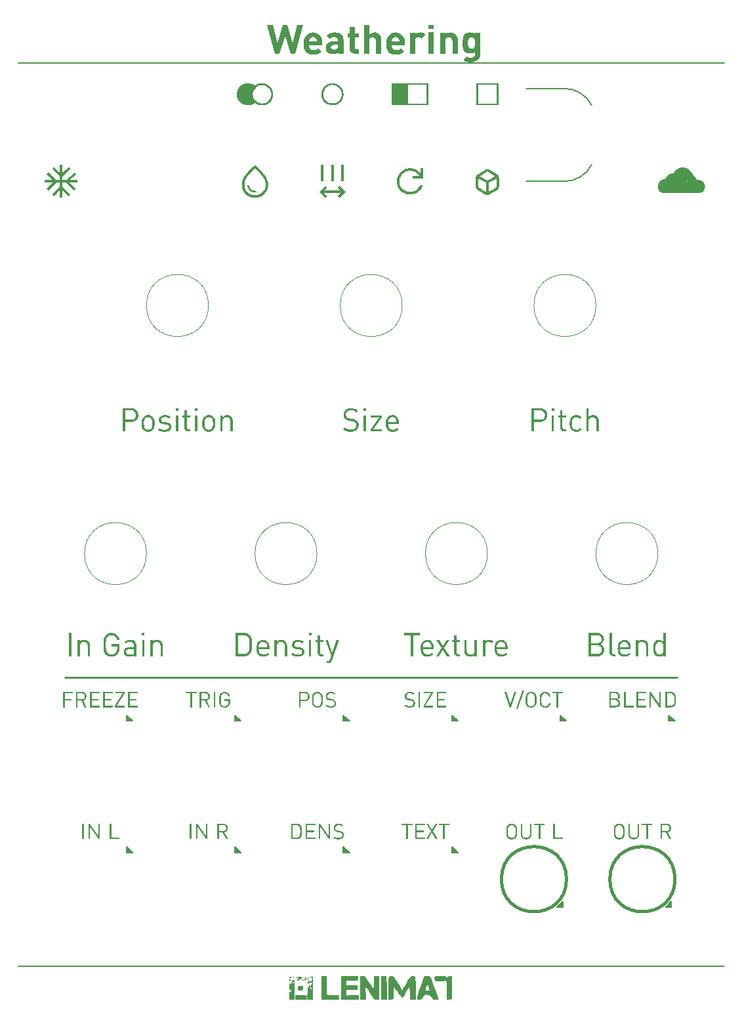
<source format=gto>
G04 #@! TF.GenerationSoftware,KiCad,Pcbnew,8.0.5*
G04 #@! TF.CreationDate,2024-11-24T11:42:17+01:00*
G04 #@! TF.ProjectId,wolkje-panel,776f6c6b-6a65-42d7-9061-6e656c2e6b69,rev?*
G04 #@! TF.SameCoordinates,Original*
G04 #@! TF.FileFunction,Legend,Top*
G04 #@! TF.FilePolarity,Positive*
%FSLAX46Y46*%
G04 Gerber Fmt 4.6, Leading zero omitted, Abs format (unit mm)*
G04 Created by KiCad (PCBNEW 8.0.5) date 2024-11-24 11:42:17*
%MOMM*%
%LPD*%
G01*
G04 APERTURE LIST*
%ADD10C,0.150000*%
%ADD11C,0.250000*%
%ADD12C,0.100000*%
%ADD13C,0.715346*%
%ADD14C,0.550000*%
%ADD15C,0.000000*%
%ADD16C,0.400000*%
%ADD17O,7.000000X3.200000*%
%ADD18C,7.200000*%
%ADD19C,6.200000*%
%ADD20C,5.700000*%
%ADD21C,5.200000*%
%ADD22C,3.500000*%
G04 APERTURE END LIST*
D10*
X49450000Y-46750000D02*
X140550000Y-46750000D01*
X140550000Y-163250000D02*
X49450000Y-163250000D01*
D11*
X134500000Y-126000000D02*
X55500000Y-126000000D01*
D10*
X115000000Y-50000000D02*
X119897075Y-50000000D01*
X115000000Y-62000000D02*
X119897075Y-62000000D01*
X123474784Y-59788854D02*
G75*
G02*
X119897075Y-61999978I-3577684J1788854D01*
G01*
X119897075Y-50000000D02*
G75*
G02*
X123474804Y-52211136I25J-4000000D01*
G01*
G36*
X93394592Y-93441929D02*
G01*
X93382092Y-93285192D01*
X93345084Y-93142102D01*
X93273723Y-92997408D01*
X93172412Y-92875177D01*
X93142533Y-92848419D01*
X93016751Y-92759332D01*
X92877569Y-92699527D01*
X92718574Y-92658629D01*
X92596650Y-92637393D01*
X92269121Y-92586835D01*
X92125414Y-92553815D01*
X91981108Y-92497228D01*
X91866120Y-92422704D01*
X91772638Y-92296735D01*
X91734393Y-92144445D01*
X91731298Y-92077588D01*
X91747965Y-91929843D01*
X91810588Y-91777554D01*
X91917382Y-91656733D01*
X92065882Y-91571813D01*
X92219715Y-91531670D01*
X92361445Y-91521448D01*
X92526932Y-91530736D01*
X92671737Y-91558349D01*
X92820142Y-91613222D01*
X92952789Y-91691927D01*
X93059002Y-91777903D01*
X93264166Y-91572006D01*
X93144053Y-91473200D01*
X92996305Y-91379474D01*
X92839606Y-91311424D01*
X92668655Y-91267543D01*
X92511481Y-91248352D01*
X92373901Y-91243743D01*
X92213473Y-91252477D01*
X92065673Y-91278143D01*
X91889440Y-91337311D01*
X91738511Y-91423244D01*
X91614519Y-91534036D01*
X91519095Y-91667780D01*
X91453870Y-91822569D01*
X91420476Y-91996499D01*
X91416225Y-92090045D01*
X91427067Y-92239922D01*
X91466049Y-92392244D01*
X91533462Y-92524731D01*
X91629374Y-92637794D01*
X91643371Y-92650582D01*
X91765884Y-92737384D01*
X91914044Y-92806200D01*
X92066640Y-92852350D01*
X92193650Y-92877728D01*
X92541696Y-92932683D01*
X92696137Y-92960551D01*
X92843492Y-93011876D01*
X92932973Y-93075565D01*
X93025534Y-93201328D01*
X93068457Y-93351657D01*
X93075122Y-93450722D01*
X93055858Y-93603847D01*
X92984073Y-93757916D01*
X92862892Y-93877223D01*
X92726997Y-93948272D01*
X92561780Y-93991972D01*
X92410016Y-94006259D01*
X92369505Y-94006863D01*
X92219404Y-94000627D01*
X92055601Y-93974749D01*
X91905027Y-93925547D01*
X91762843Y-93849572D01*
X91624209Y-93743376D01*
X91554710Y-93677868D01*
X91336357Y-93896953D01*
X91469754Y-94017006D01*
X91608319Y-94113556D01*
X91755290Y-94187895D01*
X91913903Y-94241314D01*
X92087396Y-94275105D01*
X92239078Y-94288872D01*
X92361445Y-94291894D01*
X92530508Y-94283472D01*
X92687521Y-94258601D01*
X92831483Y-94217870D01*
X93001403Y-94139913D01*
X93143975Y-94036211D01*
X93256829Y-93908163D01*
X93337594Y-93757170D01*
X93383901Y-93584631D01*
X93394592Y-93441929D01*
G37*
G36*
X94308304Y-94245000D02*
G01*
X94308304Y-92181636D01*
X94005687Y-92181636D01*
X94005687Y-94245000D01*
X94308304Y-94245000D01*
G37*
G36*
X94329553Y-91584462D02*
G01*
X94329553Y-91243743D01*
X93988835Y-91243743D01*
X93988835Y-91584462D01*
X94329553Y-91584462D01*
G37*
G36*
X96398779Y-94245000D02*
G01*
X96398779Y-93976821D01*
X95243266Y-93976821D01*
X96398779Y-92438091D01*
X96398779Y-92181636D01*
X94961898Y-92181636D01*
X94961898Y-92450547D01*
X96050000Y-92450547D01*
X94898884Y-93984881D01*
X94898884Y-94245000D01*
X96398779Y-94245000D01*
G37*
G36*
X97872138Y-92144954D02*
G01*
X98045651Y-92189451D01*
X98196711Y-92267634D01*
X98324183Y-92377751D01*
X98426935Y-92518049D01*
X98503831Y-92686778D01*
X98543855Y-92830929D01*
X98568220Y-92989347D01*
X98576448Y-93161294D01*
X98576448Y-93299780D01*
X97181333Y-93299780D01*
X97186965Y-93424563D01*
X97211792Y-93574189D01*
X97270089Y-93733179D01*
X97357943Y-93859552D01*
X97474565Y-93951749D01*
X97619168Y-94008212D01*
X97790963Y-94027379D01*
X97915571Y-94019584D01*
X98073683Y-93977298D01*
X98212190Y-93895694D01*
X98332449Y-93787777D01*
X98538346Y-93971692D01*
X98499079Y-94010064D01*
X98381142Y-94110750D01*
X98235875Y-94200555D01*
X98096730Y-94253490D01*
X97936647Y-94283926D01*
X97782170Y-94291894D01*
X97586653Y-94276337D01*
X97410826Y-94228983D01*
X97256654Y-94148810D01*
X97126104Y-94034798D01*
X97021142Y-93885924D01*
X96960395Y-93750776D01*
X96915978Y-93595012D01*
X96888719Y-93418201D01*
X96879449Y-93219912D01*
X96886119Y-93072634D01*
X97181333Y-93072634D01*
X98273831Y-93072634D01*
X98270492Y-93012008D01*
X98254616Y-92862459D01*
X98210817Y-92714330D01*
X98132380Y-92580996D01*
X98021315Y-92479124D01*
X97884283Y-92414071D01*
X97727948Y-92391196D01*
X97571499Y-92414071D01*
X97434216Y-92479124D01*
X97322898Y-92580996D01*
X97244348Y-92714330D01*
X97222144Y-92776258D01*
X97191718Y-92924719D01*
X97181333Y-93072634D01*
X96886119Y-93072634D01*
X96887869Y-93033992D01*
X96912732Y-92864003D01*
X96953440Y-92710460D01*
X97009395Y-92573878D01*
X97106686Y-92419040D01*
X97228604Y-92296488D01*
X97373731Y-92207442D01*
X97540652Y-92153120D01*
X97727948Y-92134741D01*
X97872138Y-92144954D01*
G37*
G36*
X72460782Y-128019672D02*
G01*
X72460782Y-127829162D01*
X71093999Y-127829162D01*
X71093999Y-128019672D01*
X71670900Y-128019672D01*
X71670900Y-129830000D01*
X71883880Y-129830000D01*
X71883880Y-128019672D01*
X72460782Y-128019672D01*
G37*
G36*
X73722093Y-127838897D02*
G01*
X73835800Y-127867562D01*
X73936490Y-127914350D01*
X74022531Y-127978456D01*
X74092292Y-128059070D01*
X74144141Y-128155387D01*
X74176447Y-128266598D01*
X74187578Y-128391898D01*
X74183007Y-128472882D01*
X74163261Y-128571885D01*
X74118207Y-128680676D01*
X74052554Y-128772141D01*
X73968482Y-128845532D01*
X73868172Y-128900099D01*
X73753803Y-128935094D01*
X74227146Y-129830000D01*
X73978018Y-129830000D01*
X73524215Y-128954633D01*
X73045499Y-128954633D01*
X73045499Y-129830000D01*
X72832519Y-129830000D01*
X72832519Y-128767055D01*
X73045499Y-128767055D01*
X73577460Y-128767055D01*
X73640998Y-128763806D01*
X73755477Y-128737778D01*
X73849941Y-128685609D01*
X73920526Y-128607184D01*
X73963367Y-128502388D01*
X73975087Y-128394829D01*
X73967539Y-128307182D01*
X73938080Y-128213904D01*
X73876314Y-128125939D01*
X73789380Y-128064229D01*
X73681143Y-128028891D01*
X73577460Y-128019672D01*
X73045499Y-128019672D01*
X73045499Y-128767055D01*
X72832519Y-128767055D01*
X72832519Y-127829162D01*
X73596999Y-127829162D01*
X73722093Y-127838897D01*
G37*
G36*
X74882205Y-129830000D02*
G01*
X74882205Y-127829162D01*
X74669225Y-127829162D01*
X74669225Y-129830000D01*
X74882205Y-129830000D01*
G37*
G36*
X76782903Y-129115345D02*
G01*
X76782903Y-128798318D01*
X76080461Y-128798318D01*
X76080461Y-128985896D01*
X76570412Y-128985896D01*
X76570412Y-129137815D01*
X76564328Y-129245687D01*
X76541353Y-129350832D01*
X76498721Y-129443147D01*
X76458060Y-129499783D01*
X76380582Y-129573972D01*
X76289227Y-129627644D01*
X76187889Y-129660251D01*
X76080461Y-129671242D01*
X75983160Y-129661899D01*
X75880202Y-129629986D01*
X75788402Y-129576917D01*
X75735590Y-129530558D01*
X75667979Y-129441828D01*
X75631003Y-129350857D01*
X75609271Y-129234799D01*
X75599989Y-129111185D01*
X75596717Y-128990219D01*
X75595926Y-128884533D01*
X75595883Y-128846189D01*
X75596325Y-128735703D01*
X75598879Y-128609290D01*
X75604739Y-128503774D01*
X75618475Y-128396294D01*
X75647341Y-128294716D01*
X75703025Y-128200065D01*
X75735590Y-128163286D01*
X75817489Y-128096418D01*
X75913501Y-128049054D01*
X76019193Y-128023540D01*
X76080461Y-128019672D01*
X76191918Y-128030797D01*
X76291913Y-128063308D01*
X76379216Y-128115909D01*
X76452597Y-128187302D01*
X76510826Y-128276191D01*
X76552673Y-128381277D01*
X76564550Y-128427557D01*
X76777530Y-128427557D01*
X76755851Y-128331525D01*
X76711253Y-128213307D01*
X76649544Y-128107841D01*
X76571621Y-128016786D01*
X76478384Y-127941802D01*
X76370731Y-127884550D01*
X76249561Y-127846689D01*
X76150354Y-127832018D01*
X76080461Y-127829162D01*
X75971081Y-127836810D01*
X75867151Y-127859430D01*
X75769480Y-127896541D01*
X75678879Y-127947658D01*
X75596162Y-128012300D01*
X75570481Y-128036769D01*
X75495577Y-128126404D01*
X75443857Y-128222336D01*
X75411027Y-128329574D01*
X75395480Y-128426870D01*
X75387076Y-128537172D01*
X75383619Y-128663045D01*
X75382949Y-128769211D01*
X75382903Y-128846189D01*
X75383058Y-128959495D01*
X75384139Y-129061903D01*
X75388627Y-129183368D01*
X75398611Y-129289950D01*
X75422167Y-129406154D01*
X75462038Y-129508118D01*
X75522516Y-129600852D01*
X75570481Y-129654145D01*
X75650600Y-129723142D01*
X75739098Y-129778711D01*
X75834872Y-129820409D01*
X75936823Y-129847791D01*
X76043848Y-129860412D01*
X76080461Y-129861263D01*
X76193361Y-129853052D01*
X76301541Y-129828547D01*
X76403784Y-129787943D01*
X76498871Y-129731432D01*
X76585587Y-129659208D01*
X76612421Y-129631674D01*
X76673865Y-129554765D01*
X76726859Y-129456237D01*
X76757543Y-129361833D01*
X76775804Y-129256021D01*
X76782341Y-129157610D01*
X76782903Y-129115345D01*
G37*
G36*
X113706071Y-127829162D02*
G01*
X113481856Y-127829162D01*
X112963573Y-129448004D01*
X112445778Y-127829162D01*
X112221563Y-127829162D01*
X112877111Y-129830000D01*
X113050524Y-129830000D01*
X113706071Y-127829162D01*
G37*
G36*
X114724076Y-127641584D02*
G01*
X114525262Y-127641584D01*
X113727565Y-130048841D01*
X113926378Y-130048841D01*
X114724076Y-127641584D01*
G37*
G36*
X115667226Y-127830018D02*
G01*
X115774808Y-127842710D01*
X115876620Y-127870214D01*
X115971889Y-127912047D01*
X116059843Y-127967726D01*
X116139707Y-128036769D01*
X116187672Y-128090062D01*
X116248151Y-128182803D01*
X116288022Y-128284792D01*
X116311578Y-128401050D01*
X116321561Y-128507703D01*
X116326049Y-128629272D01*
X116327131Y-128731782D01*
X116327286Y-128845212D01*
X116327240Y-128922185D01*
X116326570Y-129028324D01*
X116323112Y-129154135D01*
X116314709Y-129264355D01*
X116299161Y-129361561D01*
X116266332Y-129468691D01*
X116214611Y-129564541D01*
X116139707Y-129654145D01*
X116114032Y-129678608D01*
X116031385Y-129743179D01*
X115940908Y-129794174D01*
X115843372Y-129831149D01*
X115739551Y-129853660D01*
X115630217Y-129861263D01*
X115593202Y-129860412D01*
X115485548Y-129847791D01*
X115383614Y-129820409D01*
X115288210Y-129778711D01*
X115200147Y-129723142D01*
X115120237Y-129654145D01*
X115072272Y-129600851D01*
X115011794Y-129508103D01*
X114971923Y-129406088D01*
X114948367Y-129289776D01*
X114938383Y-129183051D01*
X114933895Y-129061379D01*
X114932814Y-128958767D01*
X114932659Y-128845212D01*
X115145639Y-128845212D01*
X115145682Y-128883636D01*
X115146473Y-128989439D01*
X115149745Y-129110315D01*
X115159027Y-129233537D01*
X115176184Y-129331725D01*
X115217735Y-129439246D01*
X115285346Y-129527627D01*
X115338158Y-129574257D01*
X115429958Y-129628383D01*
X115532916Y-129661441D01*
X115630217Y-129671242D01*
X115691289Y-129667373D01*
X115796775Y-129641860D01*
X115892711Y-129594495D01*
X115974599Y-129527627D01*
X116007164Y-129490973D01*
X116062847Y-129396527D01*
X116091713Y-129295047D01*
X116105449Y-129187608D01*
X116111309Y-129082107D01*
X116113864Y-128955698D01*
X116114306Y-128845212D01*
X116114263Y-128806833D01*
X116113472Y-128701146D01*
X116110200Y-128580384D01*
X116100918Y-128457241D01*
X116079186Y-128341860D01*
X116042210Y-128251429D01*
X115974599Y-128162798D01*
X115931107Y-128123576D01*
X115840859Y-128067460D01*
X115739063Y-128032021D01*
X115630217Y-128019672D01*
X115568949Y-128023538D01*
X115463257Y-128049013D01*
X115367245Y-128096237D01*
X115285346Y-128162798D01*
X115252781Y-128199576D01*
X115197097Y-128294213D01*
X115168231Y-128395744D01*
X115154495Y-128503147D01*
X115148635Y-128608568D01*
X115146081Y-128734851D01*
X115145639Y-128845212D01*
X114932659Y-128845212D01*
X114932705Y-128768325D01*
X114933375Y-128662295D01*
X114936832Y-128536597D01*
X114945236Y-128426456D01*
X114960783Y-128329302D01*
X114993613Y-128222208D01*
X115045333Y-128126370D01*
X115120237Y-128036769D01*
X115145918Y-128012300D01*
X115228635Y-127947658D01*
X115319236Y-127896541D01*
X115416907Y-127859430D01*
X115520837Y-127836810D01*
X115630217Y-127829162D01*
X115667226Y-127830018D01*
G37*
G36*
X118140545Y-129266775D02*
G01*
X117928053Y-129266775D01*
X117894271Y-129374820D01*
X117843608Y-129468813D01*
X117777216Y-129547009D01*
X117696247Y-129607666D01*
X117601852Y-129649039D01*
X117495183Y-129669383D01*
X117449337Y-129671242D01*
X117352037Y-129661899D01*
X117249079Y-129629986D01*
X117157279Y-129576917D01*
X117104466Y-129530558D01*
X117036855Y-129441817D01*
X116999880Y-129350791D01*
X116978147Y-129234595D01*
X116968866Y-129110773D01*
X116965593Y-128989565D01*
X116964803Y-128883645D01*
X116964759Y-128845212D01*
X116965201Y-128734779D01*
X116967756Y-128608214D01*
X116973616Y-128502366D01*
X116987352Y-128394340D01*
X117016218Y-128292120D01*
X117071902Y-128197081D01*
X117104466Y-128160355D01*
X117186365Y-128094052D01*
X117282378Y-128047862D01*
X117388069Y-128023348D01*
X117449337Y-128019672D01*
X117560208Y-128031116D01*
X117658676Y-128064286D01*
X117743856Y-128117439D01*
X117814867Y-128188829D01*
X117870824Y-128276712D01*
X117910844Y-128379345D01*
X117922191Y-128424138D01*
X118140545Y-128424138D01*
X118116556Y-128322548D01*
X118082589Y-128229557D01*
X118022695Y-128119472D01*
X117947265Y-128025936D01*
X117857558Y-127949671D01*
X117754834Y-127891398D01*
X117640352Y-127851837D01*
X117515371Y-127831712D01*
X117449337Y-127829162D01*
X117340865Y-127836810D01*
X117237101Y-127859430D01*
X117139145Y-127896541D01*
X117048100Y-127947658D01*
X116965066Y-128012300D01*
X116939358Y-128036769D01*
X116864454Y-128126370D01*
X116812734Y-128222208D01*
X116779904Y-128329302D01*
X116764356Y-128426456D01*
X116755953Y-128536597D01*
X116752495Y-128662295D01*
X116751825Y-128768325D01*
X116751780Y-128845212D01*
X116751934Y-128958767D01*
X116753016Y-129061379D01*
X116757504Y-129183051D01*
X116767488Y-129289776D01*
X116791044Y-129406088D01*
X116830914Y-129508103D01*
X116891393Y-129600851D01*
X116939358Y-129654145D01*
X117019477Y-129723142D01*
X117107974Y-129778711D01*
X117203749Y-129820409D01*
X117305700Y-129847791D01*
X117412725Y-129860412D01*
X117449337Y-129861263D01*
X117547038Y-129855555D01*
X117669356Y-129830551D01*
X117781264Y-129786318D01*
X117881311Y-129723567D01*
X117968051Y-129643008D01*
X118040035Y-129545349D01*
X118095814Y-129431301D01*
X118126143Y-129335437D01*
X118140545Y-129266775D01*
G37*
G36*
X119716888Y-128019672D02*
G01*
X119716888Y-127829162D01*
X118350105Y-127829162D01*
X118350105Y-128019672D01*
X118927006Y-128019672D01*
X118927006Y-129830000D01*
X119139986Y-129830000D01*
X119139986Y-128019672D01*
X119716888Y-128019672D01*
G37*
G36*
X100655199Y-129294619D02*
G01*
X100646866Y-129190128D01*
X100622194Y-129094735D01*
X100574620Y-128998272D01*
X100507079Y-128916785D01*
X100487160Y-128898946D01*
X100403306Y-128839555D01*
X100310517Y-128799685D01*
X100204521Y-128772419D01*
X100123238Y-128758262D01*
X99904885Y-128724556D01*
X99809081Y-128702543D01*
X99712877Y-128664819D01*
X99636218Y-128615136D01*
X99573897Y-128531157D01*
X99548400Y-128429630D01*
X99546337Y-128385059D01*
X99557448Y-128286562D01*
X99599197Y-128185036D01*
X99670393Y-128104488D01*
X99769393Y-128047875D01*
X99871948Y-128021113D01*
X99966435Y-128014298D01*
X100076759Y-128020490D01*
X100173296Y-128038899D01*
X100272233Y-128075481D01*
X100360664Y-128127951D01*
X100431473Y-128185268D01*
X100568249Y-128048004D01*
X100488174Y-127982133D01*
X100389675Y-127919649D01*
X100285209Y-127874282D01*
X100171241Y-127845029D01*
X100066459Y-127832234D01*
X99974739Y-127829162D01*
X99867787Y-127834985D01*
X99769254Y-127852095D01*
X99651765Y-127891541D01*
X99551146Y-127948829D01*
X99468484Y-128022690D01*
X99404868Y-128111853D01*
X99361385Y-128215046D01*
X99339122Y-128330999D01*
X99336288Y-128393363D01*
X99343516Y-128493281D01*
X99369504Y-128594829D01*
X99414446Y-128683154D01*
X99478388Y-128758529D01*
X99487719Y-128767055D01*
X99569394Y-128824922D01*
X99668167Y-128870800D01*
X99769898Y-128901566D01*
X99854571Y-128918485D01*
X100086602Y-128955122D01*
X100189563Y-128973701D01*
X100287799Y-129007917D01*
X100347453Y-129050376D01*
X100409161Y-129134219D01*
X100437776Y-129234438D01*
X100442220Y-129300481D01*
X100429377Y-129402565D01*
X100381520Y-129505277D01*
X100300733Y-129584815D01*
X100210136Y-129632181D01*
X100099991Y-129661314D01*
X99998815Y-129670839D01*
X99971808Y-129671242D01*
X99871741Y-129667084D01*
X99762539Y-129649832D01*
X99662156Y-129617031D01*
X99567367Y-129566381D01*
X99474944Y-129495584D01*
X99428612Y-129451912D01*
X99283043Y-129597969D01*
X99371974Y-129678004D01*
X99464351Y-129742371D01*
X99562332Y-129791930D01*
X99668074Y-129827543D01*
X99783735Y-129850070D01*
X99884857Y-129859248D01*
X99966435Y-129861263D01*
X100079144Y-129855648D01*
X100183819Y-129839067D01*
X100279794Y-129811913D01*
X100393074Y-129759942D01*
X100488122Y-129690807D01*
X100563357Y-129605442D01*
X100617201Y-129504780D01*
X100648072Y-129389754D01*
X100655199Y-129294619D01*
G37*
G36*
X101312213Y-129830000D02*
G01*
X101312213Y-127829162D01*
X101099233Y-127829162D01*
X101099233Y-129830000D01*
X101312213Y-129830000D01*
G37*
G36*
X102997488Y-129830000D02*
G01*
X102997488Y-129639979D01*
X101992185Y-129639979D01*
X102997488Y-128008436D01*
X102997488Y-127829162D01*
X101799233Y-127829162D01*
X101799233Y-128019672D01*
X102756665Y-128019672D01*
X101759666Y-129628743D01*
X101759666Y-129830000D01*
X102997488Y-129830000D01*
G37*
G36*
X104681787Y-129830000D02*
G01*
X104681787Y-129639979D01*
X103656944Y-129639979D01*
X103656944Y-128923370D01*
X104530356Y-128923370D01*
X104530356Y-128733349D01*
X103656944Y-128733349D01*
X103656944Y-128019672D01*
X104681787Y-128019672D01*
X104681787Y-127829162D01*
X103443964Y-127829162D01*
X103443964Y-129830000D01*
X104681787Y-129830000D01*
G37*
G36*
X86211347Y-41775408D02*
G01*
X85440077Y-41775408D01*
X84848862Y-44172750D01*
X84157411Y-41775408D01*
X83604250Y-41775408D01*
X82912798Y-44172750D01*
X82327153Y-41775408D01*
X81555883Y-41775408D01*
X82566608Y-45577000D01*
X83183810Y-45577000D01*
X83880830Y-43270614D01*
X84577851Y-45577000D01*
X85195052Y-45577000D01*
X86211347Y-41775408D01*
G37*
G36*
X87625393Y-42791736D02*
G01*
X87821338Y-42825241D01*
X87998781Y-42885704D01*
X88205725Y-43005356D01*
X88377701Y-43165968D01*
X88513525Y-43363561D01*
X88590953Y-43533628D01*
X88646879Y-43720578D01*
X88680801Y-43922732D01*
X88692219Y-44138409D01*
X88692219Y-44447474D01*
X86958486Y-44447474D01*
X86974276Y-44603574D01*
X87047955Y-44792007D01*
X87179059Y-44936139D01*
X87364557Y-45025827D01*
X87564550Y-45051682D01*
X87671453Y-45047757D01*
X87869953Y-45010013D01*
X88046639Y-44920502D01*
X88192889Y-44796448D01*
X88612400Y-45200182D01*
X88506914Y-45299933D01*
X88344224Y-45426380D01*
X88167830Y-45524096D01*
X87968334Y-45592055D01*
X87777661Y-45625214D01*
X87558981Y-45636399D01*
X87436757Y-45632783D01*
X87197719Y-45601594D01*
X86971761Y-45533453D01*
X86765918Y-45422344D01*
X86587229Y-45262253D01*
X86475264Y-45106423D01*
X86385500Y-44917119D01*
X86320906Y-44691804D01*
X86284449Y-44427942D01*
X86277243Y-44229365D01*
X86282912Y-44059432D01*
X86293564Y-43973203D01*
X86958486Y-43973203D01*
X88011905Y-43973203D01*
X88000452Y-43846145D01*
X87947865Y-43661354D01*
X87842746Y-43502514D01*
X87680831Y-43395617D01*
X87484731Y-43360642D01*
X87288818Y-43395617D01*
X87127129Y-43502514D01*
X87021598Y-43661354D01*
X86982232Y-43781746D01*
X86958486Y-43973203D01*
X86293564Y-43973203D01*
X86312076Y-43823338D01*
X86364893Y-43610206D01*
X86440077Y-43420481D01*
X86536344Y-43254609D01*
X86695274Y-43071320D01*
X86886355Y-42932282D01*
X87106541Y-42838549D01*
X87288949Y-42798616D01*
X87484731Y-42785206D01*
X87625393Y-42791736D01*
G37*
G36*
X90316706Y-42786173D02*
G01*
X90518774Y-42800631D01*
X90757307Y-42846651D01*
X90960187Y-42922885D01*
X91127033Y-43028954D01*
X91257465Y-43164477D01*
X91351102Y-43329072D01*
X91407564Y-43522359D01*
X91426469Y-43743957D01*
X91426469Y-45551012D01*
X90750795Y-45551012D01*
X90750795Y-45311556D01*
X90628347Y-45418827D01*
X90459945Y-45514235D01*
X90260048Y-45565373D01*
X90069553Y-45577000D01*
X89901867Y-45568630D01*
X89704603Y-45531077D01*
X89516439Y-45451978D01*
X89361396Y-45332903D01*
X89308949Y-45272006D01*
X89206860Y-45095447D01*
X89151771Y-44912860D01*
X89133077Y-44714773D01*
X89134488Y-44698995D01*
X89797613Y-44698995D01*
X89843620Y-44868647D01*
X90001628Y-44985100D01*
X90196706Y-45013629D01*
X90281927Y-45012155D01*
X90467060Y-44983785D01*
X90632924Y-44882764D01*
X90717224Y-44724577D01*
X90734089Y-44536574D01*
X90734089Y-44389002D01*
X90186497Y-44389002D01*
X90020015Y-44410161D01*
X89854584Y-44515667D01*
X89797613Y-44698995D01*
X89134488Y-44698995D01*
X89147374Y-44554928D01*
X89205904Y-44370152D01*
X89310382Y-44208204D01*
X89461637Y-44075648D01*
X89660498Y-43979048D01*
X89854419Y-43932067D01*
X90079763Y-43915660D01*
X90734089Y-43915660D01*
X90734089Y-43784794D01*
X90717962Y-43639753D01*
X90613897Y-43469929D01*
X90428543Y-43389341D01*
X90218053Y-43370852D01*
X90193581Y-43371029D01*
X90006061Y-43389630D01*
X89833699Y-43459025D01*
X89686239Y-43588032D01*
X89244452Y-43168521D01*
X89320932Y-43090228D01*
X89476902Y-42964752D01*
X89643616Y-42876566D01*
X89829148Y-42820640D01*
X90041575Y-42791945D01*
X90244969Y-42785206D01*
X90316706Y-42786173D01*
G37*
G36*
X93414508Y-45577000D02*
G01*
X93414508Y-44992282D01*
X93164843Y-44992282D01*
X92983163Y-44928010D01*
X92925387Y-44745401D01*
X92925387Y-43431180D01*
X93414508Y-43431180D01*
X93414508Y-42904006D01*
X92925387Y-42904006D01*
X92925387Y-42072408D01*
X92233936Y-42072408D01*
X92233936Y-42904006D01*
X91940649Y-42904006D01*
X91940649Y-43431180D01*
X92233936Y-43431180D01*
X92233936Y-44787167D01*
X92259748Y-45005498D01*
X92339410Y-45209195D01*
X92476263Y-45382252D01*
X92636406Y-45491516D01*
X92840517Y-45559126D01*
X93036762Y-45577000D01*
X93414508Y-45577000D01*
G37*
G36*
X96323245Y-45577000D02*
G01*
X96323245Y-43794076D01*
X96308342Y-43583381D01*
X96263888Y-43390545D01*
X96190264Y-43218723D01*
X96057792Y-43038300D01*
X95881080Y-42901799D01*
X95708356Y-42828362D01*
X95508175Y-42790133D01*
X95397906Y-42785206D01*
X95194615Y-42808071D01*
X95001442Y-42876499D01*
X94842132Y-42975375D01*
X94732442Y-43072924D01*
X94732442Y-41775408D01*
X94040991Y-41775408D01*
X94040991Y-45577000D01*
X94732442Y-45577000D01*
X94732442Y-43895241D01*
X94762836Y-43691252D01*
X94858798Y-43531498D01*
X95017884Y-43433471D01*
X95179798Y-43407976D01*
X95381278Y-43447336D01*
X95532731Y-43562210D01*
X95615615Y-43741239D01*
X95631793Y-43895241D01*
X95631793Y-45577000D01*
X96323245Y-45577000D01*
G37*
G36*
X98276531Y-42791736D02*
G01*
X98472476Y-42825241D01*
X98649918Y-42885704D01*
X98856862Y-43005356D01*
X99028839Y-43165968D01*
X99164662Y-43363561D01*
X99242091Y-43533628D01*
X99298016Y-43720578D01*
X99331938Y-43922732D01*
X99343357Y-44138409D01*
X99343357Y-44447474D01*
X97609623Y-44447474D01*
X97625414Y-44603574D01*
X97699093Y-44792007D01*
X97830196Y-44936139D01*
X98015694Y-45025827D01*
X98215687Y-45051682D01*
X98322590Y-45047757D01*
X98521091Y-45010013D01*
X98697776Y-44920502D01*
X98844026Y-44796448D01*
X99263538Y-45200182D01*
X99158051Y-45299933D01*
X98995361Y-45426380D01*
X98818967Y-45524096D01*
X98619471Y-45592055D01*
X98428798Y-45625214D01*
X98210119Y-45636399D01*
X98087894Y-45632783D01*
X97848857Y-45601594D01*
X97622898Y-45533453D01*
X97417056Y-45422344D01*
X97238366Y-45262253D01*
X97126402Y-45106423D01*
X97036638Y-44917119D01*
X96972043Y-44691804D01*
X96935587Y-44427942D01*
X96928381Y-44229365D01*
X96934049Y-44059432D01*
X96944701Y-43973203D01*
X97609623Y-43973203D01*
X98663042Y-43973203D01*
X98651590Y-43846145D01*
X98599002Y-43661354D01*
X98493883Y-43502514D01*
X98331969Y-43395617D01*
X98135869Y-43360642D01*
X97939956Y-43395617D01*
X97778266Y-43502514D01*
X97672735Y-43661354D01*
X97633370Y-43781746D01*
X97609623Y-43973203D01*
X96944701Y-43973203D01*
X96963214Y-43823338D01*
X97016031Y-43610206D01*
X97091215Y-43420481D01*
X97187481Y-43254609D01*
X97346411Y-43071320D01*
X97537492Y-42932282D01*
X97757679Y-42838549D01*
X97940087Y-42798616D01*
X98135869Y-42785206D01*
X98276531Y-42791736D01*
G37*
G36*
X102007997Y-43046009D02*
G01*
X101863210Y-42924599D01*
X101690808Y-42836444D01*
X101498308Y-42792890D01*
X101353671Y-42785206D01*
X101163754Y-42803948D01*
X100966027Y-42864740D01*
X100798079Y-42956856D01*
X100656650Y-43084062D01*
X100656650Y-42817690D01*
X99980977Y-42817690D01*
X99980977Y-45577000D01*
X100672428Y-45577000D01*
X100672428Y-43915660D01*
X100703342Y-43713628D01*
X100800409Y-43547083D01*
X100959827Y-43438227D01*
X101119784Y-43407976D01*
X101305257Y-43440619D01*
X101466705Y-43552973D01*
X101486392Y-43572254D01*
X102007997Y-43046009D01*
G37*
G36*
X103092973Y-45577000D02*
G01*
X103092973Y-42785206D01*
X102401521Y-42785206D01*
X102401521Y-45577000D01*
X103092973Y-45577000D01*
G37*
G36*
X103098541Y-42339707D02*
G01*
X103098541Y-41775408D01*
X102391312Y-41775408D01*
X102391312Y-42339707D01*
X103098541Y-42339707D01*
G37*
G36*
X106167844Y-45577000D02*
G01*
X106167844Y-43815422D01*
X106158332Y-43623409D01*
X106118307Y-43418199D01*
X106037593Y-43227672D01*
X105925724Y-43072596D01*
X105885694Y-43030230D01*
X105721372Y-42905131D01*
X105541137Y-42828373D01*
X105357076Y-42791762D01*
X105231368Y-42785206D01*
X105041102Y-42803275D01*
X104857798Y-42857368D01*
X104688416Y-42947309D01*
X104539916Y-43072924D01*
X104539916Y-42817690D01*
X103864243Y-42817690D01*
X103864243Y-45577000D01*
X104555694Y-45577000D01*
X104555694Y-43911019D01*
X104579744Y-43725014D01*
X104673620Y-43550312D01*
X104834461Y-43440855D01*
X105018828Y-43407976D01*
X105202120Y-43440855D01*
X105360732Y-43550312D01*
X105452856Y-43725014D01*
X105476392Y-43911019D01*
X105476392Y-45577000D01*
X106167844Y-45577000D01*
G37*
G36*
X107896819Y-42793979D02*
G01*
X108097592Y-42843365D01*
X108272623Y-42942610D01*
X108417613Y-43078493D01*
X108417613Y-42817690D01*
X109088646Y-42817690D01*
X109088646Y-45502750D01*
X109083138Y-45624339D01*
X109039971Y-45853317D01*
X108955931Y-46060363D01*
X108833410Y-46241877D01*
X108674800Y-46394258D01*
X108482496Y-46513907D01*
X108258889Y-46597222D01*
X108072081Y-46633700D01*
X107870021Y-46646197D01*
X107791679Y-46645181D01*
X107573558Y-46628679D01*
X107376826Y-46588683D01*
X107196380Y-46520937D01*
X107027117Y-46421181D01*
X106863936Y-46285157D01*
X107295513Y-45850796D01*
X107457638Y-45973906D01*
X107639216Y-46042338D01*
X107837537Y-46061480D01*
X107947392Y-46054091D01*
X108126505Y-45999432D01*
X108272826Y-45881772D01*
X108367437Y-45699294D01*
X108396266Y-45492540D01*
X108396266Y-45210391D01*
X108291465Y-45311048D01*
X108120612Y-45416035D01*
X107928754Y-45472209D01*
X107736371Y-45486972D01*
X107588124Y-45477648D01*
X107405561Y-45437452D01*
X107225391Y-45357095D01*
X107077404Y-45242875D01*
X106990402Y-45140401D01*
X106896398Y-44968587D01*
X106838528Y-44773941D01*
X106808165Y-44555215D01*
X106797650Y-44353647D01*
X106795255Y-44133769D01*
X107486706Y-44133769D01*
X107493344Y-44339035D01*
X107521799Y-44528029D01*
X107599662Y-44709636D01*
X107745000Y-44828607D01*
X107938702Y-44864201D01*
X108133262Y-44828607D01*
X108280152Y-44709636D01*
X108359656Y-44528029D01*
X108389194Y-44339035D01*
X108396266Y-44133769D01*
X108389194Y-43928930D01*
X108359656Y-43740977D01*
X108280152Y-43560866D01*
X108133262Y-43443143D01*
X107938702Y-43407976D01*
X107745000Y-43443143D01*
X107599662Y-43560866D01*
X107521799Y-43740977D01*
X107493344Y-43928930D01*
X107486706Y-44133769D01*
X106795255Y-44133769D01*
X106796681Y-43956617D01*
X106805173Y-43752279D01*
X106825777Y-43566032D01*
X106873520Y-43365040D01*
X106954520Y-43187002D01*
X107077404Y-43030230D01*
X107190206Y-42938475D01*
X107365818Y-42849943D01*
X107545439Y-42801825D01*
X107741940Y-42785206D01*
X107896819Y-42793979D01*
G37*
G36*
X124336261Y-120257525D02*
G01*
X124506407Y-120298080D01*
X124656855Y-120364223D01*
X124785245Y-120454769D01*
X124889213Y-120568534D01*
X124966400Y-120704332D01*
X125014444Y-120860978D01*
X125030984Y-121037288D01*
X125028799Y-121095013D01*
X124997507Y-121257542D01*
X124932985Y-121401447D01*
X124840217Y-121523308D01*
X124724187Y-121619705D01*
X124589881Y-121687219D01*
X124692864Y-121733555D01*
X124829520Y-121827827D01*
X124940675Y-121950635D01*
X125021690Y-122100645D01*
X125062834Y-122245471D01*
X125077145Y-122407491D01*
X125060590Y-122602099D01*
X125012436Y-122771428D01*
X124934950Y-122915272D01*
X124830399Y-123033424D01*
X124701050Y-123125679D01*
X124549169Y-123191831D01*
X124377023Y-123231673D01*
X124186880Y-123245000D01*
X123023307Y-123245000D01*
X123023307Y-122959968D01*
X123342777Y-122959968D01*
X124157571Y-122959968D01*
X124289385Y-122949917D01*
X124434247Y-122910255D01*
X124576096Y-122825770D01*
X124679606Y-122704572D01*
X124741123Y-122550399D01*
X124757676Y-122399431D01*
X124747037Y-122277048D01*
X124692873Y-122118321D01*
X124596109Y-121992400D01*
X124460396Y-121902646D01*
X124320183Y-121857903D01*
X124157571Y-121842557D01*
X123342777Y-121842557D01*
X123342777Y-122959968D01*
X123023307Y-122959968D01*
X123023307Y-121556793D01*
X123342777Y-121556793D01*
X124123866Y-121556793D01*
X124215063Y-121552499D01*
X124381851Y-121517713D01*
X124521915Y-121447031D01*
X124628154Y-121339293D01*
X124693469Y-121193340D01*
X124711514Y-121041685D01*
X124704919Y-120947276D01*
X124654824Y-120788670D01*
X124561437Y-120669114D01*
X124431859Y-120587131D01*
X124273190Y-120541242D01*
X124123866Y-120529508D01*
X123342777Y-120529508D01*
X123342777Y-121556793D01*
X123023307Y-121556793D01*
X123023307Y-120243743D01*
X124148778Y-120243743D01*
X124336261Y-120257525D01*
G37*
G36*
X126508897Y-123245000D02*
G01*
X126508897Y-122984881D01*
X126344766Y-122984881D01*
X126199700Y-122960885D01*
X126094556Y-122854239D01*
X126067992Y-122700194D01*
X126067794Y-122681531D01*
X126067794Y-120243743D01*
X125765178Y-120243743D01*
X125765178Y-122693988D01*
X125782706Y-122862109D01*
X125836159Y-123007113D01*
X125926842Y-123122887D01*
X126056059Y-123203314D01*
X126225114Y-123242281D01*
X126290544Y-123245000D01*
X126508897Y-123245000D01*
G37*
G36*
X127793212Y-121144954D02*
G01*
X127966726Y-121189451D01*
X128117785Y-121267634D01*
X128245258Y-121377751D01*
X128348009Y-121518049D01*
X128424906Y-121686778D01*
X128464929Y-121830929D01*
X128489294Y-121989347D01*
X128497522Y-122161294D01*
X128497522Y-122299780D01*
X127102407Y-122299780D01*
X127108040Y-122424563D01*
X127132866Y-122574189D01*
X127191163Y-122733179D01*
X127279017Y-122859552D01*
X127395639Y-122951749D01*
X127540242Y-123008212D01*
X127712037Y-123027379D01*
X127836645Y-123019584D01*
X127994757Y-122977298D01*
X128133265Y-122895694D01*
X128253524Y-122787777D01*
X128459420Y-122971692D01*
X128420153Y-123010064D01*
X128302216Y-123110750D01*
X128156949Y-123200555D01*
X128017804Y-123253490D01*
X127857722Y-123283926D01*
X127703245Y-123291894D01*
X127507728Y-123276337D01*
X127331900Y-123228983D01*
X127177728Y-123148810D01*
X127047178Y-123034798D01*
X126942216Y-122885924D01*
X126881470Y-122750776D01*
X126837052Y-122595012D01*
X126809794Y-122418201D01*
X126800523Y-122219912D01*
X126807193Y-122072634D01*
X127102407Y-122072634D01*
X128194905Y-122072634D01*
X128191567Y-122012008D01*
X128175690Y-121862459D01*
X128131891Y-121714330D01*
X128053454Y-121580996D01*
X127942389Y-121479124D01*
X127805357Y-121414071D01*
X127649023Y-121391196D01*
X127492574Y-121414071D01*
X127355290Y-121479124D01*
X127243973Y-121580996D01*
X127165422Y-121714330D01*
X127143218Y-121776258D01*
X127112792Y-121924719D01*
X127102407Y-122072634D01*
X126807193Y-122072634D01*
X126808943Y-122033992D01*
X126833806Y-121864003D01*
X126874514Y-121710460D01*
X126930469Y-121573878D01*
X127027760Y-121419040D01*
X127149678Y-121296488D01*
X127294806Y-121207442D01*
X127461726Y-121153120D01*
X127649023Y-121134741D01*
X127793212Y-121144954D01*
G37*
G36*
X130763852Y-123245000D02*
G01*
X130763852Y-121908503D01*
X130754052Y-121756599D01*
X130718208Y-121599836D01*
X130655025Y-121461430D01*
X130563402Y-121341796D01*
X130549895Y-121328182D01*
X130430810Y-121235950D01*
X130287404Y-121172714D01*
X130140937Y-121141793D01*
X130020132Y-121134741D01*
X129873132Y-121146830D01*
X129717442Y-121190211D01*
X129577123Y-121265062D01*
X129454509Y-121371314D01*
X129440544Y-121386800D01*
X129440544Y-121181636D01*
X129137927Y-121181636D01*
X129137927Y-123245000D01*
X129440544Y-123245000D01*
X129440544Y-121974448D01*
X129454953Y-121810336D01*
X129508254Y-121649908D01*
X129597418Y-121529414D01*
X129741936Y-121439465D01*
X129896375Y-121405893D01*
X129953454Y-121403653D01*
X130115681Y-121423330D01*
X130250647Y-121482246D01*
X130369246Y-121600344D01*
X130433814Y-121743681D01*
X130458945Y-121892690D01*
X130461235Y-121959794D01*
X130461235Y-123245000D01*
X130763852Y-123245000D01*
G37*
G36*
X133030914Y-123245000D02*
G01*
X132732693Y-123245000D01*
X132732693Y-123019319D01*
X132716823Y-123039312D01*
X132601604Y-123154027D01*
X132460485Y-123237489D01*
X132308375Y-123280010D01*
X132144312Y-123291894D01*
X132048050Y-123286730D01*
X131904371Y-123257441D01*
X131763286Y-123194684D01*
X131640195Y-123089661D01*
X131539116Y-122957483D01*
X131468350Y-122802566D01*
X131428980Y-122660656D01*
X131404388Y-122510997D01*
X131391724Y-122357246D01*
X131388136Y-122203060D01*
X131690753Y-122203060D01*
X131692898Y-122316906D01*
X131708991Y-122499723D01*
X131746792Y-122666440D01*
X131813295Y-122808471D01*
X131915493Y-122917228D01*
X132060379Y-122984125D01*
X132211723Y-123001734D01*
X132328244Y-122991726D01*
X132481928Y-122934231D01*
X132591204Y-122833159D01*
X132663265Y-122697096D01*
X132705307Y-122534629D01*
X132724523Y-122354345D01*
X132728297Y-122203060D01*
X132726260Y-122089026D01*
X132710746Y-121905972D01*
X132673845Y-121739099D01*
X132608363Y-121596977D01*
X132507106Y-121488175D01*
X132362879Y-121421262D01*
X132211723Y-121403653D01*
X132095094Y-121413661D01*
X131940831Y-121471167D01*
X131830655Y-121572277D01*
X131757573Y-121708421D01*
X131714591Y-121871029D01*
X131694716Y-122051532D01*
X131690753Y-122203060D01*
X131388136Y-122203060D01*
X131391724Y-122048580D01*
X131404388Y-121894627D01*
X131428980Y-121744841D01*
X131468350Y-121602859D01*
X131539116Y-121447908D01*
X131640195Y-121315725D01*
X131696754Y-121267417D01*
X131838598Y-121190376D01*
X131992489Y-121147667D01*
X132144312Y-121134741D01*
X132165496Y-121134893D01*
X132327300Y-121149266D01*
X132476593Y-121194576D01*
X132614955Y-121281472D01*
X132728297Y-121399989D01*
X132728297Y-120243743D01*
X133030914Y-120243743D01*
X133030914Y-123245000D01*
G37*
G36*
X127048943Y-144830018D02*
G01*
X127156525Y-144842710D01*
X127258337Y-144870214D01*
X127353606Y-144912047D01*
X127441559Y-144967726D01*
X127521424Y-145036769D01*
X127569389Y-145090062D01*
X127629868Y-145182803D01*
X127669738Y-145284792D01*
X127693295Y-145401050D01*
X127703278Y-145507703D01*
X127707766Y-145629272D01*
X127708848Y-145731782D01*
X127709002Y-145845212D01*
X127708957Y-145922185D01*
X127708287Y-146028324D01*
X127704829Y-146154135D01*
X127696426Y-146264355D01*
X127680878Y-146361561D01*
X127648049Y-146468691D01*
X127596328Y-146564541D01*
X127521424Y-146654145D01*
X127495749Y-146678608D01*
X127413102Y-146743179D01*
X127322625Y-146794174D01*
X127225089Y-146831149D01*
X127121267Y-146853660D01*
X127011933Y-146861263D01*
X126974918Y-146860412D01*
X126867265Y-146847791D01*
X126765331Y-146820409D01*
X126669927Y-146778711D01*
X126581864Y-146723142D01*
X126501954Y-146654145D01*
X126453989Y-146600851D01*
X126393510Y-146508103D01*
X126353640Y-146406088D01*
X126330084Y-146289776D01*
X126320100Y-146183051D01*
X126315612Y-146061379D01*
X126314530Y-145958767D01*
X126314376Y-145845212D01*
X126527356Y-145845212D01*
X126527399Y-145883636D01*
X126528189Y-145989439D01*
X126531462Y-146110315D01*
X126540743Y-146233537D01*
X126557900Y-146331725D01*
X126599451Y-146439246D01*
X126667062Y-146527627D01*
X126719875Y-146574257D01*
X126811675Y-146628383D01*
X126914633Y-146661441D01*
X127011933Y-146671242D01*
X127073006Y-146667373D01*
X127178491Y-146641860D01*
X127274428Y-146594495D01*
X127356316Y-146527627D01*
X127388880Y-146490973D01*
X127444564Y-146396527D01*
X127473430Y-146295047D01*
X127487166Y-146187608D01*
X127493026Y-146082107D01*
X127495581Y-145955698D01*
X127496023Y-145845212D01*
X127495980Y-145806833D01*
X127495189Y-145701146D01*
X127491916Y-145580384D01*
X127482635Y-145457241D01*
X127460903Y-145341860D01*
X127423927Y-145251429D01*
X127356316Y-145162798D01*
X127312824Y-145123576D01*
X127222576Y-145067460D01*
X127120779Y-145032021D01*
X127011933Y-145019672D01*
X126950665Y-145023538D01*
X126844974Y-145049013D01*
X126748961Y-145096237D01*
X126667062Y-145162798D01*
X126634498Y-145199576D01*
X126578814Y-145294213D01*
X126549948Y-145395744D01*
X126536212Y-145503147D01*
X126530352Y-145608568D01*
X126527797Y-145734851D01*
X126527356Y-145845212D01*
X126314376Y-145845212D01*
X126314422Y-145768325D01*
X126315091Y-145662295D01*
X126318549Y-145536597D01*
X126326952Y-145426456D01*
X126342500Y-145329302D01*
X126375330Y-145222208D01*
X126427050Y-145126370D01*
X126501954Y-145036769D01*
X126527635Y-145012300D01*
X126610352Y-144947658D01*
X126700952Y-144896541D01*
X126798623Y-144859430D01*
X126902554Y-144836810D01*
X127011933Y-144829162D01*
X127048943Y-144830018D01*
G37*
G36*
X129573064Y-146180802D02*
G01*
X129573064Y-144829162D01*
X129360084Y-144829162D01*
X129360084Y-146163705D01*
X129351204Y-146273449D01*
X129325310Y-146372220D01*
X129270728Y-146478533D01*
X129193507Y-146563735D01*
X129095839Y-146625624D01*
X128979916Y-146661996D01*
X128875506Y-146671242D01*
X128771222Y-146661996D01*
X128655738Y-146625624D01*
X128558698Y-146563735D01*
X128482158Y-146478533D01*
X128428175Y-146372220D01*
X128402614Y-146273449D01*
X128393859Y-146163705D01*
X128393859Y-144829162D01*
X128181368Y-144829162D01*
X128181368Y-146180802D01*
X128188897Y-146290598D01*
X128210892Y-146393066D01*
X128246468Y-146487450D01*
X128294738Y-146572989D01*
X128377312Y-146671974D01*
X128478777Y-146752092D01*
X128566008Y-146798717D01*
X128661798Y-146832959D01*
X128765260Y-146854060D01*
X128875506Y-146861263D01*
X128985950Y-146854060D01*
X129089711Y-146832959D01*
X129185876Y-146798717D01*
X129273532Y-146752092D01*
X129375594Y-146671974D01*
X129458741Y-146572989D01*
X129507388Y-146487450D01*
X129543266Y-146393066D01*
X129565462Y-146290598D01*
X129573064Y-146180802D01*
G37*
G36*
X131282275Y-145019672D02*
G01*
X131282275Y-144829162D01*
X129915492Y-144829162D01*
X129915492Y-145019672D01*
X130492394Y-145019672D01*
X130492394Y-146830000D01*
X130705374Y-146830000D01*
X130705374Y-145019672D01*
X131282275Y-145019672D01*
G37*
G36*
X133239190Y-144838897D02*
G01*
X133352897Y-144867562D01*
X133453588Y-144914350D01*
X133539629Y-144978456D01*
X133609390Y-145059070D01*
X133661239Y-145155387D01*
X133693545Y-145266598D01*
X133704676Y-145391898D01*
X133700105Y-145472882D01*
X133680358Y-145571885D01*
X133635304Y-145680676D01*
X133569651Y-145772141D01*
X133485580Y-145845532D01*
X133385269Y-145900099D01*
X133270901Y-145935094D01*
X133744243Y-146830000D01*
X133495115Y-146830000D01*
X133041312Y-145954633D01*
X132562596Y-145954633D01*
X132562596Y-146830000D01*
X132349617Y-146830000D01*
X132349617Y-145767055D01*
X132562596Y-145767055D01*
X133094557Y-145767055D01*
X133158095Y-145763806D01*
X133272575Y-145737778D01*
X133367039Y-145685609D01*
X133437623Y-145607184D01*
X133480464Y-145502388D01*
X133492185Y-145394829D01*
X133484636Y-145307182D01*
X133455177Y-145213904D01*
X133393411Y-145125939D01*
X133306478Y-145064229D01*
X133198241Y-145028891D01*
X133094557Y-145019672D01*
X132562596Y-145019672D01*
X132562596Y-145767055D01*
X132349617Y-145767055D01*
X132349617Y-144829162D01*
X133114097Y-144829162D01*
X133239190Y-144838897D01*
G37*
G36*
X113165202Y-144830018D02*
G01*
X113272784Y-144842710D01*
X113374596Y-144870214D01*
X113469865Y-144912047D01*
X113557818Y-144967726D01*
X113637683Y-145036769D01*
X113685648Y-145090062D01*
X113746127Y-145182803D01*
X113785997Y-145284792D01*
X113809554Y-145401050D01*
X113819537Y-145507703D01*
X113824025Y-145629272D01*
X113825107Y-145731782D01*
X113825261Y-145845212D01*
X113825216Y-145922185D01*
X113824546Y-146028324D01*
X113821088Y-146154135D01*
X113812685Y-146264355D01*
X113797137Y-146361561D01*
X113764308Y-146468691D01*
X113712587Y-146564541D01*
X113637683Y-146654145D01*
X113612008Y-146678608D01*
X113529361Y-146743179D01*
X113438884Y-146794174D01*
X113341348Y-146831149D01*
X113237526Y-146853660D01*
X113128192Y-146861263D01*
X113091177Y-146860412D01*
X112983524Y-146847791D01*
X112881590Y-146820409D01*
X112786186Y-146778711D01*
X112698123Y-146723142D01*
X112618213Y-146654145D01*
X112570248Y-146600851D01*
X112509769Y-146508103D01*
X112469899Y-146406088D01*
X112446343Y-146289776D01*
X112436359Y-146183051D01*
X112431871Y-146061379D01*
X112430789Y-145958767D01*
X112430635Y-145845212D01*
X112643615Y-145845212D01*
X112643658Y-145883636D01*
X112644448Y-145989439D01*
X112647721Y-146110315D01*
X112657002Y-146233537D01*
X112674159Y-146331725D01*
X112715710Y-146439246D01*
X112783321Y-146527627D01*
X112836134Y-146574257D01*
X112927934Y-146628383D01*
X113030892Y-146661441D01*
X113128192Y-146671242D01*
X113189265Y-146667373D01*
X113294750Y-146641860D01*
X113390687Y-146594495D01*
X113472575Y-146527627D01*
X113505139Y-146490973D01*
X113560823Y-146396527D01*
X113589689Y-146295047D01*
X113603425Y-146187608D01*
X113609285Y-146082107D01*
X113611840Y-145955698D01*
X113612282Y-145845212D01*
X113612239Y-145806833D01*
X113611448Y-145701146D01*
X113608175Y-145580384D01*
X113598894Y-145457241D01*
X113577162Y-145341860D01*
X113540186Y-145251429D01*
X113472575Y-145162798D01*
X113429083Y-145123576D01*
X113338835Y-145067460D01*
X113237038Y-145032021D01*
X113128192Y-145019672D01*
X113066924Y-145023538D01*
X112961233Y-145049013D01*
X112865220Y-145096237D01*
X112783321Y-145162798D01*
X112750757Y-145199576D01*
X112695073Y-145294213D01*
X112666207Y-145395744D01*
X112652471Y-145503147D01*
X112646611Y-145608568D01*
X112644056Y-145734851D01*
X112643615Y-145845212D01*
X112430635Y-145845212D01*
X112430681Y-145768325D01*
X112431350Y-145662295D01*
X112434808Y-145536597D01*
X112443211Y-145426456D01*
X112458759Y-145329302D01*
X112491589Y-145222208D01*
X112543309Y-145126370D01*
X112618213Y-145036769D01*
X112643894Y-145012300D01*
X112726611Y-144947658D01*
X112817211Y-144896541D01*
X112914882Y-144859430D01*
X113018813Y-144836810D01*
X113128192Y-144829162D01*
X113165202Y-144830018D01*
G37*
G36*
X115689323Y-146180802D02*
G01*
X115689323Y-144829162D01*
X115476343Y-144829162D01*
X115476343Y-146163705D01*
X115467463Y-146273449D01*
X115441569Y-146372220D01*
X115386987Y-146478533D01*
X115309766Y-146563735D01*
X115212098Y-146625624D01*
X115096175Y-146661996D01*
X114991765Y-146671242D01*
X114887481Y-146661996D01*
X114771997Y-146625624D01*
X114674957Y-146563735D01*
X114598417Y-146478533D01*
X114544434Y-146372220D01*
X114518873Y-146273449D01*
X114510118Y-146163705D01*
X114510118Y-144829162D01*
X114297627Y-144829162D01*
X114297627Y-146180802D01*
X114305156Y-146290598D01*
X114327151Y-146393066D01*
X114362727Y-146487450D01*
X114410997Y-146572989D01*
X114493571Y-146671974D01*
X114595036Y-146752092D01*
X114682267Y-146798717D01*
X114778057Y-146832959D01*
X114881519Y-146854060D01*
X114991765Y-146861263D01*
X115102209Y-146854060D01*
X115205970Y-146832959D01*
X115302135Y-146798717D01*
X115389791Y-146752092D01*
X115491853Y-146671974D01*
X115575000Y-146572989D01*
X115623647Y-146487450D01*
X115659525Y-146393066D01*
X115681721Y-146290598D01*
X115689323Y-146180802D01*
G37*
G36*
X117398534Y-145019672D02*
G01*
X117398534Y-144829162D01*
X116031751Y-144829162D01*
X116031751Y-145019672D01*
X116608653Y-145019672D01*
X116608653Y-146830000D01*
X116821633Y-146830000D01*
X116821633Y-145019672D01*
X117398534Y-145019672D01*
G37*
G36*
X119697836Y-146830000D02*
G01*
X119697836Y-146639979D01*
X118678855Y-146639979D01*
X118678855Y-144829162D01*
X118465876Y-144829162D01*
X118465876Y-146830000D01*
X119697836Y-146830000D01*
G37*
G36*
X56280321Y-123245000D02*
G01*
X56280321Y-120243743D01*
X55960851Y-120243743D01*
X55960851Y-123245000D01*
X56280321Y-123245000D01*
G37*
G36*
X58715911Y-123245000D02*
G01*
X58715911Y-121908503D01*
X58706111Y-121756599D01*
X58670267Y-121599836D01*
X58607084Y-121461430D01*
X58515461Y-121341796D01*
X58501954Y-121328182D01*
X58382869Y-121235950D01*
X58239463Y-121172714D01*
X58092996Y-121141793D01*
X57972191Y-121134741D01*
X57825191Y-121146830D01*
X57669501Y-121190211D01*
X57529182Y-121265062D01*
X57406568Y-121371314D01*
X57392603Y-121386800D01*
X57392603Y-121181636D01*
X57089986Y-121181636D01*
X57089986Y-123245000D01*
X57392603Y-123245000D01*
X57392603Y-121974448D01*
X57407012Y-121810336D01*
X57460313Y-121649908D01*
X57549477Y-121529414D01*
X57693995Y-121439465D01*
X57848434Y-121405893D01*
X57905513Y-121403653D01*
X58067740Y-121423330D01*
X58202706Y-121482246D01*
X58321305Y-121600344D01*
X58385873Y-121743681D01*
X58411004Y-121892690D01*
X58413294Y-121959794D01*
X58413294Y-123245000D01*
X58715911Y-123245000D01*
G37*
G36*
X62534159Y-122173018D02*
G01*
X62534159Y-121697477D01*
X61480495Y-121697477D01*
X61480495Y-121978845D01*
X62215422Y-121978845D01*
X62215422Y-122206723D01*
X62206297Y-122368530D01*
X62171834Y-122526248D01*
X62107886Y-122664720D01*
X62046895Y-122749675D01*
X61930677Y-122860958D01*
X61793645Y-122941467D01*
X61641638Y-122990376D01*
X61480495Y-123006863D01*
X61334545Y-122992849D01*
X61180108Y-122944979D01*
X61042407Y-122865376D01*
X60963189Y-122795837D01*
X60861773Y-122662742D01*
X60806309Y-122526286D01*
X60773710Y-122352199D01*
X60759788Y-122166778D01*
X60754880Y-121985329D01*
X60753693Y-121826799D01*
X60753629Y-121769284D01*
X60754292Y-121603555D01*
X60758123Y-121413935D01*
X60766914Y-121255661D01*
X60787517Y-121094441D01*
X60830817Y-120942074D01*
X60914342Y-120800098D01*
X60963189Y-120744930D01*
X61086038Y-120644628D01*
X61230056Y-120573581D01*
X61388594Y-120535310D01*
X61480495Y-120529508D01*
X61647682Y-120546196D01*
X61797674Y-120594963D01*
X61928629Y-120673864D01*
X62038700Y-120780954D01*
X62126044Y-120914286D01*
X62188815Y-121071916D01*
X62206629Y-121141336D01*
X62526099Y-121141336D01*
X62493582Y-120997287D01*
X62426685Y-120819961D01*
X62334120Y-120661762D01*
X62217236Y-120525179D01*
X62077380Y-120412704D01*
X61915901Y-120326825D01*
X61734147Y-120270034D01*
X61585336Y-120248028D01*
X61480495Y-120243743D01*
X61316427Y-120255215D01*
X61160531Y-120289145D01*
X61014024Y-120344811D01*
X60878124Y-120421487D01*
X60754048Y-120518450D01*
X60715527Y-120555153D01*
X60603170Y-120689606D01*
X60525590Y-120833504D01*
X60476345Y-120994361D01*
X60453024Y-121140305D01*
X60440419Y-121305759D01*
X60435232Y-121494568D01*
X60434228Y-121653817D01*
X60434159Y-121769284D01*
X60434391Y-121939242D01*
X60436014Y-122092855D01*
X60442746Y-122275053D01*
X60457721Y-122434925D01*
X60493055Y-122609231D01*
X60552861Y-122762177D01*
X60643579Y-122901278D01*
X60715527Y-122981217D01*
X60835705Y-123084713D01*
X60968451Y-123168067D01*
X61112113Y-123230614D01*
X61265039Y-123271687D01*
X61425577Y-123290619D01*
X61480495Y-123291894D01*
X61649846Y-123279578D01*
X61812117Y-123242821D01*
X61965480Y-123181915D01*
X62108112Y-123097149D01*
X62238185Y-122988812D01*
X62278437Y-122947512D01*
X62370603Y-122832147D01*
X62450094Y-122684355D01*
X62496119Y-122542750D01*
X62523511Y-122384032D01*
X62533316Y-122236415D01*
X62534159Y-122173018D01*
G37*
G36*
X63919632Y-121135443D02*
G01*
X64107837Y-121152243D01*
X64269733Y-121191323D01*
X64435280Y-121271282D01*
X64560113Y-121385541D01*
X64644452Y-121533815D01*
X64682913Y-121676733D01*
X64695708Y-121841092D01*
X64695708Y-123266981D01*
X64393824Y-123266981D01*
X64393824Y-123069877D01*
X64378072Y-123085277D01*
X64252607Y-123185823D01*
X64118590Y-123250039D01*
X63962557Y-123283489D01*
X63797383Y-123291894D01*
X63648552Y-123286006D01*
X63483308Y-123258611D01*
X63334106Y-123198338D01*
X63213398Y-123103583D01*
X63126043Y-122980485D01*
X63073722Y-122828993D01*
X63058060Y-122676402D01*
X63058351Y-122672006D01*
X63351884Y-122672006D01*
X63353618Y-122716256D01*
X63396038Y-122863568D01*
X63514550Y-122973620D01*
X63661250Y-123019483D01*
X63826692Y-123031775D01*
X63859552Y-123031604D01*
X64016157Y-123021034D01*
X64159345Y-122980302D01*
X64288311Y-122890359D01*
X64339955Y-122820452D01*
X64383815Y-122675092D01*
X64393824Y-122526926D01*
X64393824Y-122299780D01*
X63814236Y-122299780D01*
X63785511Y-122300155D01*
X63632809Y-122318057D01*
X63481112Y-122383022D01*
X63380335Y-122510909D01*
X63351884Y-122672006D01*
X63058351Y-122672006D01*
X63064671Y-122576513D01*
X63104657Y-122426885D01*
X63180009Y-122300387D01*
X63289755Y-122199401D01*
X63432922Y-122126308D01*
X63608537Y-122083490D01*
X63771738Y-122072634D01*
X64393824Y-122072634D01*
X64393824Y-121867470D01*
X64393377Y-121838460D01*
X64371268Y-121683701D01*
X64300471Y-121544999D01*
X64176739Y-121451408D01*
X64024992Y-121407128D01*
X63864061Y-121395593D01*
X63707962Y-121405468D01*
X63565911Y-121443636D01*
X63439228Y-121526350D01*
X63343824Y-121640324D01*
X63137927Y-121443953D01*
X63155316Y-121421792D01*
X63263827Y-121309186D01*
X63403348Y-121217769D01*
X63562750Y-121162983D01*
X63719947Y-121140087D01*
X63868458Y-121134741D01*
X63919632Y-121135443D01*
G37*
G36*
X65731054Y-123245000D02*
G01*
X65731054Y-121181636D01*
X65428437Y-121181636D01*
X65428437Y-123245000D01*
X65731054Y-123245000D01*
G37*
G36*
X65752303Y-120584462D02*
G01*
X65752303Y-120243743D01*
X65411584Y-120243743D01*
X65411584Y-120584462D01*
X65752303Y-120584462D01*
G37*
G36*
X68115352Y-123245000D02*
G01*
X68115352Y-121908503D01*
X68105552Y-121756599D01*
X68069709Y-121599836D01*
X68006525Y-121461430D01*
X67914903Y-121341796D01*
X67901396Y-121328182D01*
X67782311Y-121235950D01*
X67638905Y-121172714D01*
X67492438Y-121141793D01*
X67371633Y-121134741D01*
X67224632Y-121146830D01*
X67068943Y-121190211D01*
X66928624Y-121265062D01*
X66806010Y-121371314D01*
X66792045Y-121386800D01*
X66792045Y-121181636D01*
X66489428Y-121181636D01*
X66489428Y-123245000D01*
X66792045Y-123245000D01*
X66792045Y-121974448D01*
X66806454Y-121810336D01*
X66859755Y-121649908D01*
X66948918Y-121529414D01*
X67093436Y-121439465D01*
X67247876Y-121405893D01*
X67304955Y-121403653D01*
X67467181Y-121423330D01*
X67602148Y-121482246D01*
X67720746Y-121600344D01*
X67785315Y-121743681D01*
X67810446Y-121892690D01*
X67812735Y-121959794D01*
X67812735Y-123245000D01*
X68115352Y-123245000D01*
G37*
G36*
X56500489Y-128019672D02*
G01*
X56500489Y-127829162D01*
X55262666Y-127829162D01*
X55262666Y-129830000D01*
X55475646Y-129830000D01*
X55475646Y-128954633D01*
X56349058Y-128954633D01*
X56349058Y-128764612D01*
X55475646Y-128764612D01*
X55475646Y-128019672D01*
X56500489Y-128019672D01*
G37*
G36*
X57775966Y-127838897D02*
G01*
X57889673Y-127867562D01*
X57990363Y-127914350D01*
X58076405Y-127978456D01*
X58146166Y-128059070D01*
X58198015Y-128155387D01*
X58230321Y-128266598D01*
X58241452Y-128391898D01*
X58236881Y-128472882D01*
X58217134Y-128571885D01*
X58172080Y-128680676D01*
X58106427Y-128772141D01*
X58022356Y-128845532D01*
X57922045Y-128900099D01*
X57807677Y-128935094D01*
X58281019Y-129830000D01*
X58031891Y-129830000D01*
X57578088Y-128954633D01*
X57099372Y-128954633D01*
X57099372Y-129830000D01*
X56886393Y-129830000D01*
X56886393Y-128767055D01*
X57099372Y-128767055D01*
X57631333Y-128767055D01*
X57694871Y-128763806D01*
X57809351Y-128737778D01*
X57903815Y-128685609D01*
X57974399Y-128607184D01*
X58017240Y-128502388D01*
X58028961Y-128394829D01*
X58021412Y-128307182D01*
X57991953Y-128213904D01*
X57930187Y-128125939D01*
X57843254Y-128064229D01*
X57735017Y-128028891D01*
X57631333Y-128019672D01*
X57099372Y-128019672D01*
X57099372Y-128767055D01*
X56886393Y-128767055D01*
X56886393Y-127829162D01*
X57650873Y-127829162D01*
X57775966Y-127838897D01*
G37*
G36*
X59960921Y-129830000D02*
G01*
X59960921Y-129639979D01*
X58936078Y-129639979D01*
X58936078Y-128923370D01*
X59809491Y-128923370D01*
X59809491Y-128733349D01*
X58936078Y-128733349D01*
X58936078Y-128019672D01*
X59960921Y-128019672D01*
X59960921Y-127829162D01*
X58723099Y-127829162D01*
X58723099Y-129830000D01*
X59960921Y-129830000D01*
G37*
G36*
X61639358Y-129830000D02*
G01*
X61639358Y-129639979D01*
X60614515Y-129639979D01*
X60614515Y-128923370D01*
X61487928Y-128923370D01*
X61487928Y-128733349D01*
X60614515Y-128733349D01*
X60614515Y-128019672D01*
X61639358Y-128019672D01*
X61639358Y-127829162D01*
X60401536Y-127829162D01*
X60401536Y-129830000D01*
X61639358Y-129830000D01*
G37*
G36*
X63188835Y-129830000D02*
G01*
X63188835Y-129639979D01*
X62183531Y-129639979D01*
X63188835Y-128008436D01*
X63188835Y-127829162D01*
X61990580Y-127829162D01*
X61990580Y-128019672D01*
X62948011Y-128019672D01*
X61951012Y-129628743D01*
X61951012Y-129830000D01*
X63188835Y-129830000D01*
G37*
G36*
X64873134Y-129830000D02*
G01*
X64873134Y-129639979D01*
X63848291Y-129639979D01*
X63848291Y-128923370D01*
X64721703Y-128923370D01*
X64721703Y-128733349D01*
X63848291Y-128733349D01*
X63848291Y-128019672D01*
X64873134Y-128019672D01*
X64873134Y-127829162D01*
X63635311Y-127829162D01*
X63635311Y-129830000D01*
X64873134Y-129830000D01*
G37*
G36*
X78576756Y-120244026D02*
G01*
X78744623Y-120257498D01*
X78900994Y-120290796D01*
X79044363Y-120343429D01*
X79173222Y-120414904D01*
X79303210Y-120521448D01*
X79405275Y-120645035D01*
X79480610Y-120780215D01*
X79533259Y-120924772D01*
X79567267Y-121076489D01*
X79586677Y-121233153D01*
X79595534Y-121392547D01*
X79597882Y-121552457D01*
X79597767Y-121710666D01*
X79597882Y-121871803D01*
X79595534Y-122039432D01*
X79586677Y-122209740D01*
X79567267Y-122378914D01*
X79533259Y-122543143D01*
X79480610Y-122698613D01*
X79405275Y-122841512D01*
X79303210Y-122968028D01*
X79286065Y-122984746D01*
X79152817Y-123087657D01*
X79021435Y-123155843D01*
X78875794Y-123205084D01*
X78717403Y-123234948D01*
X78547767Y-123245000D01*
X77522679Y-123245000D01*
X77522679Y-122959968D01*
X77842149Y-122959968D01*
X78492812Y-122959968D01*
X78660275Y-122948187D01*
X78815304Y-122910234D01*
X78956183Y-122842193D01*
X79081193Y-122740150D01*
X79099874Y-122719349D01*
X79187832Y-122569093D01*
X79234040Y-122416862D01*
X79261075Y-122247725D01*
X79274053Y-122068862D01*
X79278088Y-121887450D01*
X79278297Y-121710666D01*
X79278088Y-121538353D01*
X79274053Y-121368275D01*
X79261075Y-121204488D01*
X79234040Y-121051053D01*
X79175840Y-120886308D01*
X79081193Y-120749326D01*
X79066493Y-120734577D01*
X78939405Y-120636998D01*
X78796664Y-120572932D01*
X78639987Y-120538465D01*
X78492812Y-120529508D01*
X77842149Y-120529508D01*
X77842149Y-122959968D01*
X77522679Y-122959968D01*
X77522679Y-120243743D01*
X78547767Y-120243743D01*
X78576756Y-120244026D01*
G37*
G36*
X81172975Y-121144954D02*
G01*
X81346488Y-121189451D01*
X81497548Y-121267634D01*
X81625020Y-121377751D01*
X81727772Y-121518049D01*
X81804668Y-121686778D01*
X81844692Y-121830929D01*
X81869057Y-121989347D01*
X81877285Y-122161294D01*
X81877285Y-122299780D01*
X80482170Y-122299780D01*
X80487802Y-122424563D01*
X80512629Y-122574189D01*
X80570926Y-122733179D01*
X80658780Y-122859552D01*
X80775402Y-122951749D01*
X80920005Y-123008212D01*
X81091800Y-123027379D01*
X81216408Y-123019584D01*
X81374520Y-122977298D01*
X81513027Y-122895694D01*
X81633286Y-122787777D01*
X81839183Y-122971692D01*
X81799916Y-123010064D01*
X81681979Y-123110750D01*
X81536712Y-123200555D01*
X81397567Y-123253490D01*
X81237484Y-123283926D01*
X81083007Y-123291894D01*
X80887490Y-123276337D01*
X80711663Y-123228983D01*
X80557491Y-123148810D01*
X80426941Y-123034798D01*
X80321979Y-122885924D01*
X80261232Y-122750776D01*
X80216815Y-122595012D01*
X80189556Y-122418201D01*
X80180286Y-122219912D01*
X80186956Y-122072634D01*
X80482170Y-122072634D01*
X81574668Y-122072634D01*
X81571329Y-122012008D01*
X81555453Y-121862459D01*
X81511654Y-121714330D01*
X81433217Y-121580996D01*
X81322152Y-121479124D01*
X81185120Y-121414071D01*
X81028785Y-121391196D01*
X80872336Y-121414071D01*
X80735053Y-121479124D01*
X80623735Y-121580996D01*
X80545185Y-121714330D01*
X80522981Y-121776258D01*
X80492555Y-121924719D01*
X80482170Y-122072634D01*
X80186956Y-122072634D01*
X80188706Y-122033992D01*
X80213569Y-121864003D01*
X80254277Y-121710460D01*
X80310232Y-121573878D01*
X80407523Y-121419040D01*
X80529441Y-121296488D01*
X80674568Y-121207442D01*
X80841489Y-121153120D01*
X81028785Y-121134741D01*
X81172975Y-121144954D01*
G37*
G36*
X84143614Y-123245000D02*
G01*
X84143614Y-121908503D01*
X84133815Y-121756599D01*
X84097971Y-121599836D01*
X84034787Y-121461430D01*
X83943165Y-121341796D01*
X83929658Y-121328182D01*
X83810573Y-121235950D01*
X83667167Y-121172714D01*
X83520700Y-121141793D01*
X83399895Y-121134741D01*
X83252894Y-121146830D01*
X83097205Y-121190211D01*
X82956886Y-121265062D01*
X82834272Y-121371314D01*
X82820307Y-121386800D01*
X82820307Y-121181636D01*
X82517690Y-121181636D01*
X82517690Y-123245000D01*
X82820307Y-123245000D01*
X82820307Y-121974448D01*
X82834716Y-121810336D01*
X82888017Y-121649908D01*
X82977180Y-121529414D01*
X83121699Y-121439465D01*
X83276138Y-121405893D01*
X83333217Y-121403653D01*
X83495443Y-121423330D01*
X83630410Y-121482246D01*
X83749009Y-121600344D01*
X83813577Y-121743681D01*
X83838708Y-121892690D01*
X83840998Y-121959794D01*
X83840998Y-123245000D01*
X84143614Y-123245000D01*
G37*
G36*
X86368178Y-122652955D02*
G01*
X86350550Y-122485248D01*
X86285831Y-122328511D01*
X86178592Y-122214775D01*
X86034139Y-122138158D01*
X85889158Y-122098421D01*
X85759281Y-122079961D01*
X85427355Y-122049919D01*
X85278872Y-122023701D01*
X85149193Y-121954848D01*
X85073746Y-121819394D01*
X85066120Y-121739975D01*
X85095807Y-121594597D01*
X85198837Y-121473819D01*
X85350567Y-121409803D01*
X85500520Y-121391585D01*
X85528471Y-121391196D01*
X85684004Y-121401145D01*
X85828615Y-121431771D01*
X85976280Y-121492394D01*
X86078751Y-121559724D01*
X86275854Y-121357491D01*
X86143743Y-121269718D01*
X85991877Y-121204206D01*
X85848389Y-121165421D01*
X85694719Y-121142363D01*
X85532868Y-121134741D01*
X85373542Y-121145257D01*
X85227938Y-121176278D01*
X85068761Y-121242685D01*
X84939174Y-121338355D01*
X84843706Y-121461743D01*
X84786884Y-121611307D01*
X84772296Y-121748768D01*
X84787874Y-121900338D01*
X84847159Y-122051028D01*
X84949823Y-122168155D01*
X85094908Y-122252212D01*
X85247529Y-122297351D01*
X85389986Y-122317365D01*
X85729972Y-122347407D01*
X85884864Y-122378731D01*
X86011672Y-122461163D01*
X86071567Y-122607377D01*
X86074354Y-122657351D01*
X86045091Y-122803343D01*
X85944291Y-122926200D01*
X85802681Y-122995260D01*
X85645543Y-123025935D01*
X85524075Y-123031775D01*
X85361259Y-123021481D01*
X85209521Y-122988973D01*
X85070470Y-122931812D01*
X84945719Y-122847559D01*
X84881472Y-122786311D01*
X84679972Y-122992941D01*
X84812735Y-123102157D01*
X84956299Y-123184132D01*
X85111880Y-123241299D01*
X85280695Y-123276095D01*
X85432361Y-123289757D01*
X85528471Y-123291894D01*
X85708027Y-123281179D01*
X85870495Y-123249453D01*
X86013764Y-123197342D01*
X86162632Y-123104492D01*
X86274074Y-122981995D01*
X86343965Y-122831074D01*
X86368178Y-122652955D01*
G37*
G36*
X87260642Y-123245000D02*
G01*
X87260642Y-121181636D01*
X86958025Y-121181636D01*
X86958025Y-123245000D01*
X87260642Y-123245000D01*
G37*
G36*
X87281891Y-120584462D02*
G01*
X87281891Y-120243743D01*
X86941172Y-120243743D01*
X86941172Y-120584462D01*
X87281891Y-120584462D01*
G37*
G36*
X88813293Y-123245000D02*
G01*
X88813293Y-122984881D01*
X88653559Y-122984881D01*
X88502584Y-122952578D01*
X88398488Y-122835418D01*
X88372191Y-122680799D01*
X88372191Y-121413178D01*
X88813293Y-121413178D01*
X88813293Y-121181636D01*
X88372191Y-121181636D01*
X88372191Y-120525111D01*
X88069574Y-120525111D01*
X88069574Y-121181636D01*
X87809455Y-121181636D01*
X87809455Y-121413178D01*
X88069574Y-121413178D01*
X88069574Y-122688859D01*
X88088194Y-122854732D01*
X88144033Y-123000387D01*
X88237064Y-123118434D01*
X88367256Y-123201482D01*
X88534582Y-123242143D01*
X88598604Y-123245000D01*
X88813293Y-123245000D01*
G37*
G36*
X90864933Y-121181636D02*
G01*
X90537404Y-121181636D01*
X89974668Y-122841999D01*
X89407536Y-121181636D01*
X89080007Y-121181636D01*
X89822993Y-123207630D01*
X89676448Y-123611364D01*
X89609909Y-123754613D01*
X89494359Y-123846415D01*
X89335729Y-123867819D01*
X89243405Y-123867819D01*
X89243405Y-124135997D01*
X89373831Y-124135997D01*
X89523638Y-124121530D01*
X89664501Y-124073247D01*
X89776831Y-123993848D01*
X89869912Y-123870581D01*
X89924110Y-123749849D01*
X90864933Y-121181636D01*
G37*
G36*
X101302478Y-120529508D02*
G01*
X101302478Y-120243743D01*
X99252303Y-120243743D01*
X99252303Y-120529508D01*
X100117655Y-120529508D01*
X100117655Y-123245000D01*
X100437125Y-123245000D01*
X100437125Y-120529508D01*
X101302478Y-120529508D01*
G37*
G36*
X102365508Y-121144954D02*
G01*
X102539022Y-121189451D01*
X102690082Y-121267634D01*
X102817554Y-121377751D01*
X102920305Y-121518049D01*
X102997202Y-121686778D01*
X103037226Y-121830929D01*
X103061591Y-121989347D01*
X103069819Y-122161294D01*
X103069819Y-122299780D01*
X101674704Y-122299780D01*
X101680336Y-122424563D01*
X101705163Y-122574189D01*
X101763460Y-122733179D01*
X101851313Y-122859552D01*
X101967936Y-122951749D01*
X102112539Y-123008212D01*
X102284334Y-123027379D01*
X102408941Y-123019584D01*
X102567054Y-122977298D01*
X102705561Y-122895694D01*
X102825820Y-122787777D01*
X103031717Y-122971692D01*
X102992450Y-123010064D01*
X102874512Y-123110750D01*
X102729245Y-123200555D01*
X102590101Y-123253490D01*
X102430018Y-123283926D01*
X102275541Y-123291894D01*
X102080024Y-123276337D01*
X101904197Y-123228983D01*
X101750024Y-123148810D01*
X101619474Y-123034798D01*
X101514512Y-122885924D01*
X101453766Y-122750776D01*
X101409349Y-122595012D01*
X101382090Y-122418201D01*
X101372819Y-122219912D01*
X101379490Y-122072634D01*
X101674704Y-122072634D01*
X102767202Y-122072634D01*
X102763863Y-122012008D01*
X102747986Y-121862459D01*
X102704187Y-121714330D01*
X102625751Y-121580996D01*
X102514685Y-121479124D01*
X102377654Y-121414071D01*
X102221319Y-121391196D01*
X102064870Y-121414071D01*
X101927587Y-121479124D01*
X101816269Y-121580996D01*
X101737718Y-121714330D01*
X101715515Y-121776258D01*
X101685089Y-121924719D01*
X101674704Y-122072634D01*
X101379490Y-122072634D01*
X101381240Y-122033992D01*
X101406103Y-121864003D01*
X101446811Y-121710460D01*
X101502766Y-121573878D01*
X101600057Y-121419040D01*
X101721975Y-121296488D01*
X101867102Y-121207442D01*
X102034023Y-121153120D01*
X102221319Y-121134741D01*
X102365508Y-121144954D01*
G37*
G36*
X105133915Y-123245000D02*
G01*
X104432694Y-122192801D01*
X105104606Y-121181636D01*
X104739707Y-121181636D01*
X104272959Y-121945139D01*
X103798884Y-121181636D01*
X103433252Y-121181636D01*
X104105164Y-122192801D01*
X103403943Y-123245000D01*
X103768842Y-123245000D01*
X104272959Y-122444127D01*
X104769016Y-123245000D01*
X105133915Y-123245000D01*
G37*
G36*
X106444766Y-123245000D02*
G01*
X106444766Y-122984881D01*
X106285032Y-122984881D01*
X106134057Y-122952578D01*
X106029961Y-122835418D01*
X106003664Y-122680799D01*
X106003664Y-121413178D01*
X106444766Y-121413178D01*
X106444766Y-121181636D01*
X106003664Y-121181636D01*
X106003664Y-120525111D01*
X105701047Y-120525111D01*
X105701047Y-121181636D01*
X105440928Y-121181636D01*
X105440928Y-121413178D01*
X105701047Y-121413178D01*
X105701047Y-122688859D01*
X105719667Y-122854732D01*
X105775506Y-123000387D01*
X105868537Y-123118434D01*
X105998729Y-123201482D01*
X106166055Y-123242143D01*
X106230077Y-123245000D01*
X106444766Y-123245000D01*
G37*
G36*
X108647348Y-123245000D02*
G01*
X108647348Y-121181636D01*
X108344732Y-121181636D01*
X108344732Y-122452920D01*
X108330082Y-122617032D01*
X108276020Y-122777460D01*
X108185854Y-122897954D01*
X108040248Y-122987903D01*
X107885278Y-123021475D01*
X107828158Y-123023715D01*
X107666269Y-123004038D01*
X107512676Y-122931500D01*
X107401630Y-122805829D01*
X107343940Y-122656031D01*
X107324605Y-122501661D01*
X107324041Y-122467575D01*
X107324041Y-121181636D01*
X107022157Y-121181636D01*
X107022157Y-122514469D01*
X107031417Y-122666912D01*
X107065808Y-122825129D01*
X107127435Y-122965090D01*
X107218222Y-123085560D01*
X107231717Y-123099187D01*
X107351633Y-123191276D01*
X107496686Y-123254220D01*
X107644273Y-123284910D01*
X107765143Y-123291894D01*
X107913059Y-123279356D01*
X108070373Y-123234764D01*
X108212146Y-123158617D01*
X108335216Y-123051668D01*
X108349128Y-123036172D01*
X108349128Y-123245000D01*
X108647348Y-123245000D01*
G37*
G36*
X110780321Y-121328182D02*
G01*
X110654224Y-121227008D01*
X110520617Y-121166087D01*
X110373730Y-121138377D01*
X110284264Y-121134741D01*
X110129961Y-121149482D01*
X109985704Y-121192077D01*
X109841168Y-121271736D01*
X109727269Y-121380950D01*
X109704676Y-121412445D01*
X109704676Y-121160387D01*
X109402059Y-121160387D01*
X109402059Y-123245000D01*
X109704676Y-123245000D01*
X109704676Y-121964190D01*
X109724522Y-121794102D01*
X109781840Y-121646763D01*
X109873296Y-121528693D01*
X109995558Y-121446414D01*
X110145292Y-121406446D01*
X110200733Y-121403653D01*
X110353567Y-121421775D01*
X110486158Y-121491937D01*
X110557572Y-121556793D01*
X110780321Y-121328182D01*
G37*
G36*
X111905634Y-121144954D02*
G01*
X112079148Y-121189451D01*
X112230208Y-121267634D01*
X112357680Y-121377751D01*
X112460431Y-121518049D01*
X112537328Y-121686778D01*
X112577352Y-121830929D01*
X112601716Y-121989347D01*
X112609944Y-122161294D01*
X112609944Y-122299780D01*
X111214829Y-122299780D01*
X111220462Y-122424563D01*
X111245288Y-122574189D01*
X111303585Y-122733179D01*
X111391439Y-122859552D01*
X111508061Y-122951749D01*
X111652664Y-123008212D01*
X111824459Y-123027379D01*
X111949067Y-123019584D01*
X112107179Y-122977298D01*
X112245687Y-122895694D01*
X112365946Y-122787777D01*
X112571843Y-122971692D01*
X112532575Y-123010064D01*
X112414638Y-123110750D01*
X112269371Y-123200555D01*
X112130226Y-123253490D01*
X111970144Y-123283926D01*
X111815667Y-123291894D01*
X111620150Y-123276337D01*
X111444322Y-123228983D01*
X111290150Y-123148810D01*
X111159600Y-123034798D01*
X111054638Y-122885924D01*
X110993892Y-122750776D01*
X110949474Y-122595012D01*
X110922216Y-122418201D01*
X110912945Y-122219912D01*
X110919616Y-122072634D01*
X111214829Y-122072634D01*
X112307328Y-122072634D01*
X112303989Y-122012008D01*
X112288112Y-121862459D01*
X112244313Y-121714330D01*
X112165877Y-121580996D01*
X112054811Y-121479124D01*
X111917779Y-121414071D01*
X111761445Y-121391196D01*
X111604996Y-121414071D01*
X111467712Y-121479124D01*
X111356395Y-121580996D01*
X111277844Y-121714330D01*
X111255640Y-121776258D01*
X111225214Y-121924719D01*
X111214829Y-122072634D01*
X110919616Y-122072634D01*
X110921366Y-122033992D01*
X110946229Y-121864003D01*
X110986936Y-121710460D01*
X111042891Y-121573878D01*
X111140183Y-121419040D01*
X111262100Y-121296488D01*
X111407228Y-121207442D01*
X111574148Y-121153120D01*
X111761445Y-121134741D01*
X111905634Y-121144954D01*
G37*
G36*
X86450603Y-127829826D02*
G01*
X86578678Y-127845492D01*
X86694212Y-127881181D01*
X86795562Y-127935841D01*
X86881086Y-128008419D01*
X86949140Y-128097861D01*
X86998082Y-128203114D01*
X87026268Y-128323125D01*
X87032798Y-128422184D01*
X87032064Y-128455995D01*
X87014872Y-128582992D01*
X86976103Y-128695954D01*
X86917399Y-128793765D01*
X86840405Y-128875308D01*
X86746763Y-128939468D01*
X86638116Y-128985128D01*
X86516106Y-129011171D01*
X86416818Y-129017159D01*
X85887788Y-129017159D01*
X85887788Y-129830000D01*
X85674808Y-129830000D01*
X85674808Y-128827138D01*
X85887788Y-128827138D01*
X86397278Y-128827138D01*
X86508171Y-128817111D01*
X86605785Y-128787133D01*
X86702216Y-128725045D01*
X86772371Y-128634724D01*
X86807947Y-128538085D01*
X86820307Y-128422184D01*
X86807947Y-128306280D01*
X86772371Y-128209994D01*
X86702216Y-128120361D01*
X86605785Y-128059012D01*
X86508171Y-128029509D01*
X86397278Y-128019672D01*
X85887788Y-128019672D01*
X85887788Y-128827138D01*
X85674808Y-128827138D01*
X85674808Y-127829162D01*
X86416818Y-127829162D01*
X86450603Y-127829826D01*
G37*
G36*
X88096116Y-127830018D02*
G01*
X88203698Y-127842710D01*
X88305511Y-127870214D01*
X88400780Y-127912047D01*
X88488733Y-127967726D01*
X88568597Y-128036769D01*
X88616562Y-128090062D01*
X88677041Y-128182803D01*
X88716912Y-128284792D01*
X88740468Y-128401050D01*
X88750451Y-128507703D01*
X88754939Y-128629272D01*
X88756021Y-128731782D01*
X88756176Y-128845212D01*
X88756130Y-128922185D01*
X88755460Y-129028324D01*
X88752003Y-129154135D01*
X88743599Y-129264355D01*
X88728052Y-129361561D01*
X88695222Y-129468691D01*
X88643502Y-129564541D01*
X88568597Y-129654145D01*
X88542922Y-129678608D01*
X88460276Y-129743179D01*
X88369798Y-129794174D01*
X88272262Y-129831149D01*
X88168441Y-129853660D01*
X88059107Y-129861263D01*
X88022092Y-129860412D01*
X87914439Y-129847791D01*
X87812504Y-129820409D01*
X87717100Y-129778711D01*
X87629037Y-129723142D01*
X87549128Y-129654145D01*
X87501163Y-129600851D01*
X87440684Y-129508103D01*
X87400813Y-129406088D01*
X87377257Y-129289776D01*
X87367274Y-129183051D01*
X87362786Y-129061379D01*
X87361704Y-128958767D01*
X87361549Y-128845212D01*
X87574529Y-128845212D01*
X87574572Y-128883636D01*
X87575363Y-128989439D01*
X87578635Y-129110315D01*
X87587917Y-129233537D01*
X87605074Y-129331725D01*
X87646625Y-129439246D01*
X87714236Y-129527627D01*
X87767048Y-129574257D01*
X87858849Y-129628383D01*
X87961806Y-129661441D01*
X88059107Y-129671242D01*
X88120180Y-129667373D01*
X88225665Y-129641860D01*
X88321601Y-129594495D01*
X88403489Y-129527627D01*
X88436054Y-129490973D01*
X88491737Y-129396527D01*
X88520604Y-129295047D01*
X88534339Y-129187608D01*
X88540200Y-129082107D01*
X88542754Y-128955698D01*
X88543196Y-128845212D01*
X88543153Y-128806833D01*
X88542362Y-128701146D01*
X88539090Y-128580384D01*
X88529808Y-128457241D01*
X88508076Y-128341860D01*
X88471100Y-128251429D01*
X88403489Y-128162798D01*
X88359997Y-128123576D01*
X88269749Y-128067460D01*
X88167953Y-128032021D01*
X88059107Y-128019672D01*
X87997839Y-128023538D01*
X87892147Y-128049013D01*
X87796135Y-128096237D01*
X87714236Y-128162798D01*
X87681671Y-128199576D01*
X87625988Y-128294213D01*
X87597121Y-128395744D01*
X87583386Y-128503147D01*
X87577525Y-128608568D01*
X87574971Y-128734851D01*
X87574529Y-128845212D01*
X87361549Y-128845212D01*
X87361595Y-128768325D01*
X87362265Y-128662295D01*
X87365722Y-128536597D01*
X87374126Y-128426456D01*
X87389673Y-128329302D01*
X87422503Y-128222208D01*
X87474223Y-128126370D01*
X87549128Y-128036769D01*
X87574808Y-128012300D01*
X87657526Y-127947658D01*
X87748126Y-127896541D01*
X87845797Y-127859430D01*
X87949728Y-127836810D01*
X88059107Y-127829162D01*
X88096116Y-127830018D01*
G37*
G36*
X90457571Y-129294619D02*
G01*
X90449238Y-129190128D01*
X90424566Y-129094735D01*
X90376992Y-128998272D01*
X90309452Y-128916785D01*
X90289532Y-128898946D01*
X90205678Y-128839555D01*
X90112889Y-128799685D01*
X90006893Y-128772419D01*
X89925611Y-128758262D01*
X89707257Y-128724556D01*
X89611453Y-128702543D01*
X89515249Y-128664819D01*
X89438590Y-128615136D01*
X89376269Y-128531157D01*
X89350773Y-128429630D01*
X89348709Y-128385059D01*
X89359821Y-128286562D01*
X89401569Y-128185036D01*
X89472765Y-128104488D01*
X89571765Y-128047875D01*
X89674320Y-128021113D01*
X89768807Y-128014298D01*
X89879131Y-128020490D01*
X89975668Y-128038899D01*
X90074605Y-128075481D01*
X90163036Y-128127951D01*
X90233845Y-128185268D01*
X90370621Y-128048004D01*
X90290546Y-127982133D01*
X90192047Y-127919649D01*
X90087581Y-127874282D01*
X89973613Y-127845029D01*
X89868831Y-127832234D01*
X89777111Y-127829162D01*
X89670159Y-127834985D01*
X89571626Y-127852095D01*
X89454137Y-127891541D01*
X89353518Y-127948829D01*
X89270856Y-128022690D01*
X89207240Y-128111853D01*
X89163757Y-128215046D01*
X89141494Y-128330999D01*
X89138660Y-128393363D01*
X89145888Y-128493281D01*
X89171876Y-128594829D01*
X89216818Y-128683154D01*
X89280760Y-128758529D01*
X89290091Y-128767055D01*
X89371766Y-128824922D01*
X89470539Y-128870800D01*
X89572270Y-128901566D01*
X89656943Y-128918485D01*
X89888974Y-128955122D01*
X89991935Y-128973701D01*
X90090171Y-129007917D01*
X90149826Y-129050376D01*
X90211533Y-129134219D01*
X90240148Y-129234438D01*
X90244592Y-129300481D01*
X90231749Y-129402565D01*
X90183892Y-129505277D01*
X90103105Y-129584815D01*
X90012508Y-129632181D01*
X89902363Y-129661314D01*
X89801187Y-129670839D01*
X89774180Y-129671242D01*
X89674113Y-129667084D01*
X89564911Y-129649832D01*
X89464528Y-129617031D01*
X89369739Y-129566381D01*
X89277316Y-129495584D01*
X89230984Y-129451912D01*
X89085415Y-129597969D01*
X89174346Y-129678004D01*
X89266723Y-129742371D01*
X89364704Y-129791930D01*
X89470446Y-129827543D01*
X89586107Y-129850070D01*
X89687229Y-129859248D01*
X89768807Y-129861263D01*
X89881516Y-129855648D01*
X89986191Y-129839067D01*
X90082166Y-129811913D01*
X90195446Y-129759942D01*
X90290494Y-129690807D01*
X90365729Y-129605442D01*
X90419573Y-129504780D01*
X90450444Y-129389754D01*
X90457571Y-129294619D01*
G37*
G36*
X100306421Y-145019672D02*
G01*
X100306421Y-144829162D01*
X98939638Y-144829162D01*
X98939638Y-145019672D01*
X99516539Y-145019672D01*
X99516539Y-146830000D01*
X99729519Y-146830000D01*
X99729519Y-145019672D01*
X100306421Y-145019672D01*
G37*
G36*
X101915981Y-146830000D02*
G01*
X101915981Y-146639979D01*
X100891138Y-146639979D01*
X100891138Y-145923370D01*
X101764550Y-145923370D01*
X101764550Y-145733349D01*
X100891138Y-145733349D01*
X100891138Y-145019672D01*
X101915981Y-145019672D01*
X101915981Y-144829162D01*
X100678158Y-144829162D01*
X100678158Y-146830000D01*
X101915981Y-146830000D01*
G37*
G36*
X103569016Y-146830000D02*
G01*
X102953036Y-145804668D01*
X103527007Y-144829162D01*
X103280810Y-144829162D01*
X102838242Y-145619043D01*
X102395674Y-144829162D01*
X102149477Y-144829162D01*
X102720517Y-145804668D01*
X102109910Y-146830000D01*
X102350733Y-146830000D01*
X102838242Y-145989804D01*
X103322820Y-146830000D01*
X103569016Y-146830000D01*
G37*
G36*
X105060363Y-145019672D02*
G01*
X105060363Y-144829162D01*
X103693580Y-144829162D01*
X103693580Y-145019672D01*
X104270482Y-145019672D01*
X104270482Y-146830000D01*
X104483462Y-146830000D01*
X104483462Y-145019672D01*
X105060363Y-145019672D01*
G37*
G36*
X126620593Y-127838350D02*
G01*
X126734023Y-127865386D01*
X126834322Y-127909482D01*
X126919915Y-127969846D01*
X126989227Y-128045689D01*
X127040685Y-128136221D01*
X127072715Y-128240652D01*
X127083741Y-128358192D01*
X127082284Y-128396675D01*
X127061423Y-128505028D01*
X127018408Y-128600964D01*
X126956563Y-128682205D01*
X126879210Y-128746470D01*
X126789672Y-128791479D01*
X126858328Y-128822370D01*
X126949432Y-128885218D01*
X127023535Y-128967090D01*
X127077545Y-129067096D01*
X127104975Y-129163647D01*
X127114515Y-129271660D01*
X127103479Y-129401399D01*
X127071376Y-129514285D01*
X127019719Y-129610181D01*
X126950018Y-129688949D01*
X126863785Y-129750453D01*
X126762531Y-129794554D01*
X126647767Y-129821115D01*
X126521005Y-129830000D01*
X125745290Y-129830000D01*
X125745290Y-129639979D01*
X125958270Y-129639979D01*
X126501466Y-129639979D01*
X126589342Y-129633278D01*
X126685916Y-129606836D01*
X126780483Y-129550513D01*
X126849489Y-129469714D01*
X126890500Y-129366933D01*
X126901536Y-129266287D01*
X126894443Y-129184698D01*
X126858334Y-129078881D01*
X126793825Y-128994933D01*
X126703349Y-128935097D01*
X126609874Y-128905269D01*
X126501466Y-128895038D01*
X125958270Y-128895038D01*
X125958270Y-129639979D01*
X125745290Y-129639979D01*
X125745290Y-128704528D01*
X125958270Y-128704528D01*
X126478996Y-128704528D01*
X126539794Y-128701666D01*
X126650986Y-128678475D01*
X126744362Y-128631354D01*
X126815188Y-128559529D01*
X126858731Y-128462227D01*
X126870761Y-128361123D01*
X126866365Y-128298184D01*
X126832968Y-128192446D01*
X126770710Y-128112742D01*
X126684324Y-128058087D01*
X126578545Y-128027495D01*
X126478996Y-128019672D01*
X125958270Y-128019672D01*
X125958270Y-128704528D01*
X125745290Y-128704528D01*
X125745290Y-127829162D01*
X126495604Y-127829162D01*
X126620593Y-127838350D01*
G37*
G36*
X128847174Y-129830000D02*
G01*
X128847174Y-129639979D01*
X127828193Y-129639979D01*
X127828193Y-127829162D01*
X127615213Y-127829162D01*
X127615213Y-129830000D01*
X128847174Y-129830000D01*
G37*
G36*
X130457223Y-129830000D02*
G01*
X130457223Y-129639979D01*
X129432380Y-129639979D01*
X129432380Y-128923370D01*
X130305793Y-128923370D01*
X130305793Y-128733349D01*
X129432380Y-128733349D01*
X129432380Y-128019672D01*
X130457223Y-128019672D01*
X130457223Y-127829162D01*
X129219400Y-127829162D01*
X129219400Y-129830000D01*
X130457223Y-129830000D01*
G37*
G36*
X132370622Y-129830000D02*
G01*
X132370622Y-127829162D01*
X132158130Y-127829162D01*
X132158130Y-129428464D01*
X131099582Y-127829162D01*
X130897837Y-127829162D01*
X130897837Y-129830000D01*
X131110817Y-129830000D01*
X131110817Y-128225812D01*
X132168877Y-129830000D01*
X132370622Y-129830000D01*
G37*
G36*
X133650241Y-127829351D02*
G01*
X133762152Y-127838332D01*
X133866399Y-127860531D01*
X133961979Y-127895619D01*
X134047885Y-127943269D01*
X134134543Y-128014298D01*
X134202587Y-128096690D01*
X134252810Y-128186810D01*
X134287910Y-128283181D01*
X134310581Y-128384326D01*
X134323522Y-128488769D01*
X134329426Y-128595031D01*
X134330992Y-128701638D01*
X134330915Y-128807110D01*
X134330992Y-128914535D01*
X134329426Y-129026288D01*
X134323522Y-129139826D01*
X134310581Y-129252609D01*
X134287910Y-129362095D01*
X134252810Y-129465742D01*
X134202587Y-129561008D01*
X134134543Y-129645352D01*
X134123114Y-129656497D01*
X134034282Y-129725105D01*
X133946693Y-129770562D01*
X133849600Y-129803389D01*
X133744005Y-129823299D01*
X133630915Y-129830000D01*
X132947523Y-129830000D01*
X132947523Y-129639979D01*
X133160503Y-129639979D01*
X133594278Y-129639979D01*
X133705920Y-129632125D01*
X133809273Y-129606823D01*
X133903192Y-129561462D01*
X133986532Y-129493433D01*
X133998986Y-129479566D01*
X134057625Y-129379395D01*
X134088430Y-129277908D01*
X134106454Y-129165150D01*
X134115105Y-129045908D01*
X134117796Y-128924966D01*
X134117935Y-128807110D01*
X134117796Y-128692235D01*
X134115105Y-128578850D01*
X134106454Y-128469659D01*
X134088430Y-128367368D01*
X134049630Y-128257539D01*
X133986532Y-128166217D01*
X133976732Y-128156385D01*
X133892007Y-128091332D01*
X133796846Y-128048621D01*
X133692395Y-128025643D01*
X133594278Y-128019672D01*
X133160503Y-128019672D01*
X133160503Y-129639979D01*
X132947523Y-129639979D01*
X132947523Y-127829162D01*
X133630915Y-127829162D01*
X133650241Y-127829351D01*
G37*
G36*
X85362453Y-144829351D02*
G01*
X85474364Y-144838332D01*
X85578611Y-144860531D01*
X85674191Y-144895619D01*
X85760097Y-144943269D01*
X85846755Y-145014298D01*
X85914799Y-145096690D01*
X85965022Y-145186810D01*
X86000122Y-145283181D01*
X86022793Y-145384326D01*
X86035733Y-145488769D01*
X86041638Y-145595031D01*
X86043204Y-145701638D01*
X86043127Y-145807110D01*
X86043204Y-145914535D01*
X86041638Y-146026288D01*
X86035733Y-146139826D01*
X86022793Y-146252609D01*
X86000122Y-146362095D01*
X85965022Y-146465742D01*
X85914799Y-146561008D01*
X85846755Y-146645352D01*
X85835326Y-146656497D01*
X85746494Y-146725105D01*
X85658905Y-146770562D01*
X85561812Y-146803389D01*
X85456217Y-146823299D01*
X85343127Y-146830000D01*
X84659735Y-146830000D01*
X84659735Y-146639979D01*
X84872715Y-146639979D01*
X85306490Y-146639979D01*
X85418132Y-146632125D01*
X85521485Y-146606823D01*
X85615404Y-146561462D01*
X85698744Y-146493433D01*
X85711198Y-146479566D01*
X85769837Y-146379395D01*
X85800642Y-146277908D01*
X85818665Y-146165150D01*
X85827317Y-146045908D01*
X85830008Y-145924966D01*
X85830147Y-145807110D01*
X85830008Y-145692235D01*
X85827317Y-145578850D01*
X85818665Y-145469659D01*
X85800642Y-145367368D01*
X85761842Y-145257539D01*
X85698744Y-145166217D01*
X85688944Y-145156385D01*
X85604219Y-145091332D01*
X85509058Y-145048621D01*
X85404607Y-145025643D01*
X85306490Y-145019672D01*
X84872715Y-145019672D01*
X84872715Y-146639979D01*
X84659735Y-146639979D01*
X84659735Y-144829162D01*
X85343127Y-144829162D01*
X85362453Y-144829351D01*
G37*
G36*
X87781159Y-146830000D02*
G01*
X87781159Y-146639979D01*
X86756316Y-146639979D01*
X86756316Y-145923370D01*
X87629728Y-145923370D01*
X87629728Y-145733349D01*
X86756316Y-145733349D01*
X86756316Y-145019672D01*
X87781159Y-145019672D01*
X87781159Y-144829162D01*
X86543336Y-144829162D01*
X86543336Y-146830000D01*
X87781159Y-146830000D01*
G37*
G36*
X89694557Y-146830000D02*
G01*
X89694557Y-144829162D01*
X89482066Y-144829162D01*
X89482066Y-146428464D01*
X88423517Y-144829162D01*
X88221773Y-144829162D01*
X88221773Y-146830000D01*
X88434753Y-146830000D01*
X88434753Y-145225812D01*
X89492813Y-146830000D01*
X89694557Y-146830000D01*
G37*
G36*
X91472645Y-146294619D02*
G01*
X91464312Y-146190128D01*
X91439640Y-146094735D01*
X91392066Y-145998272D01*
X91324525Y-145916785D01*
X91304606Y-145898946D01*
X91220751Y-145839555D01*
X91127963Y-145799685D01*
X91021967Y-145772419D01*
X90940684Y-145758262D01*
X90722331Y-145724556D01*
X90626527Y-145702543D01*
X90530322Y-145664819D01*
X90453664Y-145615136D01*
X90391342Y-145531157D01*
X90365846Y-145429630D01*
X90363783Y-145385059D01*
X90374894Y-145286562D01*
X90416643Y-145185036D01*
X90487838Y-145104488D01*
X90586838Y-145047875D01*
X90689394Y-145021113D01*
X90783880Y-145014298D01*
X90894205Y-145020490D01*
X90990741Y-145038899D01*
X91089678Y-145075481D01*
X91178110Y-145127951D01*
X91248919Y-145185268D01*
X91385695Y-145048004D01*
X91305619Y-144982133D01*
X91207120Y-144919649D01*
X91102655Y-144874282D01*
X90988687Y-144845029D01*
X90883904Y-144832234D01*
X90792184Y-144829162D01*
X90685232Y-144834985D01*
X90586699Y-144852095D01*
X90469210Y-144891541D01*
X90368591Y-144948829D01*
X90285930Y-145022690D01*
X90222314Y-145111853D01*
X90178830Y-145215046D01*
X90156568Y-145330999D01*
X90153734Y-145393363D01*
X90160962Y-145493281D01*
X90186950Y-145594829D01*
X90231892Y-145683154D01*
X90295833Y-145758529D01*
X90305164Y-145767055D01*
X90386839Y-145824922D01*
X90485613Y-145870800D01*
X90587344Y-145901566D01*
X90672017Y-145918485D01*
X90904048Y-145955122D01*
X91007008Y-145973701D01*
X91105245Y-146007917D01*
X91164899Y-146050376D01*
X91226606Y-146134219D01*
X91255222Y-146234438D01*
X91259665Y-146300481D01*
X91246822Y-146402565D01*
X91198966Y-146505277D01*
X91118178Y-146584815D01*
X91027582Y-146632181D01*
X90917437Y-146661314D01*
X90816261Y-146670839D01*
X90789254Y-146671242D01*
X90689187Y-146667084D01*
X90579985Y-146649832D01*
X90479602Y-146617031D01*
X90384812Y-146566381D01*
X90292390Y-146495584D01*
X90246057Y-146451912D01*
X90100489Y-146597969D01*
X90189420Y-146678004D01*
X90281797Y-146742371D01*
X90379777Y-146791930D01*
X90485519Y-146827543D01*
X90601181Y-146850070D01*
X90702302Y-146859248D01*
X90783880Y-146861263D01*
X90896589Y-146855648D01*
X91001264Y-146839067D01*
X91097239Y-146811913D01*
X91210519Y-146759942D01*
X91305567Y-146690807D01*
X91380803Y-146605442D01*
X91434646Y-146504780D01*
X91465518Y-146389754D01*
X91472645Y-146294619D01*
G37*
G36*
X71815492Y-146830000D02*
G01*
X71815492Y-144829162D01*
X71602512Y-144829162D01*
X71602512Y-146830000D01*
X71815492Y-146830000D01*
G37*
G36*
X73864689Y-146830000D02*
G01*
X73864689Y-144829162D01*
X73652198Y-144829162D01*
X73652198Y-146428464D01*
X72593650Y-144829162D01*
X72391905Y-144829162D01*
X72391905Y-146830000D01*
X72604885Y-146830000D01*
X72604885Y-145225812D01*
X73662945Y-146830000D01*
X73864689Y-146830000D01*
G37*
G36*
X76026768Y-144838897D02*
G01*
X76140475Y-144867562D01*
X76241166Y-144914350D01*
X76327207Y-144978456D01*
X76396968Y-145059070D01*
X76448817Y-145155387D01*
X76481123Y-145266598D01*
X76492254Y-145391898D01*
X76487683Y-145472882D01*
X76467936Y-145571885D01*
X76422882Y-145680676D01*
X76357229Y-145772141D01*
X76273158Y-145845532D01*
X76172847Y-145900099D01*
X76058479Y-145935094D01*
X76531821Y-146830000D01*
X76282693Y-146830000D01*
X75828890Y-145954633D01*
X75350174Y-145954633D01*
X75350174Y-146830000D01*
X75137195Y-146830000D01*
X75137195Y-145767055D01*
X75350174Y-145767055D01*
X75882135Y-145767055D01*
X75945673Y-145763806D01*
X76060153Y-145737778D01*
X76154617Y-145685609D01*
X76225201Y-145607184D01*
X76268042Y-145502388D01*
X76279763Y-145394829D01*
X76272214Y-145307182D01*
X76242755Y-145213904D01*
X76180989Y-145125939D01*
X76094056Y-145064229D01*
X75985819Y-145028891D01*
X75882135Y-145019672D01*
X75350174Y-145019672D01*
X75350174Y-145767055D01*
X75137195Y-145767055D01*
X75137195Y-144829162D01*
X75901675Y-144829162D01*
X76026768Y-144838897D01*
G37*
G36*
X116855249Y-91244740D02*
G01*
X117047362Y-91268238D01*
X117220663Y-91321772D01*
X117372688Y-91403762D01*
X117500973Y-91512629D01*
X117603054Y-91646792D01*
X117676467Y-91804672D01*
X117718746Y-91984687D01*
X117728542Y-92133276D01*
X117727440Y-92183993D01*
X117701652Y-92374488D01*
X117643498Y-92543931D01*
X117555443Y-92690648D01*
X117439952Y-92812963D01*
X117299489Y-92909202D01*
X117136518Y-92977692D01*
X116953503Y-93016757D01*
X116804571Y-93025739D01*
X116011026Y-93025739D01*
X116011026Y-94245000D01*
X115691556Y-94245000D01*
X115691556Y-92740708D01*
X116011026Y-92740708D01*
X116775262Y-92740708D01*
X116941600Y-92725667D01*
X117088022Y-92680700D01*
X117232668Y-92587568D01*
X117337900Y-92452086D01*
X117391264Y-92307127D01*
X117409805Y-92133276D01*
X117391264Y-91959420D01*
X117337900Y-91814991D01*
X117232668Y-91680541D01*
X117088022Y-91588518D01*
X116941600Y-91544263D01*
X116775262Y-91529508D01*
X116011026Y-91529508D01*
X116011026Y-92740708D01*
X115691556Y-92740708D01*
X115691556Y-91243743D01*
X116804571Y-91243743D01*
X116855249Y-91244740D01*
G37*
G36*
X118582903Y-94245000D02*
G01*
X118582903Y-92181636D01*
X118280286Y-92181636D01*
X118280286Y-94245000D01*
X118582903Y-94245000D01*
G37*
G36*
X118604152Y-91584462D02*
G01*
X118604152Y-91243743D01*
X118263434Y-91243743D01*
X118263434Y-91584462D01*
X118604152Y-91584462D01*
G37*
G36*
X120135555Y-94245000D02*
G01*
X120135555Y-93984881D01*
X119975820Y-93984881D01*
X119824845Y-93952578D01*
X119720749Y-93835418D01*
X119694452Y-93680799D01*
X119694452Y-92413178D01*
X120135555Y-92413178D01*
X120135555Y-92181636D01*
X119694452Y-92181636D01*
X119694452Y-91525111D01*
X119391835Y-91525111D01*
X119391835Y-92181636D01*
X119131717Y-92181636D01*
X119131717Y-92413178D01*
X119391835Y-92413178D01*
X119391835Y-93688859D01*
X119410455Y-93854732D01*
X119466295Y-94000387D01*
X119559325Y-94118434D01*
X119689518Y-94201482D01*
X119856844Y-94242143D01*
X119920865Y-94245000D01*
X120135555Y-94245000D01*
G37*
G36*
X122184264Y-93984881D02*
G01*
X121978367Y-93781915D01*
X121866466Y-93894194D01*
X121742855Y-93975974D01*
X121591133Y-94018763D01*
X121503559Y-94023715D01*
X121342096Y-94004339D01*
X121199955Y-93946600D01*
X121080462Y-93851085D01*
X121025087Y-93781915D01*
X120950959Y-93642888D01*
X120910506Y-93493162D01*
X120893134Y-93331802D01*
X120890265Y-93214050D01*
X120895950Y-93052655D01*
X120917494Y-92898465D01*
X120963218Y-92754801D01*
X121025087Y-92645453D01*
X121130561Y-92529206D01*
X121260530Y-92450408D01*
X121411670Y-92409647D01*
X121503559Y-92403653D01*
X121654846Y-92419307D01*
X121798368Y-92479476D01*
X121921481Y-92580156D01*
X121978367Y-92641057D01*
X122184264Y-92442487D01*
X122066483Y-92328107D01*
X121930594Y-92231900D01*
X121788104Y-92171063D01*
X121630362Y-92140625D01*
X121503559Y-92134741D01*
X121314660Y-92151425D01*
X121140778Y-92201580D01*
X120985049Y-92285360D01*
X120850606Y-92402920D01*
X120740584Y-92554414D01*
X120675979Y-92690398D01*
X120628195Y-92845621D01*
X120598555Y-93020151D01*
X120588381Y-93214050D01*
X120598555Y-93407745D01*
X120628195Y-93582072D01*
X120675979Y-93737101D01*
X120740584Y-93872901D01*
X120850606Y-94024173D01*
X120985049Y-94141546D01*
X121140778Y-94225181D01*
X121314660Y-94275243D01*
X121503559Y-94291894D01*
X121654158Y-94283403D01*
X121809192Y-94249123D01*
X121950209Y-94183774D01*
X122085861Y-94082293D01*
X122184264Y-93984881D01*
G37*
G36*
X124384648Y-94245000D02*
G01*
X124384648Y-92904839D01*
X124371835Y-92736479D01*
X124334078Y-92585747D01*
X124253361Y-92424386D01*
X124137260Y-92295791D01*
X123987772Y-92202864D01*
X123845484Y-92156154D01*
X123684127Y-92135613D01*
X123640928Y-92134741D01*
X123494421Y-92146337D01*
X123339778Y-92188671D01*
X123199835Y-92263145D01*
X123075692Y-92370927D01*
X123061340Y-92386800D01*
X123061340Y-91243743D01*
X122758723Y-91243743D01*
X122758723Y-94245000D01*
X123061340Y-94245000D01*
X123061340Y-92955397D01*
X123076035Y-92798893D01*
X123130222Y-92644523D01*
X123220508Y-92527452D01*
X123366132Y-92439167D01*
X123520914Y-92405888D01*
X123577914Y-92403653D01*
X123739802Y-92423301D01*
X123893396Y-92495574D01*
X124004442Y-92620466D01*
X124062131Y-92768979D01*
X124081466Y-92921710D01*
X124082031Y-92955397D01*
X124082031Y-94245000D01*
X124384648Y-94245000D01*
G37*
G36*
X64092862Y-91244740D02*
G01*
X64284975Y-91268238D01*
X64458276Y-91321772D01*
X64610301Y-91403762D01*
X64738586Y-91512629D01*
X64840667Y-91646792D01*
X64914080Y-91804672D01*
X64956359Y-91984687D01*
X64966155Y-92133276D01*
X64965053Y-92183993D01*
X64939265Y-92374488D01*
X64881111Y-92543931D01*
X64793056Y-92690648D01*
X64677565Y-92812963D01*
X64537102Y-92909202D01*
X64374131Y-92977692D01*
X64191116Y-93016757D01*
X64042184Y-93025739D01*
X63248639Y-93025739D01*
X63248639Y-94245000D01*
X62929169Y-94245000D01*
X62929169Y-92740708D01*
X63248639Y-92740708D01*
X64012875Y-92740708D01*
X64179213Y-92725667D01*
X64325635Y-92680700D01*
X64470281Y-92587568D01*
X64575513Y-92452086D01*
X64628877Y-92307127D01*
X64647418Y-92133276D01*
X64628877Y-91959420D01*
X64575513Y-91814991D01*
X64470281Y-91680541D01*
X64325635Y-91588518D01*
X64179213Y-91544263D01*
X64012875Y-91529508D01*
X63248639Y-91529508D01*
X63248639Y-92740708D01*
X62929169Y-92740708D01*
X62929169Y-91243743D01*
X64042184Y-91243743D01*
X64092862Y-91244740D01*
G37*
G36*
X66235995Y-92135013D02*
G01*
X66391277Y-92151514D01*
X66549489Y-92199130D01*
X66687231Y-92273536D01*
X66804571Y-92370680D01*
X66859207Y-92434138D01*
X66944514Y-92572602D01*
X67001971Y-92724847D01*
X67036504Y-92888929D01*
X67053041Y-93062909D01*
X67056629Y-93214050D01*
X67055406Y-93305148D01*
X67046714Y-93452874D01*
X67021795Y-93621969D01*
X66976415Y-93780284D01*
X66905650Y-93925847D01*
X66804571Y-94056688D01*
X66791017Y-94069934D01*
X66671130Y-94164318D01*
X66530834Y-94235338D01*
X66370058Y-94279078D01*
X66212526Y-94291894D01*
X66189054Y-94291625D01*
X66033660Y-94275236D01*
X65875196Y-94227872D01*
X65737203Y-94153718D01*
X65619749Y-94056688D01*
X65565112Y-93993231D01*
X65479805Y-93854782D01*
X65422349Y-93702597D01*
X65387815Y-93538646D01*
X65371278Y-93364900D01*
X65367690Y-93214050D01*
X65670307Y-93214050D01*
X65670848Y-93281181D01*
X65678822Y-93439396D01*
X65702153Y-93593074D01*
X65748205Y-93733887D01*
X65838102Y-93868377D01*
X65916698Y-93934380D01*
X66054836Y-94000647D01*
X66212526Y-94023715D01*
X66319825Y-94013354D01*
X66467120Y-93960997D01*
X66590614Y-93868377D01*
X66629519Y-93821977D01*
X66702300Y-93675648D01*
X66736306Y-93528302D01*
X66750905Y-93371659D01*
X66754012Y-93214050D01*
X66753580Y-93146732D01*
X66746517Y-92988210D01*
X66724570Y-92834369D01*
X66679824Y-92693493D01*
X66590614Y-92558991D01*
X66500551Y-92485924D01*
X66358424Y-92423088D01*
X66212526Y-92403653D01*
X66105490Y-92414014D01*
X65960243Y-92466371D01*
X65838102Y-92558991D01*
X65799088Y-92605392D01*
X65725214Y-92751750D01*
X65689801Y-92899197D01*
X65673953Y-93056058D01*
X65670307Y-93214050D01*
X65367690Y-93214050D01*
X65368913Y-93122765D01*
X65377605Y-92974803D01*
X65402524Y-92805529D01*
X65447904Y-92647123D01*
X65518670Y-92501526D01*
X65619749Y-92370680D01*
X65647183Y-92344484D01*
X65769778Y-92252645D01*
X65912896Y-92184556D01*
X66054904Y-92147647D01*
X66212526Y-92134741D01*
X66235995Y-92135013D01*
G37*
G36*
X69192533Y-93652955D02*
G01*
X69174905Y-93485248D01*
X69110185Y-93328511D01*
X69002947Y-93214775D01*
X68858493Y-93138158D01*
X68713513Y-93098421D01*
X68583635Y-93079961D01*
X68251709Y-93049919D01*
X68103226Y-93023701D01*
X67973547Y-92954848D01*
X67898101Y-92819394D01*
X67890474Y-92739975D01*
X67920161Y-92594597D01*
X68023192Y-92473819D01*
X68174921Y-92409803D01*
X68324875Y-92391585D01*
X68352826Y-92391196D01*
X68508359Y-92401145D01*
X68652970Y-92431771D01*
X68800634Y-92492394D01*
X68903105Y-92559724D01*
X69100209Y-92357491D01*
X68968098Y-92269718D01*
X68816232Y-92204206D01*
X68672744Y-92165421D01*
X68519074Y-92142363D01*
X68357222Y-92134741D01*
X68197897Y-92145257D01*
X68052293Y-92176278D01*
X67893116Y-92242685D01*
X67763529Y-92338355D01*
X67668060Y-92461743D01*
X67611239Y-92611307D01*
X67596650Y-92748768D01*
X67612229Y-92900338D01*
X67671514Y-93051028D01*
X67774178Y-93168155D01*
X67919263Y-93252212D01*
X68071883Y-93297351D01*
X68214340Y-93317365D01*
X68554326Y-93347407D01*
X68709218Y-93378731D01*
X68836026Y-93461163D01*
X68895921Y-93607377D01*
X68898709Y-93657351D01*
X68869446Y-93803343D01*
X68768646Y-93926200D01*
X68627036Y-93995260D01*
X68469898Y-94025935D01*
X68348430Y-94031775D01*
X68185614Y-94021481D01*
X68033875Y-93988973D01*
X67894825Y-93931812D01*
X67770074Y-93847559D01*
X67705827Y-93786311D01*
X67504326Y-93992941D01*
X67637090Y-94102157D01*
X67780654Y-94184132D01*
X67936234Y-94241299D01*
X68105049Y-94276095D01*
X68256716Y-94289757D01*
X68352826Y-94291894D01*
X68532382Y-94281179D01*
X68694850Y-94249453D01*
X68838118Y-94197342D01*
X68986986Y-94104492D01*
X69098428Y-93981995D01*
X69168319Y-93831074D01*
X69192533Y-93652955D01*
G37*
G36*
X70084996Y-94245000D02*
G01*
X70084996Y-92181636D01*
X69782379Y-92181636D01*
X69782379Y-94245000D01*
X70084996Y-94245000D01*
G37*
G36*
X70106245Y-91584462D02*
G01*
X70106245Y-91243743D01*
X69765527Y-91243743D01*
X69765527Y-91584462D01*
X70106245Y-91584462D01*
G37*
G36*
X71637648Y-94245000D02*
G01*
X71637648Y-93984881D01*
X71477913Y-93984881D01*
X71326938Y-93952578D01*
X71222842Y-93835418D01*
X71196545Y-93680799D01*
X71196545Y-92413178D01*
X71637648Y-92413178D01*
X71637648Y-92181636D01*
X71196545Y-92181636D01*
X71196545Y-91525111D01*
X70893929Y-91525111D01*
X70893929Y-92181636D01*
X70633810Y-92181636D01*
X70633810Y-92413178D01*
X70893929Y-92413178D01*
X70893929Y-93688859D01*
X70912548Y-93854732D01*
X70968388Y-94000387D01*
X71061418Y-94118434D01*
X71191611Y-94201482D01*
X71358937Y-94242143D01*
X71422959Y-94245000D01*
X71637648Y-94245000D01*
G37*
G36*
X72538171Y-94245000D02*
G01*
X72538171Y-92181636D01*
X72235555Y-92181636D01*
X72235555Y-94245000D01*
X72538171Y-94245000D01*
G37*
G36*
X72559421Y-91584462D02*
G01*
X72559421Y-91243743D01*
X72218702Y-91243743D01*
X72218702Y-91584462D01*
X72559421Y-91584462D01*
G37*
G36*
X74055674Y-92135013D02*
G01*
X74210956Y-92151514D01*
X74369168Y-92199130D01*
X74506910Y-92273536D01*
X74624250Y-92370680D01*
X74678886Y-92434138D01*
X74764193Y-92572602D01*
X74821650Y-92724847D01*
X74856183Y-92888929D01*
X74872720Y-93062909D01*
X74876308Y-93214050D01*
X74875085Y-93305148D01*
X74866393Y-93452874D01*
X74841474Y-93621969D01*
X74796094Y-93780284D01*
X74725329Y-93925847D01*
X74624250Y-94056688D01*
X74610696Y-94069934D01*
X74490809Y-94164318D01*
X74350513Y-94235338D01*
X74189737Y-94279078D01*
X74032205Y-94291894D01*
X74008733Y-94291625D01*
X73853339Y-94275236D01*
X73694875Y-94227872D01*
X73556882Y-94153718D01*
X73439428Y-94056688D01*
X73384791Y-93993231D01*
X73299484Y-93854782D01*
X73242028Y-93702597D01*
X73207494Y-93538646D01*
X73190957Y-93364900D01*
X73187369Y-93214050D01*
X73489986Y-93214050D01*
X73490527Y-93281181D01*
X73498501Y-93439396D01*
X73521832Y-93593074D01*
X73567884Y-93733887D01*
X73657781Y-93868377D01*
X73736377Y-93934380D01*
X73874515Y-94000647D01*
X74032205Y-94023715D01*
X74139504Y-94013354D01*
X74286799Y-93960997D01*
X74410293Y-93868377D01*
X74449198Y-93821977D01*
X74521979Y-93675648D01*
X74555985Y-93528302D01*
X74570584Y-93371659D01*
X74573691Y-93214050D01*
X74573259Y-93146732D01*
X74566196Y-92988210D01*
X74544249Y-92834369D01*
X74499503Y-92693493D01*
X74410293Y-92558991D01*
X74320230Y-92485924D01*
X74178103Y-92423088D01*
X74032205Y-92403653D01*
X73925169Y-92414014D01*
X73779922Y-92466371D01*
X73657781Y-92558991D01*
X73618767Y-92605392D01*
X73544893Y-92751750D01*
X73509480Y-92899197D01*
X73493632Y-93056058D01*
X73489986Y-93214050D01*
X73187369Y-93214050D01*
X73188592Y-93122765D01*
X73197284Y-92974803D01*
X73222203Y-92805529D01*
X73267583Y-92647123D01*
X73338349Y-92501526D01*
X73439428Y-92370680D01*
X73466862Y-92344484D01*
X73589457Y-92252645D01*
X73732575Y-92184556D01*
X73874583Y-92147647D01*
X74032205Y-92134741D01*
X74055674Y-92135013D01*
G37*
G36*
X77147034Y-94245000D02*
G01*
X77147034Y-92908503D01*
X77137234Y-92756599D01*
X77101390Y-92599836D01*
X77038207Y-92461430D01*
X76946584Y-92341796D01*
X76933077Y-92328182D01*
X76813992Y-92235950D01*
X76670586Y-92172714D01*
X76524119Y-92141793D01*
X76403314Y-92134741D01*
X76256314Y-92146830D01*
X76100625Y-92190211D01*
X75960305Y-92265062D01*
X75837692Y-92371314D01*
X75823726Y-92386800D01*
X75823726Y-92181636D01*
X75521109Y-92181636D01*
X75521109Y-94245000D01*
X75823726Y-94245000D01*
X75823726Y-92974448D01*
X75838135Y-92810336D01*
X75891436Y-92649908D01*
X75980600Y-92529414D01*
X76125118Y-92439465D01*
X76279557Y-92405893D01*
X76336636Y-92403653D01*
X76498863Y-92423330D01*
X76633829Y-92482246D01*
X76752428Y-92600344D01*
X76816996Y-92743681D01*
X76842128Y-92892690D01*
X76844417Y-92959794D01*
X76844417Y-94245000D01*
X77147034Y-94245000D01*
G37*
G36*
X57931752Y-146830000D02*
G01*
X57931752Y-144829162D01*
X57718772Y-144829162D01*
X57718772Y-146830000D01*
X57931752Y-146830000D01*
G37*
G36*
X59980949Y-146830000D02*
G01*
X59980949Y-144829162D01*
X59768458Y-144829162D01*
X59768458Y-146428464D01*
X58709910Y-144829162D01*
X58508165Y-144829162D01*
X58508165Y-146830000D01*
X58721145Y-146830000D01*
X58721145Y-145225812D01*
X59779205Y-146830000D01*
X59980949Y-146830000D01*
G37*
G36*
X62485415Y-146830000D02*
G01*
X62485415Y-146639979D01*
X61466434Y-146639979D01*
X61466434Y-144829162D01*
X61253455Y-144829162D01*
X61253455Y-146830000D01*
X62485415Y-146830000D01*
G37*
D12*
X132893538Y-62066522D02*
X137103076Y-62066522D01*
X137103076Y-63382610D01*
X132893538Y-63382610D01*
X132893538Y-62066522D01*
G36*
X132893538Y-62066522D02*
G01*
X137103076Y-62066522D01*
X137103076Y-63382610D01*
X132893538Y-63382610D01*
X132893538Y-62066522D01*
G37*
D13*
X133286028Y-62594846D02*
G75*
G02*
X132570682Y-62594846I-357673J0D01*
G01*
X132570682Y-62594846D02*
G75*
G02*
X133286028Y-62594846I357673J0D01*
G01*
D14*
X134036914Y-61775089D02*
G75*
G02*
X133486914Y-61775089I-275000J0D01*
G01*
X133486914Y-61775089D02*
G75*
G02*
X134036914Y-61775089I275000J0D01*
G01*
X134867011Y-61193817D02*
G75*
G02*
X134317011Y-61193817I-275000J0D01*
G01*
X134317011Y-61193817D02*
G75*
G02*
X134867011Y-61193817I275000J0D01*
G01*
X134906262Y-61980993D02*
G75*
G02*
X134356262Y-61980993I-275000J0D01*
G01*
X134356262Y-61980993D02*
G75*
G02*
X134906262Y-61980993I275000J0D01*
G01*
X135308017Y-60887922D02*
G75*
G02*
X134758017Y-60887922I-275000J0D01*
G01*
X134758017Y-60887922D02*
G75*
G02*
X135308017Y-60887922I275000J0D01*
G01*
X135588824Y-61800268D02*
G75*
G02*
X135038824Y-61800268I-275000J0D01*
G01*
X135038824Y-61800268D02*
G75*
G02*
X135588824Y-61800268I275000J0D01*
G01*
X135795992Y-60934575D02*
G75*
G02*
X135245992Y-60934575I-275000J0D01*
G01*
X135245992Y-60934575D02*
G75*
G02*
X135795992Y-60934575I275000J0D01*
G01*
X136172597Y-61292501D02*
G75*
G02*
X135622597Y-61292501I-275000J0D01*
G01*
X135622597Y-61292501D02*
G75*
G02*
X136172597Y-61292501I275000J0D01*
G01*
X136504696Y-61771771D02*
G75*
G02*
X135954696Y-61771771I-275000J0D01*
G01*
X135954696Y-61771771D02*
G75*
G02*
X136504696Y-61771771I275000J0D01*
G01*
D13*
X137510237Y-62609678D02*
G75*
G02*
X136794891Y-62609678I-357673J0D01*
G01*
X136794891Y-62609678D02*
G75*
G02*
X137510237Y-62609678I357673J0D01*
G01*
D15*
G36*
X134961752Y-60634760D02*
G01*
X134986666Y-60650954D01*
X135001913Y-60677913D01*
X135005133Y-60701189D01*
X134998005Y-60733162D01*
X134979310Y-60756933D01*
X134953077Y-60770826D01*
X134923338Y-60773165D01*
X134894124Y-60762276D01*
X134881981Y-60752373D01*
X134864241Y-60724620D01*
X134860336Y-60694168D01*
X134869692Y-60665678D01*
X134891731Y-60643812D01*
X134895672Y-60641609D01*
X134930358Y-60631066D01*
X134961752Y-60634760D01*
G37*
G36*
X135180649Y-60602443D02*
G01*
X135202632Y-60620935D01*
X135214627Y-60646673D01*
X135214977Y-60675497D01*
X135202028Y-60703250D01*
X135196017Y-60710040D01*
X135168612Y-60727244D01*
X135138128Y-60730530D01*
X135109735Y-60719835D01*
X135099741Y-60711226D01*
X135084927Y-60685338D01*
X135081332Y-60656673D01*
X135087131Y-60625176D01*
X135104964Y-60605169D01*
X135135481Y-60596072D01*
X135150335Y-60595355D01*
X135180649Y-60602443D01*
G37*
G36*
X135273028Y-61243250D02*
G01*
X135297617Y-61259604D01*
X135315333Y-61287050D01*
X135316587Y-61316017D01*
X135301447Y-61344361D01*
X135294652Y-61351538D01*
X135266024Y-61370513D01*
X135237314Y-61372570D01*
X135208382Y-61357704D01*
X135198223Y-61348549D01*
X135181676Y-61329250D01*
X135176115Y-61312454D01*
X135177734Y-61295633D01*
X135190855Y-61265862D01*
X135214011Y-61246337D01*
X135242851Y-61238364D01*
X135273028Y-61243250D01*
G37*
G36*
X135577568Y-60667180D02*
G01*
X135600890Y-60680636D01*
X135619732Y-60704894D01*
X135624526Y-60733938D01*
X135615432Y-60763342D01*
X135597149Y-60785103D01*
X135575487Y-60801154D01*
X135558420Y-60805878D01*
X135539069Y-60800398D01*
X135530065Y-60796066D01*
X135505133Y-60775288D01*
X135493041Y-60747589D01*
X135494207Y-60717556D01*
X135509051Y-60689776D01*
X135519459Y-60679888D01*
X135548574Y-60665111D01*
X135577568Y-60667180D01*
G37*
G36*
X136032054Y-61055824D02*
G01*
X136061969Y-61068913D01*
X136081489Y-61091889D01*
X136089371Y-61120421D01*
X136084371Y-61150178D01*
X136066462Y-61175726D01*
X136037387Y-61193183D01*
X136007157Y-61194604D01*
X135978802Y-61179991D01*
X135974180Y-61175707D01*
X135956232Y-61147834D01*
X135954617Y-61117806D01*
X135969237Y-61087565D01*
X135979138Y-61076313D01*
X135998437Y-61059766D01*
X136015233Y-61054205D01*
X136032054Y-61055824D01*
G37*
G36*
X136165062Y-61255320D02*
G01*
X136169683Y-61259604D01*
X136187684Y-61287107D01*
X136189163Y-61315576D01*
X136174244Y-61342858D01*
X136164416Y-61352369D01*
X136134686Y-61370401D01*
X136106576Y-61372009D01*
X136078020Y-61357297D01*
X136077307Y-61356741D01*
X136058791Y-61332740D01*
X136054480Y-61304074D01*
X136064371Y-61275287D01*
X136077402Y-61259584D01*
X136106477Y-61242127D01*
X136136707Y-61240706D01*
X136165062Y-61255320D01*
G37*
G36*
X136243613Y-61641599D02*
G01*
X136266601Y-61657853D01*
X136282017Y-61684442D01*
X136284366Y-61713429D01*
X136275316Y-61740512D01*
X136256537Y-61761393D01*
X136229696Y-61771771D01*
X136222205Y-61772222D01*
X136194254Y-61764005D01*
X136171890Y-61746483D01*
X136155342Y-61727183D01*
X136149781Y-61710388D01*
X136151400Y-61693566D01*
X136164290Y-61663838D01*
X136186810Y-61644382D01*
X136214677Y-61636527D01*
X136243613Y-61641599D01*
G37*
G36*
X134449478Y-61073107D02*
G01*
X134472054Y-61094419D01*
X134485247Y-61125358D01*
X134485432Y-61126299D01*
X134486681Y-61146448D01*
X134479220Y-61163194D01*
X134464908Y-61179216D01*
X134439861Y-61198666D01*
X134415670Y-61203670D01*
X134395533Y-61198976D01*
X134366850Y-61181049D01*
X134349729Y-61155042D01*
X134345262Y-61125218D01*
X134354541Y-61095842D01*
X134365515Y-61081804D01*
X134392200Y-61065312D01*
X134421524Y-61062909D01*
X134449478Y-61073107D01*
G37*
G36*
X135921743Y-60905864D02*
G01*
X135944541Y-60922759D01*
X135958945Y-60948214D01*
X135961865Y-60968278D01*
X135954598Y-60991035D01*
X135936384Y-61013215D01*
X135912600Y-61029751D01*
X135890391Y-61035622D01*
X135870178Y-61030477D01*
X135848746Y-61018105D01*
X135848707Y-61018074D01*
X135830854Y-60994315D01*
X135826636Y-60964761D01*
X135836280Y-60933959D01*
X135843946Y-60922464D01*
X135867348Y-60904125D01*
X135894646Y-60899122D01*
X135921743Y-60905864D01*
G37*
G36*
X134583451Y-60880712D02*
G01*
X134608711Y-60899711D01*
X134619812Y-60916919D01*
X134630567Y-60943354D01*
X134629536Y-60964081D01*
X134615924Y-60986274D01*
X134611533Y-60991625D01*
X134587042Y-61014200D01*
X134562523Y-61021253D01*
X134534034Y-61013732D01*
X134529262Y-61011449D01*
X134502953Y-60991166D01*
X134488124Y-60965005D01*
X134484246Y-60936704D01*
X134490796Y-60910001D01*
X134507246Y-60888633D01*
X134533073Y-60876337D01*
X134548489Y-60874755D01*
X134583451Y-60880712D01*
G37*
G36*
X134766738Y-60737646D02*
G01*
X134789509Y-60757418D01*
X134800827Y-60789084D01*
X134801933Y-60805575D01*
X134800068Y-60829971D01*
X134791836Y-60845138D01*
X134774416Y-60857915D01*
X134752190Y-60870068D01*
X134736041Y-60873353D01*
X134718358Y-60868866D01*
X134713033Y-60866751D01*
X134685373Y-60847217D01*
X134666028Y-60817521D01*
X134662311Y-60806246D01*
X134663779Y-60780624D01*
X134678155Y-60756795D01*
X134701571Y-60738857D01*
X134730160Y-60730910D01*
X134733476Y-60730822D01*
X134766738Y-60737646D01*
G37*
G36*
X135781920Y-60779476D02*
G01*
X135788683Y-60785470D01*
X135803000Y-60804697D01*
X135809438Y-60823045D01*
X135809465Y-60823991D01*
X135802628Y-60853783D01*
X135785219Y-60881298D01*
X135763135Y-60898507D01*
X135743283Y-60906511D01*
X135729774Y-60906922D01*
X135713843Y-60899795D01*
X135712099Y-60898845D01*
X135687114Y-60878694D01*
X135675509Y-60851021D01*
X135673999Y-60831418D01*
X135681081Y-60800963D01*
X135699562Y-60778880D01*
X135725295Y-60766829D01*
X135754130Y-60766474D01*
X135781920Y-60779476D01*
G37*
G36*
X136209398Y-61446241D02*
G01*
X136231225Y-61463290D01*
X136245155Y-61486766D01*
X136247906Y-61514332D01*
X136240584Y-61536429D01*
X136229327Y-61548051D01*
X136210122Y-61561252D01*
X136189472Y-61572207D01*
X136173879Y-61577091D01*
X136171687Y-61576952D01*
X136162939Y-61573750D01*
X136152071Y-61569432D01*
X136127565Y-61551377D01*
X136113643Y-61524613D01*
X136111378Y-61494440D01*
X136121843Y-61466158D01*
X136129327Y-61457064D01*
X136155169Y-61440789D01*
X136182953Y-61437961D01*
X136209398Y-61446241D01*
G37*
G36*
X135376148Y-60606778D02*
G01*
X135405584Y-60622686D01*
X135408690Y-60625611D01*
X135423453Y-60644229D01*
X135427143Y-60663795D01*
X135425525Y-60678527D01*
X135416548Y-60703545D01*
X135400249Y-60726794D01*
X135381024Y-60743110D01*
X135366610Y-60747703D01*
X135352564Y-60743991D01*
X135332382Y-60735071D01*
X135331292Y-60734507D01*
X135309152Y-60720629D01*
X135297668Y-60704788D01*
X135293504Y-60680971D01*
X135293128Y-60665685D01*
X135295715Y-60638963D01*
X135305306Y-60622338D01*
X135311816Y-60617002D01*
X135342915Y-60604708D01*
X135376148Y-60606778D01*
G37*
G36*
X136538652Y-61725754D02*
G01*
X136555127Y-61737642D01*
X136567022Y-61749152D01*
X136589730Y-61777977D01*
X136596834Y-61803125D01*
X136589351Y-61836165D01*
X136569845Y-61867509D01*
X136542600Y-61890913D01*
X136533452Y-61895497D01*
X136511105Y-61904213D01*
X136495895Y-61906317D01*
X136479348Y-61901764D01*
X136463682Y-61895135D01*
X136433759Y-61874290D01*
X136413159Y-61844375D01*
X136404966Y-61810551D01*
X136405698Y-61798077D01*
X136418446Y-61762975D01*
X136444186Y-61738439D01*
X136482242Y-61725040D01*
X136494301Y-61723428D01*
X136520964Y-61721931D01*
X136538652Y-61725754D01*
G37*
G36*
X135277907Y-60203124D02*
G01*
X135421129Y-60218455D01*
X135562630Y-60248854D01*
X135701291Y-60294215D01*
X135835993Y-60354436D01*
X135965617Y-60429412D01*
X136089046Y-60519040D01*
X136174761Y-60593818D01*
X136270276Y-60694270D01*
X136357460Y-60807157D01*
X136434440Y-60929334D01*
X136499344Y-61057655D01*
X136550298Y-61188975D01*
X136571344Y-61259989D01*
X136576500Y-61276198D01*
X136584093Y-61288533D01*
X136597358Y-61299716D01*
X136619530Y-61312466D01*
X136653845Y-61329507D01*
X136654179Y-61329669D01*
X136740847Y-61379949D01*
X136821453Y-61442919D01*
X136893589Y-61515977D01*
X136954843Y-61596522D01*
X137002806Y-61681953D01*
X137021039Y-61725655D01*
X137031538Y-61752968D01*
X137040293Y-61773664D01*
X137044945Y-61782529D01*
X137054687Y-61784668D01*
X137078565Y-61786886D01*
X137113784Y-61789011D01*
X137157549Y-61790873D01*
X137202379Y-61792191D01*
X137260937Y-61793865D01*
X137306488Y-61796051D01*
X137342958Y-61799185D01*
X137374276Y-61803705D01*
X137404366Y-61810045D01*
X137435065Y-61818064D01*
X137551889Y-61858446D01*
X137658302Y-61912073D01*
X137754783Y-61979219D01*
X137824709Y-62042420D01*
X137904388Y-62134132D01*
X137968685Y-62232863D01*
X138017455Y-62338261D01*
X138050552Y-62449972D01*
X138067831Y-62567643D01*
X138070547Y-62638620D01*
X138068962Y-62709226D01*
X138063514Y-62769950D01*
X138053195Y-62827599D01*
X138037003Y-62888983D01*
X138030389Y-62910614D01*
X137987372Y-63020929D01*
X137930605Y-63123098D01*
X137861281Y-63215777D01*
X137780593Y-63297625D01*
X137689734Y-63367301D01*
X137589896Y-63423461D01*
X137564255Y-63434984D01*
X137551752Y-63440554D01*
X137540780Y-63445745D01*
X137530733Y-63450568D01*
X137521009Y-63455039D01*
X137511003Y-63459169D01*
X137500112Y-63462972D01*
X137487732Y-63466462D01*
X137473259Y-63469651D01*
X137456091Y-63472553D01*
X137435622Y-63475181D01*
X137411250Y-63477549D01*
X137382370Y-63479669D01*
X137348379Y-63481555D01*
X137308674Y-63483220D01*
X137262650Y-63484677D01*
X137209704Y-63485940D01*
X137149232Y-63487022D01*
X137080630Y-63487936D01*
X137003295Y-63488696D01*
X136916624Y-63489313D01*
X136820011Y-63489803D01*
X136712854Y-63490178D01*
X136594549Y-63490451D01*
X136464493Y-63490636D01*
X136322080Y-63490746D01*
X136166709Y-63490794D01*
X135997775Y-63490793D01*
X135814674Y-63490756D01*
X135616803Y-63490698D01*
X135403558Y-63490630D01*
X135174335Y-63490567D01*
X135033094Y-63490538D01*
X132689500Y-63490122D01*
X132612969Y-63470333D01*
X132500360Y-63432684D01*
X132395455Y-63380407D01*
X132299265Y-63314430D01*
X132297099Y-63312457D01*
X133161013Y-63312457D01*
X133166518Y-63350813D01*
X133178987Y-63378795D01*
X133195205Y-63392468D01*
X133217966Y-63394978D01*
X133244533Y-63388674D01*
X133266055Y-63375992D01*
X133269720Y-63371966D01*
X133277281Y-63355539D01*
X133285316Y-63327870D01*
X133292247Y-63294526D01*
X133293062Y-63289583D01*
X133295023Y-63282436D01*
X133442138Y-63282436D01*
X133449873Y-63318309D01*
X133469265Y-63349558D01*
X133500080Y-63372254D01*
X133502300Y-63373263D01*
X133534841Y-63379547D01*
X133571396Y-63374611D01*
X133604800Y-63359952D01*
X133618553Y-63348975D01*
X133641082Y-63315871D01*
X133649079Y-63279146D01*
X133643226Y-63242605D01*
X133624208Y-63210056D01*
X133592710Y-63185306D01*
X133588803Y-63183360D01*
X133552984Y-63171146D01*
X133521613Y-63172573D01*
X133491207Y-63186371D01*
X133462572Y-63212537D01*
X133446293Y-63245868D01*
X133442138Y-63282436D01*
X133295023Y-63282436D01*
X133311143Y-63223685D01*
X133342030Y-63167340D01*
X133384195Y-63121900D01*
X133436107Y-63088716D01*
X133496236Y-63069139D01*
X133548276Y-63064183D01*
X133610384Y-63072037D01*
X133667101Y-63094777D01*
X133716712Y-63130762D01*
X133757504Y-63178350D01*
X133787763Y-63235898D01*
X133805775Y-63301764D01*
X133807334Y-63312405D01*
X133817388Y-63352712D01*
X133834388Y-63380515D01*
X133856622Y-63394696D01*
X133882379Y-63394135D01*
X133908751Y-63378758D01*
X133928589Y-63350774D01*
X133936211Y-63311372D01*
X133931635Y-63260405D01*
X133926316Y-63236440D01*
X133902008Y-63162998D01*
X133898585Y-63156674D01*
X134049297Y-63156674D01*
X134052345Y-63175561D01*
X134062070Y-63192264D01*
X134069323Y-63201255D01*
X134095491Y-63222086D01*
X134123438Y-63228259D01*
X134149604Y-63221184D01*
X134170428Y-63202274D01*
X134182350Y-63172938D01*
X134183866Y-63155859D01*
X134190464Y-63129105D01*
X134207562Y-63111405D01*
X134231113Y-63103143D01*
X134257072Y-63104701D01*
X134281392Y-63116463D01*
X134300028Y-63138813D01*
X134302719Y-63144593D01*
X134307854Y-63162637D01*
X134304699Y-63179166D01*
X134293973Y-63198790D01*
X134281856Y-63230683D01*
X134283779Y-63259703D01*
X134296927Y-63283314D01*
X134318482Y-63298980D01*
X134345628Y-63304163D01*
X134375548Y-63296328D01*
X134391184Y-63286333D01*
X134418012Y-63255201D01*
X134423874Y-63239021D01*
X134557891Y-63239021D01*
X134560464Y-63253509D01*
X134567326Y-63265069D01*
X134582479Y-63280525D01*
X134605900Y-63289319D01*
X134621856Y-63292017D01*
X134683860Y-63304488D01*
X134746424Y-63324517D01*
X134802152Y-63349583D01*
X134818866Y-63359199D01*
X134853082Y-63378472D01*
X134878045Y-63387118D01*
X134897193Y-63385723D01*
X134913449Y-63375342D01*
X134927704Y-63352663D01*
X134926644Y-63331437D01*
X135065609Y-63331437D01*
X135066252Y-63361083D01*
X135078411Y-63382338D01*
X135094850Y-63395420D01*
X135113360Y-63398645D01*
X135135930Y-63391240D01*
X135164546Y-63372432D01*
X135201198Y-63341448D01*
X135214210Y-63329521D01*
X135214531Y-63329250D01*
X135369461Y-63329250D01*
X135382025Y-63359117D01*
X135393947Y-63373072D01*
X135423572Y-63393167D01*
X135454603Y-63396899D01*
X135484985Y-63384148D01*
X135491779Y-63378771D01*
X135510046Y-63354362D01*
X135518519Y-63329452D01*
X135517562Y-63317388D01*
X135640132Y-63317388D01*
X135647407Y-63349949D01*
X135666592Y-63375496D01*
X135693729Y-63392343D01*
X135724858Y-63398804D01*
X135756019Y-63393193D01*
X135780217Y-63377039D01*
X135795764Y-63352311D01*
X135921750Y-63352311D01*
X135936841Y-63375985D01*
X135941840Y-63380273D01*
X135965248Y-63394768D01*
X135984424Y-63395085D01*
X136004782Y-63380962D01*
X136008817Y-63377039D01*
X136025411Y-63355454D01*
X136027323Y-63335812D01*
X136014341Y-63314194D01*
X136004850Y-63304036D01*
X135984162Y-63285829D01*
X135968480Y-63280831D01*
X135952623Y-63288723D01*
X135940314Y-63300069D01*
X135922894Y-63326279D01*
X135921750Y-63352311D01*
X135795764Y-63352311D01*
X135797783Y-63349100D01*
X135801801Y-63317727D01*
X135793956Y-63286879D01*
X135775936Y-63260516D01*
X135749425Y-63242596D01*
X135720565Y-63236954D01*
X135692325Y-63241890D01*
X135667602Y-63259043D01*
X135664881Y-63261703D01*
X135646237Y-63286516D01*
X135640181Y-63314014D01*
X135640132Y-63317388D01*
X135517562Y-63317388D01*
X135515970Y-63297323D01*
X135499158Y-63270868D01*
X135470538Y-63253090D01*
X135452141Y-63248324D01*
X135429825Y-63246892D01*
X135412939Y-63253370D01*
X135394991Y-63269126D01*
X135373785Y-63299071D01*
X135369461Y-63329250D01*
X135214531Y-63329250D01*
X135288302Y-63267005D01*
X135361811Y-63218838D01*
X135438785Y-63183085D01*
X135523274Y-63157807D01*
X135603881Y-63143130D01*
X135644483Y-63138136D01*
X135676953Y-63136466D01*
X135708607Y-63138284D01*
X135746761Y-63143751D01*
X135763729Y-63146685D01*
X135861721Y-63170538D01*
X135950372Y-63206391D01*
X136032611Y-63255770D01*
X136111365Y-63320201D01*
X136129384Y-63337399D01*
X136165719Y-63370646D01*
X136194581Y-63390812D01*
X136218332Y-63398596D01*
X136239335Y-63394703D01*
X136259951Y-63379832D01*
X136262817Y-63377039D01*
X136277394Y-63359968D01*
X136282131Y-63344410D01*
X136276832Y-63325556D01*
X136261300Y-63298595D01*
X136259493Y-63295762D01*
X136228470Y-63256305D01*
X136585963Y-63256305D01*
X136587034Y-63291611D01*
X136600837Y-63325766D01*
X136626614Y-63354066D01*
X136657621Y-63368674D01*
X136695051Y-63371930D01*
X136732493Y-63363523D01*
X136741076Y-63359578D01*
X136768682Y-63336269D01*
X136786240Y-63302088D01*
X136791599Y-63266012D01*
X136788694Y-63243562D01*
X136777850Y-63223382D01*
X136758728Y-63202092D01*
X136736889Y-63182289D01*
X136718392Y-63172474D01*
X136696080Y-63169348D01*
X136687411Y-63169221D01*
X136648348Y-63176305D01*
X136617700Y-63195369D01*
X136596544Y-63223130D01*
X136585963Y-63256305D01*
X136228470Y-63256305D01*
X136220414Y-63246058D01*
X136167784Y-63195918D01*
X136104794Y-63147455D01*
X136034632Y-63102782D01*
X135960489Y-63064013D01*
X135885554Y-63033261D01*
X135843332Y-63020026D01*
X135793804Y-63010543D01*
X135733203Y-63005236D01*
X135666856Y-63004051D01*
X135600087Y-63006938D01*
X135538222Y-63013843D01*
X135491014Y-63023483D01*
X135384601Y-63057875D01*
X135292492Y-63100043D01*
X135213683Y-63150523D01*
X135151973Y-63204858D01*
X135108260Y-63253831D01*
X135079542Y-63295855D01*
X135065609Y-63331437D01*
X134926644Y-63331437D01*
X134926366Y-63325876D01*
X134909735Y-63296719D01*
X134897625Y-63283563D01*
X134862403Y-63255538D01*
X134818866Y-63230234D01*
X134770659Y-63208850D01*
X134721427Y-63192582D01*
X134674816Y-63182626D01*
X134634471Y-63180179D01*
X134604040Y-63186439D01*
X134603095Y-63186880D01*
X134581029Y-63202627D01*
X134565677Y-63221162D01*
X134557891Y-63239021D01*
X134423874Y-63239021D01*
X134433451Y-63212585D01*
X134437866Y-63163699D01*
X134430323Y-63108480D01*
X134409281Y-63060467D01*
X134377119Y-63020984D01*
X134360024Y-63008602D01*
X134527735Y-63008602D01*
X134530804Y-63037473D01*
X134542628Y-63056822D01*
X134562352Y-63068859D01*
X134593072Y-63074833D01*
X134626455Y-63076088D01*
X134710855Y-63084234D01*
X134795824Y-63108061D01*
X134878588Y-63146648D01*
X134923175Y-63174523D01*
X134955996Y-63194283D01*
X134981162Y-63201752D01*
X135002253Y-63197309D01*
X135019404Y-63184678D01*
X135035708Y-63162813D01*
X135037612Y-63139864D01*
X135024721Y-63113930D01*
X134998744Y-63085114D01*
X134937553Y-63037291D01*
X134864390Y-62998788D01*
X134782112Y-62970750D01*
X134693577Y-62954323D01*
X134666130Y-62951823D01*
X134626881Y-62949906D01*
X134599566Y-62950941D01*
X134579375Y-62955374D01*
X134566282Y-62961055D01*
X134539999Y-62981949D01*
X134527735Y-63008602D01*
X134360024Y-63008602D01*
X134336217Y-62991358D01*
X134288953Y-62972910D01*
X134237709Y-62966967D01*
X134184862Y-62974852D01*
X134136242Y-62995826D01*
X134094013Y-63029691D01*
X134065507Y-63073283D01*
X134051439Y-63125488D01*
X134051121Y-63128369D01*
X134049297Y-63156674D01*
X133898585Y-63156674D01*
X133868290Y-63100698D01*
X133822828Y-63045296D01*
X133818869Y-63041291D01*
X133757132Y-62990337D01*
X133690324Y-62954280D01*
X133620334Y-62932609D01*
X133549049Y-62924814D01*
X133478358Y-62930384D01*
X133410150Y-62948809D01*
X133346312Y-62979579D01*
X133288733Y-63022182D01*
X133239300Y-63076108D01*
X133199903Y-63140848D01*
X133172429Y-63215889D01*
X133172378Y-63216084D01*
X133162843Y-63266593D01*
X133161013Y-63312457D01*
X132297099Y-63312457D01*
X132212802Y-63235680D01*
X132137080Y-63145084D01*
X132111370Y-63104287D01*
X132670226Y-63104287D01*
X132683321Y-63131181D01*
X132685596Y-63133758D01*
X132708743Y-63149696D01*
X132732881Y-63148761D01*
X132754289Y-63133828D01*
X132812266Y-63133828D01*
X132819482Y-63158169D01*
X132837444Y-63179764D01*
X132860628Y-63192944D01*
X132871533Y-63194621D01*
X132898264Y-63186484D01*
X132913252Y-63172312D01*
X132928321Y-63145657D01*
X132927863Y-63127595D01*
X132973133Y-63127595D01*
X132979451Y-63154530D01*
X132995700Y-63170899D01*
X133017820Y-63175678D01*
X133041751Y-63167843D01*
X133061022Y-63149783D01*
X133072255Y-63132354D01*
X133073255Y-63119138D01*
X133065825Y-63103216D01*
X133047262Y-63083837D01*
X133024012Y-63077294D01*
X133000800Y-63082347D01*
X132982347Y-63097751D01*
X132973376Y-63122267D01*
X132973133Y-63127595D01*
X132927863Y-63127595D01*
X132927719Y-63121906D01*
X132915983Y-63102787D01*
X132890958Y-63083228D01*
X132864146Y-63079531D01*
X132838353Y-63091925D01*
X132833859Y-63096059D01*
X132819272Y-63114921D01*
X132812354Y-63132279D01*
X132812266Y-63133828D01*
X132754289Y-63133828D01*
X132757618Y-63131506D01*
X132775604Y-63104753D01*
X132777604Y-63078466D01*
X132763935Y-63055338D01*
X132747206Y-63043488D01*
X132722312Y-63034622D01*
X132701802Y-63039426D01*
X132686863Y-63051017D01*
X132671435Y-63075735D01*
X132670226Y-63104287D01*
X132111370Y-63104287D01*
X132073109Y-63043571D01*
X132058748Y-63012298D01*
X132551811Y-63012298D01*
X132562204Y-63033282D01*
X132564616Y-63035571D01*
X132591529Y-63052070D01*
X132617295Y-63052160D01*
X132644529Y-63035833D01*
X132645050Y-63035388D01*
X132658217Y-63014487D01*
X132659175Y-62989425D01*
X132649865Y-62965338D01*
X132632231Y-62947362D01*
X132609201Y-62940621D01*
X132584366Y-62947421D01*
X132565071Y-62964727D01*
X132553492Y-62987899D01*
X132551811Y-63012298D01*
X132058748Y-63012298D01*
X132021903Y-62932067D01*
X132019970Y-62926975D01*
X131992703Y-62833519D01*
X131977048Y-62731284D01*
X131972973Y-62623784D01*
X131973832Y-62611226D01*
X132240605Y-62611226D01*
X132241422Y-62671324D01*
X132245050Y-62730042D01*
X132251328Y-62783841D01*
X132260091Y-62829185D01*
X132271176Y-62862535D01*
X132275697Y-62870914D01*
X132287374Y-62884007D01*
X132300225Y-62883340D01*
X132304088Y-62881450D01*
X132310388Y-62876795D01*
X132314800Y-62868892D01*
X132315718Y-62864421D01*
X132315743Y-62864298D01*
X132456666Y-62864298D01*
X132456666Y-62864421D01*
X132463753Y-62889487D01*
X132481833Y-62906638D01*
X132506131Y-62914138D01*
X132531876Y-62910250D01*
X132549800Y-62898288D01*
X132562485Y-62879856D01*
X132566733Y-62864421D01*
X132559178Y-62842117D01*
X132540134Y-62823791D01*
X132515027Y-62814134D01*
X132507946Y-62813621D01*
X132483221Y-62821089D01*
X132464273Y-62839819D01*
X132456666Y-62864298D01*
X132315743Y-62864298D01*
X132317645Y-62855030D01*
X132319249Y-62832498D01*
X132319934Y-62798583D01*
X132320025Y-62750575D01*
X132320020Y-62747957D01*
X132321149Y-62714834D01*
X132418954Y-62714834D01*
X132426550Y-62733639D01*
X132446308Y-62750736D01*
X132471553Y-62752792D01*
X132497116Y-62741174D01*
X132511390Y-62722791D01*
X132515881Y-62699042D01*
X132509904Y-62677237D01*
X132503786Y-62670147D01*
X132487277Y-62663874D01*
X132464263Y-62662702D01*
X132463628Y-62662760D01*
X132437415Y-62671959D01*
X132421769Y-62690759D01*
X132418954Y-62714834D01*
X132321149Y-62714834D01*
X132323188Y-62655064D01*
X132328521Y-62614335D01*
X132568592Y-62614335D01*
X132574096Y-62690256D01*
X132595903Y-62764609D01*
X132633708Y-62836124D01*
X132658812Y-62870792D01*
X132710264Y-62923340D01*
X132769243Y-62960795D01*
X132836122Y-62983337D01*
X132911272Y-62991141D01*
X132912021Y-62991145D01*
X132950154Y-62989440D01*
X132983959Y-62984599D01*
X133003092Y-62979130D01*
X133029406Y-62961497D01*
X133043291Y-62937806D01*
X133042888Y-62911871D01*
X133039631Y-62904083D01*
X133028330Y-62887585D01*
X133012842Y-62877052D01*
X132989478Y-62871234D01*
X132954543Y-62868877D01*
X132935033Y-62868616D01*
X132894903Y-62867232D01*
X132865505Y-62862726D01*
X132840754Y-62853955D01*
X132830967Y-62849090D01*
X132803975Y-62830091D01*
X133083984Y-62830091D01*
X133091047Y-62858293D01*
X133106869Y-62884267D01*
X133130132Y-62903542D01*
X133137286Y-62906923D01*
X133155029Y-62913300D01*
X133166587Y-62912346D01*
X133181485Y-62903043D01*
X133182916Y-62902041D01*
X133198214Y-62882479D01*
X133200528Y-62857271D01*
X133198605Y-62851725D01*
X133786401Y-62851725D01*
X133786739Y-62877560D01*
X133802570Y-62901284D01*
X133808241Y-62906140D01*
X133827295Y-62918518D01*
X133845528Y-62922388D01*
X133867580Y-62917433D01*
X133898095Y-62903336D01*
X133905391Y-62899514D01*
X133992322Y-62861808D01*
X134079334Y-62840344D01*
X134165359Y-62835105D01*
X134249330Y-62846074D01*
X134330179Y-62873233D01*
X134392924Y-62907269D01*
X134419949Y-62924672D01*
X134437374Y-62907246D01*
X134452350Y-62884038D01*
X134452136Y-62858438D01*
X134436490Y-62829012D01*
X134420933Y-62810368D01*
X134400582Y-62786647D01*
X134390316Y-62767454D01*
X134388638Y-62746471D01*
X134394050Y-62717384D01*
X134396520Y-62707374D01*
X134411091Y-62673101D01*
X134435959Y-62636642D01*
X134466469Y-62603758D01*
X134497968Y-62580212D01*
X134500219Y-62578994D01*
X134529895Y-62569187D01*
X134567453Y-62564557D01*
X134606579Y-62565097D01*
X134640962Y-62570803D01*
X134660885Y-62579131D01*
X134688890Y-62604040D01*
X134707529Y-62633869D01*
X134715460Y-62664627D01*
X134711337Y-62692317D01*
X134703254Y-62705004D01*
X134685808Y-62716173D01*
X134664521Y-62720105D01*
X134646134Y-62716461D01*
X134638194Y-62708281D01*
X134628096Y-62695098D01*
X134611541Y-62681680D01*
X134585732Y-62673067D01*
X134561265Y-62680659D01*
X134539953Y-62703731D01*
X134535155Y-62712172D01*
X134527540Y-62743551D01*
X134534239Y-62775744D01*
X134553067Y-62805754D01*
X134581839Y-62830584D01*
X134618368Y-62847238D01*
X134636575Y-62851240D01*
X134693971Y-62852488D01*
X134742959Y-62839596D01*
X135059398Y-62839596D01*
X135065682Y-62897162D01*
X135082298Y-62950751D01*
X135108103Y-62995537D01*
X135117464Y-63006533D01*
X135142266Y-63022008D01*
X135170732Y-63023475D01*
X135197765Y-63011414D01*
X135211329Y-62997679D01*
X135214097Y-62993684D01*
X136151893Y-62993684D01*
X136152472Y-63004912D01*
X136163119Y-63017035D01*
X136174647Y-63026931D01*
X136202201Y-63044554D01*
X136224188Y-63047377D01*
X136243759Y-63049561D01*
X136266782Y-63063794D01*
X136277129Y-63072651D01*
X136303839Y-63093354D01*
X136324866Y-63100453D01*
X136343633Y-63094617D01*
X136352782Y-63087475D01*
X136365845Y-63069146D01*
X136365103Y-63048462D01*
X136350129Y-63023066D01*
X136338632Y-63009469D01*
X136321893Y-62990034D01*
X136311149Y-62975818D01*
X136308999Y-62971516D01*
X136315751Y-62964928D01*
X136333286Y-62953045D01*
X136353113Y-62941169D01*
X136397228Y-62915974D01*
X136418730Y-62960047D01*
X136437659Y-62991037D01*
X136457405Y-63006138D01*
X136479885Y-63006359D01*
X136494829Y-63000121D01*
X136508953Y-62985877D01*
X136510566Y-62963795D01*
X136499747Y-62932089D01*
X136497981Y-62928315D01*
X136490205Y-62908027D01*
X136488516Y-62894594D01*
X136489328Y-62892936D01*
X136501332Y-62888518D01*
X136523889Y-62884840D01*
X136550621Y-62882460D01*
X136575150Y-62881939D01*
X136591097Y-62883835D01*
X136591481Y-62883974D01*
X136598519Y-62889161D01*
X136598844Y-62899968D01*
X136592520Y-62921252D01*
X136591986Y-62922810D01*
X136584655Y-62954505D01*
X136589105Y-62975988D01*
X136606067Y-62989878D01*
X136611274Y-62992071D01*
X136634904Y-62996789D01*
X136652602Y-62989389D01*
X136665757Y-62968402D01*
X136675754Y-62932357D01*
X136677789Y-62921571D01*
X136683506Y-62900209D01*
X136692818Y-62891211D01*
X136703470Y-62889821D01*
X136720790Y-62892421D01*
X136743870Y-62898885D01*
X136767102Y-62907213D01*
X136784877Y-62915403D01*
X136791599Y-62921268D01*
X136786665Y-62929825D01*
X136774415Y-62945823D01*
X136770432Y-62950632D01*
X136754337Y-62977557D01*
X136749590Y-63003846D01*
X136756396Y-63025139D01*
X136766518Y-63033925D01*
X136789000Y-63039580D01*
X136810667Y-63030723D01*
X136833478Y-63006419D01*
X136838347Y-62999625D01*
X136853727Y-62979933D01*
X136866511Y-62967839D01*
X136870710Y-62966021D01*
X136882077Y-62971753D01*
X136899536Y-62985990D01*
X136918562Y-63004294D01*
X136934633Y-63022230D01*
X136943224Y-63035358D01*
X136943672Y-63037589D01*
X136936906Y-63047456D01*
X136920591Y-63060606D01*
X136916156Y-63063502D01*
X136895082Y-63083191D01*
X136886090Y-63105797D01*
X136890295Y-63126930D01*
X136897806Y-63135665D01*
X136908649Y-63141763D01*
X136922863Y-63141669D01*
X136945835Y-63135069D01*
X136953423Y-63132420D01*
X136978379Y-63124853D01*
X136996900Y-63121596D01*
X137002628Y-63122261D01*
X137009606Y-63132460D01*
X137018751Y-63153044D01*
X137023248Y-63165356D01*
X137030700Y-63188614D01*
X137031856Y-63200929D01*
X137025999Y-63207346D01*
X137016728Y-63211264D01*
X136995657Y-63225512D01*
X136988943Y-63243895D01*
X136996185Y-63262250D01*
X137016980Y-63276410D01*
X137023218Y-63278516D01*
X137067240Y-63286363D01*
X137103076Y-63282610D01*
X137119915Y-63274574D01*
X137132180Y-63261996D01*
X137137608Y-63243223D01*
X137138456Y-63221658D01*
X137130272Y-63162062D01*
X137107819Y-63099898D01*
X137073038Y-63037481D01*
X137027872Y-62977130D01*
X136974264Y-62921159D01*
X136914157Y-62871886D01*
X136849493Y-62831627D01*
X136789041Y-62805028D01*
X136703478Y-62783194D01*
X136612475Y-62774794D01*
X136519893Y-62779489D01*
X136429592Y-62796941D01*
X136345432Y-62826811D01*
X136304658Y-62847549D01*
X136266689Y-62872210D01*
X136228855Y-62901807D01*
X136195185Y-62932746D01*
X136169707Y-62961431D01*
X136159478Y-62977106D01*
X136151893Y-62993684D01*
X135214097Y-62993684D01*
X135220699Y-62984158D01*
X135224396Y-62972774D01*
X135222486Y-62957959D01*
X135215034Y-62934143D01*
X135212171Y-62925712D01*
X135200278Y-62876130D01*
X135198525Y-62845806D01*
X135308799Y-62845806D01*
X135319170Y-62878940D01*
X135334681Y-62898939D01*
X135363899Y-62919618D01*
X135393526Y-62923430D01*
X135423847Y-62910365D01*
X135442012Y-62894901D01*
X135464282Y-62865219D01*
X135470357Y-62835247D01*
X135460758Y-62801972D01*
X135458734Y-62797916D01*
X135436549Y-62770869D01*
X135407425Y-62757293D01*
X135375399Y-62757765D01*
X135344507Y-62772859D01*
X135335983Y-62780406D01*
X135314414Y-62812003D01*
X135308799Y-62845806D01*
X135198525Y-62845806D01*
X135197459Y-62827360D01*
X135203745Y-62784659D01*
X135211186Y-62765488D01*
X135245379Y-62714071D01*
X135287184Y-62677715D01*
X135337036Y-62656145D01*
X135394599Y-62649087D01*
X135455192Y-62656705D01*
X135508196Y-62679065D01*
X135552384Y-62715221D01*
X135586529Y-62764221D01*
X135605981Y-62812667D01*
X135618639Y-62848536D01*
X135631373Y-62872678D01*
X135639896Y-62881228D01*
X135670820Y-62889762D01*
X135688376Y-62885046D01*
X135904610Y-62885046D01*
X135912785Y-62899438D01*
X135916651Y-62904707D01*
X135939511Y-62924374D01*
X135958774Y-62930439D01*
X135969175Y-62930886D01*
X135979489Y-62929042D01*
X135991853Y-62923519D01*
X136008402Y-62912929D01*
X136031272Y-62895883D01*
X136062599Y-62870994D01*
X136104520Y-62836872D01*
X136111381Y-62831259D01*
X136185703Y-62778902D01*
X136270876Y-62733417D01*
X136361315Y-62697608D01*
X136402132Y-62685426D01*
X136468349Y-62672763D01*
X136543974Y-62666496D01*
X136622735Y-62666626D01*
X136698360Y-62673153D01*
X136761965Y-62685381D01*
X136861391Y-62719436D01*
X136953256Y-62766510D01*
X137036120Y-62825220D01*
X137108542Y-62894183D01*
X137169083Y-62972017D01*
X137216303Y-63057337D01*
X137248762Y-63148762D01*
X137250157Y-63154206D01*
X137261336Y-63196702D01*
X137270612Y-63225639D01*
X137279452Y-63244055D01*
X137289319Y-63254985D01*
X137301679Y-63261466D01*
X137301953Y-63261568D01*
X137330272Y-63264857D01*
X137355460Y-63251959D01*
X137367536Y-63239005D01*
X137380358Y-63209861D01*
X137383188Y-63169823D01*
X137376739Y-63121114D01*
X137361727Y-63065959D01*
X137360722Y-63063349D01*
X137513560Y-63063349D01*
X137527678Y-63084030D01*
X137528199Y-63084554D01*
X137552298Y-63099534D01*
X137576987Y-63098095D01*
X137589225Y-63090904D01*
X137606528Y-63068930D01*
X137607460Y-63044646D01*
X137592609Y-63021195D01*
X137573005Y-63004605D01*
X137557442Y-63001833D01*
X137540247Y-63012832D01*
X137532047Y-63020669D01*
X137514951Y-63043307D01*
X137513560Y-63063349D01*
X137360722Y-63063349D01*
X137338865Y-63006581D01*
X137308868Y-62945205D01*
X137272450Y-62884056D01*
X137237784Y-62834970D01*
X137177812Y-62768216D01*
X137103980Y-62705621D01*
X137019211Y-62649077D01*
X136926424Y-62600479D01*
X136828543Y-62561719D01*
X136804299Y-62553994D01*
X136774517Y-62545351D01*
X136748578Y-62539162D01*
X136722610Y-62535017D01*
X136692741Y-62532508D01*
X136655098Y-62531224D01*
X136605809Y-62530757D01*
X136584165Y-62530709D01*
X136513710Y-62531594D01*
X136455316Y-62534995D01*
X136404197Y-62541743D01*
X136355563Y-62552673D01*
X136304628Y-62568617D01*
X136250945Y-62588696D01*
X136188561Y-62617180D01*
X136125938Y-62652904D01*
X136065932Y-62693644D01*
X136011397Y-62737176D01*
X135965186Y-62781279D01*
X135930153Y-62823728D01*
X135913771Y-62851349D01*
X135905083Y-62871697D01*
X135904610Y-62885046D01*
X135688376Y-62885046D01*
X135699082Y-62882170D01*
X135716618Y-62866538D01*
X135727456Y-62849608D01*
X135731969Y-62830850D01*
X135731492Y-62803620D01*
X135730840Y-62795727D01*
X135724883Y-62759745D01*
X135714621Y-62722933D01*
X135709005Y-62708392D01*
X135687846Y-62673056D01*
X135655704Y-62634294D01*
X135616770Y-62596197D01*
X135575234Y-62562855D01*
X135535287Y-62538358D01*
X135534299Y-62537871D01*
X135508726Y-62526191D01*
X135486486Y-62518865D01*
X135462159Y-62514901D01*
X135430329Y-62513310D01*
X135398832Y-62513076D01*
X135358103Y-62513559D01*
X135328651Y-62515701D01*
X135304828Y-62520571D01*
X135280988Y-62529241D01*
X135257611Y-62539869D01*
X135190394Y-62580068D01*
X135136538Y-62630635D01*
X135096172Y-62691410D01*
X135069421Y-62762234D01*
X135064586Y-62782881D01*
X135059398Y-62839596D01*
X134742959Y-62839596D01*
X134745489Y-62838930D01*
X134789214Y-62811464D01*
X134823229Y-62770991D01*
X134829015Y-62760818D01*
X134843492Y-62718666D01*
X134848659Y-62669140D01*
X134844523Y-62619002D01*
X134831089Y-62575018D01*
X134828829Y-62570429D01*
X134791907Y-62516646D01*
X134744123Y-62474460D01*
X134687688Y-62444703D01*
X134624814Y-62428212D01*
X134557711Y-62425819D01*
X134488591Y-62438359D01*
X134483101Y-62440013D01*
X134415476Y-62469363D01*
X134358209Y-62511634D01*
X134312546Y-62565574D01*
X134279732Y-62629934D01*
X134272364Y-62651800D01*
X134258130Y-62699321D01*
X134159615Y-62700252D01*
X134109050Y-62701553D01*
X134068800Y-62704959D01*
X134032289Y-62711365D01*
X133992941Y-62721667D01*
X133984900Y-62724049D01*
X133921573Y-62746224D01*
X133869140Y-62771027D01*
X133828521Y-62797511D01*
X133800634Y-62824726D01*
X133786401Y-62851725D01*
X133198605Y-62851725D01*
X133191074Y-62830002D01*
X133171066Y-62804255D01*
X133142981Y-62784254D01*
X133124456Y-62776774D01*
X133110588Y-62779171D01*
X133101395Y-62784903D01*
X133086995Y-62804137D01*
X133083984Y-62830091D01*
X132803975Y-62830091D01*
X132778235Y-62811975D01*
X132736939Y-62763696D01*
X132708626Y-62706838D01*
X132694841Y-62643983D01*
X132693847Y-62622406D01*
X132812266Y-62622406D01*
X132819725Y-62653972D01*
X132839368Y-62683266D01*
X132867097Y-62706931D01*
X132898812Y-62721609D01*
X132930413Y-62723940D01*
X132935033Y-62722981D01*
X132954280Y-62715812D01*
X132977041Y-62704493D01*
X132977347Y-62704319D01*
X133005585Y-62679783D01*
X133021274Y-62647893D01*
X133024677Y-62612362D01*
X133016059Y-62576907D01*
X132995684Y-62545242D01*
X132964339Y-62521352D01*
X132926906Y-62510368D01*
X132890267Y-62514127D01*
X132857489Y-62530591D01*
X132831637Y-62557722D01*
X132815779Y-62593483D01*
X132812266Y-62622406D01*
X132693847Y-62622406D01*
X132693733Y-62619922D01*
X132701894Y-62561439D01*
X132725250Y-62506616D01*
X132762114Y-62457831D01*
X132810797Y-62417457D01*
X132854325Y-62394006D01*
X132898780Y-62381486D01*
X132951528Y-62376938D01*
X133005984Y-62380249D01*
X133055562Y-62391307D01*
X133072208Y-62397719D01*
X133112263Y-62421941D01*
X133152981Y-62457215D01*
X133189493Y-62498590D01*
X133216931Y-62541112D01*
X133220616Y-62548693D01*
X133229135Y-62570185D01*
X133234808Y-62593230D01*
X133238252Y-62622159D01*
X133240089Y-62661301D01*
X133240637Y-62688709D01*
X133242600Y-62742759D01*
X133247154Y-62781950D01*
X133255003Y-62808250D01*
X133266852Y-62823627D01*
X133283405Y-62830051D01*
X133291385Y-62830554D01*
X133321312Y-62825637D01*
X133343654Y-62810013D01*
X133359066Y-62782379D01*
X133368203Y-62741430D01*
X133371720Y-62685860D01*
X133371801Y-62670342D01*
X133366571Y-62591265D01*
X133350708Y-62522087D01*
X133323045Y-62458665D01*
X133302647Y-62425141D01*
X133250373Y-62361105D01*
X133188425Y-62309588D01*
X133118865Y-62271454D01*
X133043756Y-62247568D01*
X132965162Y-62238793D01*
X132885145Y-62245994D01*
X132878300Y-62247380D01*
X132799180Y-62271981D01*
X132730442Y-62309836D01*
X132672628Y-62360415D01*
X132626281Y-62423192D01*
X132591943Y-62497636D01*
X132579691Y-62538116D01*
X132568592Y-62614335D01*
X132328521Y-62614335D01*
X132333804Y-62573994D01*
X132345857Y-62527966D01*
X132436317Y-62527966D01*
X132437018Y-62551047D01*
X132442960Y-62563507D01*
X132463007Y-62581386D01*
X132488664Y-62583552D01*
X132508023Y-62576256D01*
X132521033Y-62560893D01*
X132523861Y-62538523D01*
X132516528Y-62515657D01*
X132507807Y-62504896D01*
X132485935Y-62493818D01*
X132464348Y-62496123D01*
X132446618Y-62508582D01*
X132436317Y-62527966D01*
X132345857Y-62527966D01*
X132352949Y-62500880D01*
X132381701Y-62431856D01*
X132421140Y-62363055D01*
X132432095Y-62346473D01*
X132497299Y-62264452D01*
X132572874Y-62195710D01*
X132658290Y-62140570D01*
X132753016Y-62099353D01*
X132856522Y-62072380D01*
X132893538Y-62066522D01*
X132988450Y-62062127D01*
X133083296Y-62073399D01*
X133175955Y-62099195D01*
X133264304Y-62138376D01*
X133346221Y-62189798D01*
X133419582Y-62252322D01*
X133482267Y-62324805D01*
X133532153Y-62406107D01*
X133534752Y-62411362D01*
X133561556Y-62472255D01*
X133580491Y-62530940D01*
X133593700Y-62594846D01*
X133599339Y-62635225D01*
X133605412Y-62675559D01*
X133612687Y-62702916D01*
X133622357Y-62721254D01*
X133626870Y-62726641D01*
X133651496Y-62742339D01*
X133678542Y-62742852D01*
X133703746Y-62728559D01*
X133712120Y-62719102D01*
X133723568Y-62691372D01*
X133727751Y-62649633D01*
X133724685Y-62595164D01*
X133719793Y-62563861D01*
X133867213Y-62563861D01*
X133871475Y-62591421D01*
X133886919Y-62612513D01*
X133890545Y-62615752D01*
X133913367Y-62631558D01*
X133934119Y-62634450D01*
X133959730Y-62625161D01*
X133963127Y-62623434D01*
X133987429Y-62602832D01*
X133997862Y-62575875D01*
X133993878Y-62546664D01*
X133976818Y-62521136D01*
X133949915Y-62503859D01*
X133921485Y-62500571D01*
X133895563Y-62509698D01*
X133876180Y-62529668D01*
X133867373Y-62558910D01*
X133867213Y-62563861D01*
X133719793Y-62563861D01*
X133714384Y-62529243D01*
X133709535Y-62505814D01*
X133703190Y-62484841D01*
X134072415Y-62484841D01*
X134082897Y-62511687D01*
X134090915Y-62521715D01*
X134117330Y-62539322D01*
X134146311Y-62541105D01*
X134174378Y-62527056D01*
X134180018Y-62521906D01*
X134197330Y-62494626D01*
X134200800Y-62474954D01*
X134192885Y-62445238D01*
X134180018Y-62428003D01*
X134154623Y-62411566D01*
X134128790Y-62409093D01*
X134105085Y-62417884D01*
X134086076Y-62435239D01*
X134074330Y-62458458D01*
X134072415Y-62484841D01*
X133703190Y-62484841D01*
X133679076Y-62405126D01*
X133633510Y-62310467D01*
X133627463Y-62301586D01*
X133778531Y-62301586D01*
X133781105Y-62336799D01*
X133792923Y-62363290D01*
X133813589Y-62378762D01*
X133831688Y-62381821D01*
X133850694Y-62377009D01*
X133871744Y-62365319D01*
X133888844Y-62350867D01*
X133895998Y-62337772D01*
X133896000Y-62337645D01*
X133897998Y-62329462D01*
X133957770Y-62329462D01*
X133958801Y-62353629D01*
X133976031Y-62377956D01*
X133976048Y-62377972D01*
X133992097Y-62393034D01*
X134003826Y-62397463D01*
X134018919Y-62392438D01*
X134030861Y-62386367D01*
X134055173Y-62366377D01*
X134063090Y-62346868D01*
X134236756Y-62346868D01*
X134249847Y-62371527D01*
X134251600Y-62373354D01*
X134276733Y-62388095D01*
X134302927Y-62386946D01*
X134852733Y-62386946D01*
X134859206Y-62413066D01*
X134875785Y-62428616D01*
X134898210Y-62431989D01*
X134922219Y-62421578D01*
X134928933Y-62415688D01*
X134942817Y-62393029D01*
X134945031Y-62368565D01*
X134936877Y-62347106D01*
X134919656Y-62333460D01*
X134906018Y-62331021D01*
X134877915Y-62338320D01*
X134859242Y-62358297D01*
X134852733Y-62386946D01*
X134302927Y-62386946D01*
X134305166Y-62386848D01*
X134330891Y-62372740D01*
X134348809Y-62350064D01*
X134353685Y-62324183D01*
X134346904Y-62299558D01*
X134329853Y-62280647D01*
X134303917Y-62271912D01*
X134299516Y-62271754D01*
X134270540Y-62278560D01*
X134249094Y-62296162D01*
X134237169Y-62320339D01*
X134236756Y-62346868D01*
X134063090Y-62346868D01*
X134065414Y-62341141D01*
X134060824Y-62314522D01*
X134048400Y-62297154D01*
X134023700Y-62282270D01*
X133997916Y-62283443D01*
X133974532Y-62300425D01*
X133972814Y-62302529D01*
X133957770Y-62329462D01*
X133897998Y-62329462D01*
X133900982Y-62317239D01*
X133914454Y-62287416D01*
X133930324Y-62258862D01*
X134441525Y-62258862D01*
X134448499Y-62283787D01*
X134469142Y-62305400D01*
X134495087Y-62319961D01*
X134518819Y-62319098D01*
X134543721Y-62302488D01*
X134548584Y-62297806D01*
X134567905Y-62272642D01*
X134571524Y-62249128D01*
X134564583Y-62234310D01*
X134734326Y-62234310D01*
X134735891Y-62260616D01*
X134744360Y-62278528D01*
X134764024Y-62287707D01*
X134790084Y-62287677D01*
X134815235Y-62279178D01*
X134827003Y-62270158D01*
X134840241Y-62246884D01*
X134844005Y-62220133D01*
X134837787Y-62198938D01*
X134822300Y-62185407D01*
X134799694Y-62174201D01*
X134781323Y-62170154D01*
X134765855Y-62175778D01*
X134751133Y-62187088D01*
X134739587Y-62207365D01*
X134734326Y-62234310D01*
X134564583Y-62234310D01*
X134559565Y-62223597D01*
X134551414Y-62213137D01*
X134525867Y-62192550D01*
X134499269Y-62188173D01*
X134473927Y-62199619D01*
X134452147Y-62226503D01*
X134450218Y-62230095D01*
X134441525Y-62258862D01*
X133930324Y-62258862D01*
X133934204Y-62251881D01*
X133958018Y-62214339D01*
X133983685Y-62178495D01*
X133996350Y-62163261D01*
X134109348Y-62163261D01*
X134110802Y-62178153D01*
X134122379Y-62207770D01*
X134143540Y-62228258D01*
X134170090Y-62238100D01*
X134197836Y-62235784D01*
X134222583Y-62219795D01*
X134223462Y-62218838D01*
X134242218Y-62192344D01*
X134246814Y-62167339D01*
X134239532Y-62140729D01*
X134220227Y-62111226D01*
X134194903Y-62095967D01*
X134166781Y-62095523D01*
X134139083Y-62110470D01*
X134128745Y-62121003D01*
X134113630Y-62142860D01*
X134109348Y-62163261D01*
X133996350Y-62163261D01*
X134008992Y-62148055D01*
X134009607Y-62147389D01*
X134080232Y-62081408D01*
X134330453Y-62081408D01*
X134338241Y-62110074D01*
X134355762Y-62132988D01*
X134379861Y-62147877D01*
X134407385Y-62152467D01*
X134435179Y-62144485D01*
X134450951Y-62132439D01*
X134468096Y-62104906D01*
X134468324Y-62103098D01*
X134575201Y-62103098D01*
X134576734Y-62113566D01*
X134589040Y-62142667D01*
X134610053Y-62158556D01*
X134636756Y-62160239D01*
X134666134Y-62146722D01*
X134669558Y-62144140D01*
X134687570Y-62120618D01*
X134691303Y-62092950D01*
X134680420Y-62066387D01*
X134674933Y-62060088D01*
X134649949Y-62045429D01*
X134622284Y-62046430D01*
X134595213Y-62062899D01*
X134593169Y-62064882D01*
X134578307Y-62083844D01*
X134575201Y-62103098D01*
X134468324Y-62103098D01*
X134472024Y-62073704D01*
X134463947Y-62043453D01*
X134445076Y-62018773D01*
X134417377Y-62004468D01*
X134391424Y-62005484D01*
X134364186Y-62017584D01*
X134342528Y-62037008D01*
X134335553Y-62049264D01*
X134330453Y-62081408D01*
X134080232Y-62081408D01*
X134081452Y-62080268D01*
X134159538Y-62028061D01*
X134245790Y-61989732D01*
X134342135Y-61964249D01*
X134355027Y-61961908D01*
X134452557Y-61952343D01*
X134544386Y-61958637D01*
X134631262Y-61980993D01*
X134713937Y-62019613D01*
X134793161Y-62074699D01*
X134803221Y-62083060D01*
X134873775Y-62152096D01*
X134928785Y-62227017D01*
X134969030Y-62309198D01*
X134995288Y-62400014D01*
X135001095Y-62432621D01*
X135012412Y-62469877D01*
X135031769Y-62495453D01*
X135056819Y-62507913D01*
X135085217Y-62505823D01*
X135104510Y-62495878D01*
X135119638Y-62478768D01*
X135127358Y-62452552D01*
X135127588Y-62436837D01*
X135700785Y-62436837D01*
X135712503Y-62481461D01*
X135733548Y-62518729D01*
X135758780Y-62542496D01*
X135786183Y-62551954D01*
X135813740Y-62546292D01*
X135834459Y-62530420D01*
X135848049Y-62510710D01*
X135848987Y-62490267D01*
X135848031Y-62485970D01*
X135839709Y-62449351D01*
X135836839Y-62424544D01*
X135839715Y-62407233D01*
X135848628Y-62393101D01*
X135854777Y-62386539D01*
X135883014Y-62369112D01*
X135915589Y-62365309D01*
X135946675Y-62375470D01*
X135954171Y-62380744D01*
X135966028Y-62391870D01*
X135969503Y-62403074D01*
X135965637Y-62420927D01*
X135962219Y-62431549D01*
X135956219Y-62467865D01*
X135964456Y-62496023D01*
X135986596Y-62515090D01*
X135992951Y-62517840D01*
X136024739Y-62521954D01*
X136053890Y-62510704D01*
X136078273Y-62485648D01*
X136083548Y-62474395D01*
X137020199Y-62474395D01*
X137024452Y-62497567D01*
X137038529Y-62514285D01*
X137064407Y-62525646D01*
X137104060Y-62532746D01*
X137129381Y-62535022D01*
X137205977Y-62547342D01*
X137272493Y-62572520D01*
X137328242Y-62610151D01*
X137372534Y-62659832D01*
X137389486Y-62687769D01*
X137399127Y-62718256D01*
X137403943Y-62763302D01*
X137403830Y-62821207D01*
X137400490Y-62871617D01*
X137399988Y-62897003D01*
X137405818Y-62913113D01*
X137417937Y-62925232D01*
X137444548Y-62936808D01*
X137474875Y-62935102D01*
X137501187Y-62921521D01*
X137521537Y-62894609D01*
X137528493Y-62874361D01*
X137597426Y-62874361D01*
X137598944Y-62889472D01*
X137611296Y-62905165D01*
X137613386Y-62907275D01*
X137636078Y-62920763D01*
X137659425Y-62917712D01*
X137681847Y-62898367D01*
X137683389Y-62896344D01*
X137694420Y-62878604D01*
X137694868Y-62864613D01*
X137689233Y-62852035D01*
X137670510Y-62830780D01*
X137647513Y-62823286D01*
X137624824Y-62829537D01*
X137607022Y-62849521D01*
X137605683Y-62852282D01*
X137597426Y-62874361D01*
X137528493Y-62874361D01*
X137534934Y-62855611D01*
X137541306Y-62807909D01*
X137540583Y-62754887D01*
X137532694Y-62699929D01*
X137524825Y-62672091D01*
X137592945Y-62672091D01*
X137599434Y-62695839D01*
X137614975Y-62713590D01*
X137638000Y-62720488D01*
X137654839Y-62715846D01*
X137670248Y-62707308D01*
X137685359Y-62687535D01*
X137688454Y-62661826D01*
X137679389Y-62636319D01*
X137672132Y-62627354D01*
X137651849Y-62612866D01*
X137632159Y-62613546D01*
X137612392Y-62626035D01*
X137596825Y-62647205D01*
X137592945Y-62672091D01*
X137524825Y-62672091D01*
X137517569Y-62646419D01*
X137507441Y-62621636D01*
X137471993Y-62563377D01*
X137423452Y-62511445D01*
X137364940Y-62467537D01*
X137299581Y-62433350D01*
X137230496Y-62410582D01*
X137160807Y-62400927D01*
X137106616Y-62403802D01*
X137071080Y-62414372D01*
X137042502Y-62432757D01*
X137024528Y-62455979D01*
X137020199Y-62474395D01*
X136083548Y-62474395D01*
X136095758Y-62448348D01*
X136097871Y-62440978D01*
X136103041Y-62394007D01*
X136092461Y-62349894D01*
X136065658Y-62307185D01*
X136047756Y-62287617D01*
X136000000Y-62250000D01*
X135948879Y-62228830D01*
X135894784Y-62224234D01*
X135864672Y-62228642D01*
X135808837Y-62249362D01*
X135762416Y-62283883D01*
X135726874Y-62331066D01*
X135722682Y-62338947D01*
X135703826Y-62389455D01*
X135700785Y-62436837D01*
X135127588Y-62436837D01*
X135127906Y-62415162D01*
X135121516Y-62364530D01*
X135120269Y-62357328D01*
X135109335Y-62316493D01*
X135338444Y-62316493D01*
X135339173Y-62346790D01*
X135353698Y-62369665D01*
X135382239Y-62384394D01*
X135392698Y-62386944D01*
X135404841Y-62388661D01*
X135415701Y-62387210D01*
X135427489Y-62380801D01*
X135442414Y-62367644D01*
X135462688Y-62345949D01*
X135490520Y-62313927D01*
X135507626Y-62293877D01*
X135565288Y-62236302D01*
X135632072Y-62186782D01*
X135703793Y-62147897D01*
X135776266Y-62122226D01*
X135791944Y-62118598D01*
X135823616Y-62114420D01*
X135865043Y-62112245D01*
X135909130Y-62112393D01*
X135919494Y-62112819D01*
X136000330Y-62123539D01*
X136078270Y-62147951D01*
X136154595Y-62186751D01*
X136230589Y-62240635D01*
X136307534Y-62310300D01*
X136334764Y-62338366D01*
X136371564Y-62376495D01*
X136399696Y-62402660D01*
X136421361Y-62417884D01*
X136438758Y-62423191D01*
X136454084Y-62419603D01*
X136469541Y-62408144D01*
X136474483Y-62403372D01*
X136488983Y-62383536D01*
X136493671Y-62361259D01*
X136487907Y-62334807D01*
X136471052Y-62302448D01*
X136458486Y-62284864D01*
X136622265Y-62284864D01*
X136629306Y-62308202D01*
X136646759Y-62330096D01*
X136669117Y-62344866D01*
X136683396Y-62347954D01*
X136703499Y-62343793D01*
X136727956Y-62333537D01*
X136732464Y-62331078D01*
X136833340Y-62278036D01*
X136927303Y-62238750D01*
X137016523Y-62212684D01*
X137103170Y-62199301D01*
X137189413Y-62198066D01*
X137247849Y-62203741D01*
X137338318Y-62222233D01*
X137419130Y-62252012D01*
X137493552Y-62294732D01*
X137564852Y-62352047D01*
X137591699Y-62377890D01*
X137657039Y-62452029D01*
X137705745Y-62526689D01*
X137738115Y-62602487D01*
X137754446Y-62680044D01*
X137756696Y-62720488D01*
X137757851Y-62765226D01*
X137761156Y-62795394D01*
X137767200Y-62813279D01*
X137776574Y-62821172D01*
X137782888Y-62822088D01*
X137798659Y-62815319D01*
X137809323Y-62803038D01*
X137814963Y-62782800D01*
X137818472Y-62745780D01*
X137819850Y-62691995D01*
X137819867Y-62678154D01*
X137817909Y-62609678D01*
X137811502Y-62551958D01*
X137799325Y-62499109D01*
X137780055Y-62445245D01*
X137755290Y-62390481D01*
X137711042Y-62317510D01*
X137652559Y-62250293D01*
X137582059Y-62190584D01*
X137501764Y-62140141D01*
X137413892Y-62100721D01*
X137371565Y-62086780D01*
X137274890Y-62064357D01*
X137180547Y-62055057D01*
X137085326Y-62058990D01*
X136986017Y-62076264D01*
X136891427Y-62103000D01*
X136823513Y-62127980D01*
X136762633Y-62155832D01*
X136710524Y-62185381D01*
X136668920Y-62215457D01*
X136639559Y-62244885D01*
X136624175Y-62272493D01*
X136622265Y-62284864D01*
X136458486Y-62284864D01*
X136442469Y-62262449D01*
X136406440Y-62218780D01*
X136333382Y-62145711D01*
X136250723Y-62084197D01*
X136160811Y-62035353D01*
X136065991Y-62000296D01*
X135968612Y-61980143D01*
X135894894Y-61975480D01*
X135791410Y-61983243D01*
X135693232Y-62005984D01*
X135601931Y-62043112D01*
X135519080Y-62094034D01*
X135469083Y-62135573D01*
X135416830Y-62188314D01*
X135377493Y-62236530D01*
X135351291Y-62279498D01*
X135338444Y-62316493D01*
X135109335Y-62316493D01*
X135095536Y-62264960D01*
X135055673Y-62176688D01*
X135038787Y-62150589D01*
X135179525Y-62150589D01*
X135183594Y-62176544D01*
X135197946Y-62197671D01*
X135217695Y-62210836D01*
X135240830Y-62208168D01*
X135262223Y-62194940D01*
X135280654Y-62171891D01*
X135282654Y-62145427D01*
X135271352Y-62121238D01*
X135251326Y-62105243D01*
X135226682Y-62103012D01*
X135202340Y-62114318D01*
X135191865Y-62124918D01*
X135179525Y-62150589D01*
X135038787Y-62150589D01*
X135002315Y-62094216D01*
X134937094Y-62019249D01*
X134866394Y-61957631D01*
X135055932Y-61957631D01*
X135061250Y-61975323D01*
X135074188Y-61995661D01*
X135075528Y-61997258D01*
X135086693Y-62009292D01*
X135097183Y-62015300D01*
X135112082Y-62016176D01*
X135136476Y-62012811D01*
X135150444Y-62010406D01*
X135216717Y-62005975D01*
X135279627Y-62015512D01*
X135326408Y-62033678D01*
X135356734Y-62046940D01*
X135378724Y-62049147D01*
X135396822Y-62040358D01*
X135403065Y-62034688D01*
X135418559Y-62009859D01*
X135418744Y-61983613D01*
X135404980Y-61957503D01*
X135378630Y-61933081D01*
X135341055Y-61911900D01*
X135293615Y-61895512D01*
X135277765Y-61891784D01*
X135234142Y-61884333D01*
X135197083Y-61883131D01*
X135157415Y-61888174D01*
X135139632Y-61891752D01*
X135102855Y-61904181D01*
X135074780Y-61922604D01*
X135058603Y-61944506D01*
X135055932Y-61957631D01*
X134866394Y-61957631D01*
X134861645Y-61953492D01*
X134777601Y-61898647D01*
X134686597Y-61856421D01*
X134619900Y-61835354D01*
X134562747Y-61825042D01*
X134495354Y-61819754D01*
X134423633Y-61819438D01*
X134353500Y-61824042D01*
X134290866Y-61833512D01*
X134269916Y-61838468D01*
X134164235Y-61874759D01*
X134067510Y-61924166D01*
X133980921Y-61985742D01*
X133905642Y-62058540D01*
X133842853Y-62141613D01*
X133802709Y-62214191D01*
X133785600Y-62259951D01*
X133778531Y-62301586D01*
X133627463Y-62301586D01*
X133573943Y-62222979D01*
X133501481Y-62143802D01*
X133417229Y-62074076D01*
X133322294Y-62014942D01*
X133217779Y-61967541D01*
X133172486Y-61951785D01*
X133144389Y-61943356D01*
X133118990Y-61937392D01*
X133092310Y-61933455D01*
X133060371Y-61931109D01*
X133019194Y-61929919D01*
X132968900Y-61929466D01*
X132914820Y-61929518D01*
X132873649Y-61930486D01*
X132841372Y-61932752D01*
X132813972Y-61936699D01*
X132787435Y-61942708D01*
X132765700Y-61948793D01*
X132655277Y-61988849D01*
X132557323Y-62040360D01*
X132471795Y-62103367D01*
X132398651Y-62177911D01*
X132337851Y-62264035D01*
X132289352Y-62361779D01*
X132256655Y-62458021D01*
X132248058Y-62501037D01*
X132242762Y-62553284D01*
X132240605Y-62611226D01*
X131973832Y-62611226D01*
X131980446Y-62514535D01*
X131999436Y-62407051D01*
X132025447Y-62317295D01*
X132069789Y-62209155D01*
X132124069Y-62111845D01*
X132190137Y-62022785D01*
X132269847Y-61939395D01*
X132340424Y-61878435D01*
X132425411Y-61819269D01*
X132522268Y-61767509D01*
X132627037Y-61724540D01*
X132735762Y-61691746D01*
X132794007Y-61680370D01*
X133332756Y-61680370D01*
X133340471Y-61753229D01*
X133361927Y-61822590D01*
X133395668Y-61886560D01*
X133440240Y-61943247D01*
X133494188Y-61990758D01*
X133556056Y-62027200D01*
X133624390Y-62050680D01*
X133688566Y-62059113D01*
X133714487Y-62057343D01*
X133743224Y-62051850D01*
X133745331Y-62051282D01*
X133775159Y-62036842D01*
X133798309Y-62014262D01*
X133810467Y-61988217D01*
X133811333Y-61979749D01*
X133805761Y-61961183D01*
X133792107Y-61940332D01*
X133789702Y-61937621D01*
X133776731Y-61924961D01*
X133764231Y-61918614D01*
X133746629Y-61917267D01*
X133718353Y-61919608D01*
X133714852Y-61919980D01*
X133682139Y-61922314D01*
X133657345Y-61919872D01*
X133631782Y-61911198D01*
X133613872Y-61903067D01*
X133559354Y-61868643D01*
X133516529Y-61823550D01*
X133486846Y-61769995D01*
X133471753Y-61710186D01*
X133471656Y-61708629D01*
X133618764Y-61708629D01*
X133622261Y-61744316D01*
X133637792Y-61777933D01*
X133665238Y-61806109D01*
X133688566Y-61819537D01*
X133717088Y-61829301D01*
X133741770Y-61828929D01*
X133770884Y-61818196D01*
X133772951Y-61817218D01*
X133800101Y-61796579D01*
X133810172Y-61782068D01*
X134881068Y-61782068D01*
X134882383Y-61811562D01*
X134899033Y-61837357D01*
X134905673Y-61842905D01*
X134928979Y-61860229D01*
X134973406Y-61840457D01*
X135061342Y-61808791D01*
X135149958Y-61792488D01*
X135205323Y-61789643D01*
X135262354Y-61791871D01*
X135313824Y-61800268D01*
X135364272Y-61816243D01*
X135418239Y-61841206D01*
X135475032Y-61873402D01*
X135516210Y-61897351D01*
X135546371Y-61912149D01*
X135568395Y-61918315D01*
X135585163Y-61916373D01*
X135599555Y-61906844D01*
X135608382Y-61897547D01*
X135620428Y-61877256D01*
X135620743Y-61856080D01*
X135608467Y-61832418D01*
X135582742Y-61804664D01*
X135542711Y-61771214D01*
X135539362Y-61768628D01*
X135462899Y-61717632D01*
X135385129Y-61682281D01*
X135302661Y-61661416D01*
X135212102Y-61653878D01*
X135203336Y-61653814D01*
X135138725Y-61657430D01*
X135074898Y-61667783D01*
X135015144Y-61683821D01*
X134962749Y-61704490D01*
X134921002Y-61728736D01*
X134895489Y-61752440D01*
X134881068Y-61782068D01*
X133810172Y-61782068D01*
X133821005Y-61766460D01*
X133832566Y-61732730D01*
X133832494Y-61704462D01*
X133823100Y-61682285D01*
X133806360Y-61657637D01*
X133799725Y-61650032D01*
X133765273Y-61623877D01*
X133727259Y-61614049D01*
X133686851Y-61620819D01*
X133681654Y-61622860D01*
X133648341Y-61644529D01*
X133627417Y-61674243D01*
X133618764Y-61708629D01*
X133471656Y-61708629D01*
X133470114Y-61683902D01*
X133477336Y-61616063D01*
X133499244Y-61553940D01*
X133534564Y-61499737D01*
X133582024Y-61455653D01*
X133613212Y-61436323D01*
X133657723Y-61415317D01*
X133697510Y-61403281D01*
X133740445Y-61398372D01*
X133776035Y-61398175D01*
X133841396Y-61407574D01*
X133900618Y-61431852D01*
X133952246Y-61469616D01*
X133994824Y-61519473D01*
X134026895Y-61580028D01*
X134047005Y-61649889D01*
X134048579Y-61659048D01*
X134055895Y-61696794D01*
X134064673Y-61721449D01*
X134076998Y-61736842D01*
X134094956Y-61746803D01*
X134096735Y-61747494D01*
X134125176Y-61750267D01*
X134150751Y-61737798D01*
X134170295Y-61711775D01*
X134172369Y-61707148D01*
X134178537Y-61690034D01*
X134181123Y-61673477D01*
X134180124Y-61652521D01*
X134175536Y-61622210D01*
X134172288Y-61604135D01*
X134154711Y-61533572D01*
X134128671Y-61473476D01*
X134091454Y-61418382D01*
X134064610Y-61387563D01*
X134001590Y-61331890D01*
X133931443Y-61291167D01*
X133855692Y-61265784D01*
X133775857Y-61256134D01*
X133693461Y-61262607D01*
X133634754Y-61277043D01*
X133555099Y-61310560D01*
X133486021Y-61356985D01*
X133428379Y-61415357D01*
X133383034Y-61484715D01*
X133350847Y-61564098D01*
X133340235Y-61605907D01*
X133332756Y-61680370D01*
X132794007Y-61680370D01*
X132844486Y-61670511D01*
X132949254Y-61662219D01*
X132958802Y-61662155D01*
X133005798Y-61662155D01*
X133019918Y-61613472D01*
X133059383Y-61506862D01*
X133114645Y-61405049D01*
X133185990Y-61307562D01*
X133243061Y-61244295D01*
X133257281Y-61230486D01*
X134169448Y-61230486D01*
X134175434Y-61251186D01*
X134189011Y-61271325D01*
X134196635Y-61280117D01*
X134215774Y-61299419D01*
X134231603Y-61312095D01*
X134238292Y-61315022D01*
X134249556Y-61308762D01*
X134264342Y-61293332D01*
X134267194Y-61289622D01*
X134291423Y-61268807D01*
X134320092Y-61263242D01*
X134350242Y-61272943D01*
X134370784Y-61288971D01*
X134390706Y-61317596D01*
X134394718Y-61345674D01*
X134383261Y-61370579D01*
X134356775Y-61389682D01*
X134353687Y-61391020D01*
X134328702Y-61396982D01*
X134306662Y-61396219D01*
X134290078Y-61395059D01*
X134280117Y-61405157D01*
X134276121Y-61414310D01*
X134267982Y-61440445D01*
X134262392Y-61465654D01*
X134260039Y-61484188D01*
X134263925Y-61489394D01*
X134277279Y-61484613D01*
X134279687Y-61483519D01*
X134308031Y-61479001D01*
X134335645Y-61488321D01*
X134356924Y-61509097D01*
X134361708Y-61518324D01*
X134367513Y-61548395D01*
X134357479Y-61574397D01*
X134335765Y-61594778D01*
X134315642Y-61616979D01*
X134311903Y-61642114D01*
X134324804Y-61668287D01*
X134325683Y-61669344D01*
X134331890Y-61675448D01*
X134340386Y-61680067D01*
X134353597Y-61683502D01*
X134373948Y-61686052D01*
X134403866Y-61688018D01*
X134445776Y-61689700D01*
X134502103Y-61691397D01*
X134504415Y-61691462D01*
X134585443Y-61692968D01*
X134651860Y-61692225D01*
X134705887Y-61688817D01*
X134749747Y-61682333D01*
X134785663Y-61672356D01*
X134815857Y-61658473D01*
X134842550Y-61640271D01*
X134859825Y-61625224D01*
X134892654Y-61584816D01*
X135523824Y-61584816D01*
X135525800Y-61625110D01*
X135539513Y-61661171D01*
X135565520Y-61690053D01*
X135574006Y-61695805D01*
X135594921Y-61707890D01*
X135608641Y-61711945D01*
X135622349Y-61708885D01*
X135634637Y-61703523D01*
X135657896Y-61684958D01*
X135667044Y-61657622D01*
X135663699Y-61629796D01*
X135662445Y-61599348D01*
X135674147Y-61574575D01*
X135695216Y-61558317D01*
X135722061Y-61553413D01*
X135749612Y-61561841D01*
X135765246Y-61576187D01*
X135770476Y-61597511D01*
X135765892Y-61629082D01*
X135763425Y-61638446D01*
X135761701Y-61657563D01*
X135770910Y-61674583D01*
X135778636Y-61682896D01*
X135805096Y-61700978D01*
X135832266Y-61702464D01*
X135860912Y-61687295D01*
X135873812Y-61675702D01*
X135890689Y-61656946D01*
X135899287Y-61639710D01*
X135902319Y-61616776D01*
X135902599Y-61599165D01*
X135895110Y-61545506D01*
X135874203Y-61499372D01*
X135842217Y-61462089D01*
X135801492Y-61434982D01*
X135754368Y-61419377D01*
X135703184Y-61416599D01*
X135650279Y-61427974D01*
X135622179Y-61440280D01*
X135582764Y-61468022D01*
X135552862Y-61503324D01*
X135533030Y-61543238D01*
X135523824Y-61584816D01*
X134892654Y-61584816D01*
X134895445Y-61581381D01*
X134917597Y-61531649D01*
X134926656Y-61478907D01*
X134922996Y-61426037D01*
X134906992Y-61375916D01*
X134879017Y-61331425D01*
X134847877Y-61303108D01*
X135041601Y-61303108D01*
X135047686Y-61356246D01*
X135066773Y-61404206D01*
X135096945Y-61445321D01*
X135136287Y-61477924D01*
X135182883Y-61500349D01*
X135234819Y-61510930D01*
X135290177Y-61507998D01*
X135335809Y-61494738D01*
X135379687Y-61468263D01*
X135414713Y-61428991D01*
X135439210Y-61379462D01*
X135451506Y-61322216D01*
X135451799Y-61318847D01*
X135448537Y-61260688D01*
X135429777Y-61207917D01*
X135408386Y-61178551D01*
X135555465Y-61178551D01*
X135561915Y-61211862D01*
X135578897Y-61236788D01*
X135602862Y-61251632D01*
X135630259Y-61254699D01*
X135657539Y-61244293D01*
X135670170Y-61233352D01*
X135687548Y-61204993D01*
X135688766Y-61173813D01*
X135678545Y-61146294D01*
X135658773Y-61122941D01*
X135633282Y-61112341D01*
X135606142Y-61113428D01*
X135581419Y-61125135D01*
X135563184Y-61146397D01*
X135555503Y-61176146D01*
X135555465Y-61178551D01*
X135408386Y-61178551D01*
X135396567Y-61162326D01*
X135349956Y-61125705D01*
X135333471Y-61116714D01*
X135280195Y-61098812D01*
X135226634Y-61096437D01*
X135175336Y-61108421D01*
X135128849Y-61133597D01*
X135089720Y-61170796D01*
X135060497Y-61218851D01*
X135050433Y-61246458D01*
X135041601Y-61303108D01*
X134847877Y-61303108D01*
X134839448Y-61295443D01*
X134815101Y-61281382D01*
X134765033Y-61265290D01*
X134715444Y-61264391D01*
X134669329Y-61278146D01*
X134629684Y-61306012D01*
X134619801Y-61316683D01*
X134604831Y-61343487D01*
X134598349Y-61374548D01*
X134600691Y-61403941D01*
X134612192Y-61425742D01*
X134613550Y-61427008D01*
X134639160Y-61443676D01*
X134662904Y-61444826D01*
X134688525Y-61430383D01*
X134694407Y-61425439D01*
X134715074Y-61409838D01*
X134732798Y-61400689D01*
X134737819Y-61399689D01*
X134755884Y-61406567D01*
X134774783Y-61423275D01*
X134789052Y-61443922D01*
X134793466Y-61459688D01*
X134786865Y-61485940D01*
X134770155Y-61513703D01*
X134747979Y-61536171D01*
X134736524Y-61543185D01*
X134717233Y-61548340D01*
X134685466Y-61552868D01*
X134645672Y-61556516D01*
X134602305Y-61559034D01*
X134559816Y-61560171D01*
X134522658Y-61559675D01*
X134495281Y-61557297D01*
X134493050Y-61556909D01*
X134461508Y-61550991D01*
X134467082Y-61511323D01*
X134478582Y-61451590D01*
X134495959Y-61388479D01*
X134516930Y-61329555D01*
X134532171Y-61295555D01*
X134592011Y-61193817D01*
X134657573Y-61111027D01*
X134844537Y-61111027D01*
X134857131Y-61140903D01*
X134869015Y-61154806D01*
X134896750Y-61174607D01*
X134924556Y-61177697D01*
X134953845Y-61164119D01*
X134962150Y-61157636D01*
X134981891Y-61131741D01*
X134987621Y-61102379D01*
X134980554Y-61073490D01*
X134961906Y-61049016D01*
X134932890Y-61032897D01*
X134922922Y-61030389D01*
X134902773Y-61029141D01*
X134886027Y-61036601D01*
X134870005Y-61050913D01*
X134848831Y-61080843D01*
X134844537Y-61111027D01*
X134657573Y-61111027D01*
X134662378Y-61104960D01*
X134742467Y-61029464D01*
X134831474Y-60967806D01*
X134928592Y-60920466D01*
X135033017Y-60887922D01*
X135143943Y-60870651D01*
X135250665Y-60868647D01*
X135320018Y-60873657D01*
X135379113Y-60883063D01*
X135434386Y-60898435D01*
X135492276Y-60921344D01*
X135520992Y-60934575D01*
X135597711Y-60975673D01*
X135665417Y-61022592D01*
X135729786Y-61079513D01*
X135760823Y-61111253D01*
X135835884Y-61199813D01*
X135897597Y-61292501D01*
X135946942Y-61391520D01*
X135984898Y-61499075D01*
X136012443Y-61617370D01*
X136026172Y-61708722D01*
X136032039Y-61751573D01*
X136038485Y-61789518D01*
X136044774Y-61818737D01*
X136050172Y-61835407D01*
X136050747Y-61836416D01*
X136065372Y-61848654D01*
X136094267Y-61863482D01*
X136135183Y-61879769D01*
X136141045Y-61881856D01*
X136206982Y-61907216D01*
X136260842Y-61933161D01*
X136307381Y-61962125D01*
X136328655Y-61977924D01*
X136386136Y-62013357D01*
X136448580Y-62035000D01*
X136512700Y-62042214D01*
X136575206Y-62034357D01*
X136592331Y-62029247D01*
X136640965Y-62004190D01*
X136681365Y-61966692D01*
X136711978Y-61919876D01*
X136731246Y-61866862D01*
X136737615Y-61810772D01*
X136729529Y-61754726D01*
X136729386Y-61754230D01*
X136705385Y-61699915D01*
X136669123Y-61654579D01*
X136623335Y-61619631D01*
X136570757Y-61596480D01*
X136514125Y-61586537D01*
X136456174Y-61591211D01*
X136428426Y-61599156D01*
X136403775Y-61606917D01*
X136386134Y-61610423D01*
X136380815Y-61609794D01*
X136377832Y-61600075D01*
X136373068Y-61576889D01*
X136367137Y-61543531D01*
X136360657Y-61503296D01*
X136359545Y-61496007D01*
X136343630Y-61406361D01*
X136323927Y-61327171D01*
X136298452Y-61252054D01*
X136265220Y-61174630D01*
X136249246Y-61141455D01*
X136180595Y-61020784D01*
X136098647Y-60908568D01*
X136004887Y-60805974D01*
X135900802Y-60714166D01*
X135787877Y-60634310D01*
X135667599Y-60567571D01*
X135541453Y-60515116D01*
X135410925Y-60478109D01*
X135400810Y-60475950D01*
X135278995Y-60458965D01*
X135154159Y-60457527D01*
X135028707Y-60471139D01*
X134905040Y-60499306D01*
X134785559Y-60541533D01*
X134672666Y-60597324D01*
X134604491Y-60640258D01*
X134517358Y-60707379D01*
X134434364Y-60784786D01*
X134358002Y-60869489D01*
X134290769Y-60958497D01*
X134235160Y-61048816D01*
X134197157Y-61128639D01*
X134180297Y-61172850D01*
X134171064Y-61205586D01*
X134169448Y-61230486D01*
X133257281Y-61230486D01*
X133302069Y-61186990D01*
X133357595Y-61140854D01*
X133414515Y-61102331D01*
X133477709Y-61067863D01*
X133499323Y-61057452D01*
X133568971Y-61027349D01*
X133633510Y-61005743D01*
X133698172Y-60991520D01*
X133768191Y-60983566D01*
X133848800Y-60980768D01*
X133859885Y-60980725D01*
X133988871Y-60980589D01*
X134007009Y-60938255D01*
X134056270Y-60841325D01*
X134120096Y-60744733D01*
X134196264Y-60651041D01*
X134282553Y-60562808D01*
X134376741Y-60482598D01*
X134445056Y-60433347D01*
X134575119Y-60356099D01*
X134710171Y-60294540D01*
X134849095Y-60248567D01*
X134990771Y-60218076D01*
X135134081Y-60202962D01*
X135277907Y-60203124D01*
G37*
G36*
X55165099Y-60390199D02*
G01*
X55165099Y-60901297D01*
X55558705Y-60507845D01*
X55952311Y-60114392D01*
X56066809Y-60228360D01*
X56181307Y-60342327D01*
X55673203Y-60850547D01*
X55165099Y-61358767D01*
X55165099Y-61596833D01*
X55165099Y-61834901D01*
X55403165Y-61834901D01*
X55641230Y-61834901D01*
X56138622Y-61337628D01*
X56636014Y-60840356D01*
X56684782Y-60879430D01*
X56718649Y-60908635D01*
X56760893Y-60947910D01*
X56802468Y-60988843D01*
X56803142Y-60989531D01*
X56872735Y-61060559D01*
X56485720Y-61447730D01*
X56098705Y-61834901D01*
X56609803Y-61834901D01*
X57120899Y-61834901D01*
X57120899Y-62000000D01*
X57120899Y-62165099D01*
X56609801Y-62165099D01*
X56098703Y-62165099D01*
X56488441Y-62555624D01*
X56878179Y-62946149D01*
X56767765Y-63064207D01*
X56657350Y-63182264D01*
X56149409Y-62673682D01*
X55641469Y-62165099D01*
X55403284Y-62165099D01*
X55165099Y-62165099D01*
X55165099Y-62403284D01*
X55165099Y-62641469D01*
X55672054Y-63148304D01*
X56179009Y-63655140D01*
X56068955Y-63773672D01*
X55958902Y-63892203D01*
X55562000Y-63495452D01*
X55165099Y-63098700D01*
X55165099Y-63609800D01*
X55165099Y-64120899D01*
X55000000Y-64120899D01*
X54834901Y-64120899D01*
X54834901Y-63609801D01*
X54834901Y-63098703D01*
X54444212Y-63489239D01*
X54053524Y-63879775D01*
X53936302Y-63762063D01*
X53819080Y-63644351D01*
X54326990Y-63136560D01*
X54834901Y-62628768D01*
X54834901Y-62396934D01*
X54834901Y-62165099D01*
X54596835Y-62165099D01*
X54358770Y-62165099D01*
X53863063Y-62660687D01*
X53367357Y-63156274D01*
X53249173Y-63045994D01*
X53130991Y-62935714D01*
X53516143Y-62550407D01*
X53901295Y-62165099D01*
X53390197Y-62165099D01*
X52879101Y-62165099D01*
X52879101Y-62000000D01*
X52879101Y-61834901D01*
X53390199Y-61834901D01*
X53901297Y-61834901D01*
X53507755Y-61441205D01*
X53114213Y-61047509D01*
X53231620Y-60930102D01*
X53349028Y-60812696D01*
X53860247Y-61323798D01*
X54371467Y-61834901D01*
X54603184Y-61834901D01*
X54834901Y-61834901D01*
X54834901Y-61596835D01*
X54834901Y-61358770D01*
X54336499Y-60860248D01*
X53838097Y-60361726D01*
X53956517Y-60244238D01*
X54074938Y-60126751D01*
X54454687Y-60514100D01*
X54834436Y-60901451D01*
X54834669Y-60390275D01*
X54834901Y-59879101D01*
X55000000Y-59879101D01*
X55165099Y-59879101D01*
X55165099Y-60390199D01*
G37*
G36*
X79185203Y-62465408D02*
G01*
X79202287Y-62478623D01*
X79223707Y-62501705D01*
X79241447Y-62532317D01*
X79258340Y-62576460D01*
X79275348Y-62633388D01*
X79317291Y-62757375D01*
X79369180Y-62860357D01*
X79433487Y-62945606D01*
X79512682Y-63016393D01*
X79609240Y-63075990D01*
X79610181Y-63076477D01*
X79704753Y-63120972D01*
X79792416Y-63151211D01*
X79884579Y-63170535D01*
X79962966Y-63179826D01*
X80019525Y-63186740D01*
X80070677Y-63196143D01*
X80108022Y-63206381D01*
X80116751Y-63210098D01*
X80154222Y-63241453D01*
X80175089Y-63283753D01*
X80178080Y-63329701D01*
X80161925Y-63372002D01*
X80147767Y-63388178D01*
X80121930Y-63402655D01*
X80081578Y-63416889D01*
X80037442Y-63427817D01*
X80000253Y-63432379D01*
X79993524Y-63432184D01*
X79971507Y-63430088D01*
X79933046Y-63426105D01*
X79891923Y-63421692D01*
X79755738Y-63397038D01*
X79619823Y-63352118D01*
X79479878Y-63285432D01*
X79445816Y-63266369D01*
X79327339Y-63184874D01*
X79227019Y-63086683D01*
X79144318Y-62971042D01*
X79078697Y-62837196D01*
X79029620Y-62684388D01*
X79028699Y-62680716D01*
X79013748Y-62612604D01*
X79008613Y-62562548D01*
X79013796Y-62524973D01*
X79029798Y-62494304D01*
X79047312Y-62474354D01*
X79089402Y-62448132D01*
X79136863Y-62445191D01*
X79185203Y-62465408D01*
G37*
G36*
X80155673Y-59994599D02*
G01*
X80419092Y-60234531D01*
X80657824Y-60468773D01*
X80871916Y-60697392D01*
X81061419Y-60920457D01*
X81226383Y-61138032D01*
X81366859Y-61350186D01*
X81482896Y-61556987D01*
X81574544Y-61758500D01*
X81641853Y-61954793D01*
X81655518Y-62005548D01*
X81688791Y-62185297D01*
X81700716Y-62373650D01*
X81691818Y-62566293D01*
X81662622Y-62758914D01*
X81613650Y-62947200D01*
X81545427Y-63126840D01*
X81510303Y-63200354D01*
X81417839Y-63357010D01*
X81304470Y-63507882D01*
X81174687Y-63647708D01*
X81032982Y-63771226D01*
X81004888Y-63792559D01*
X80916470Y-63851502D01*
X80812355Y-63910306D01*
X80701466Y-63964560D01*
X80592725Y-64009853D01*
X80507872Y-64038234D01*
X80334060Y-64077270D01*
X80148488Y-64099631D01*
X79958986Y-64104813D01*
X79773381Y-64092308D01*
X79739523Y-64087935D01*
X79544171Y-64048173D01*
X79357394Y-63985482D01*
X79180797Y-63901353D01*
X79015986Y-63797283D01*
X78864565Y-63674766D01*
X78728138Y-63535296D01*
X78608309Y-63380366D01*
X78506684Y-63211472D01*
X78424866Y-63030108D01*
X78364460Y-62837768D01*
X78355230Y-62798741D01*
X78327259Y-62635501D01*
X78313926Y-62465700D01*
X78314607Y-62376796D01*
X78634623Y-62376796D01*
X78641590Y-62506991D01*
X78661288Y-62644873D01*
X78691917Y-62782441D01*
X78731674Y-62911692D01*
X78778759Y-63024625D01*
X78781879Y-63030909D01*
X78850320Y-63149743D01*
X78934479Y-63267807D01*
X79020293Y-63367605D01*
X79155772Y-63493092D01*
X79302432Y-63595815D01*
X79460866Y-63676098D01*
X79631668Y-63734264D01*
X79734952Y-63757677D01*
X79804603Y-63766713D01*
X79891825Y-63771868D01*
X79989418Y-63773289D01*
X80090183Y-63771125D01*
X80186925Y-63765522D01*
X80272442Y-63756629D01*
X80336422Y-63745340D01*
X80506665Y-63692489D01*
X80667461Y-63617271D01*
X80816723Y-63521634D01*
X80952361Y-63407520D01*
X81072288Y-63276878D01*
X81174414Y-63131651D01*
X81256650Y-62973784D01*
X81305856Y-62842449D01*
X81329160Y-62754904D01*
X81349551Y-62653523D01*
X81365463Y-62548293D01*
X81375330Y-62449206D01*
X81377822Y-62383407D01*
X81365596Y-62219464D01*
X81328923Y-62048674D01*
X81267810Y-61871052D01*
X81182268Y-61686610D01*
X81072306Y-61495365D01*
X80937930Y-61297328D01*
X80779150Y-61092516D01*
X80595975Y-60880943D01*
X80388412Y-60662622D01*
X80276418Y-60551837D01*
X80210317Y-60488272D01*
X80149548Y-60430962D01*
X80096638Y-60382200D01*
X80054113Y-60344277D01*
X80024498Y-60319487D01*
X80010318Y-60310122D01*
X80010060Y-60310099D01*
X79992161Y-60319008D01*
X79959250Y-60344218D01*
X79913641Y-60383453D01*
X79857647Y-60434437D01*
X79793580Y-60494895D01*
X79723751Y-60562550D01*
X79650473Y-60635128D01*
X79576059Y-60710352D01*
X79502821Y-60785948D01*
X79433071Y-60859638D01*
X79369122Y-60929148D01*
X79313286Y-60992201D01*
X79293872Y-61014949D01*
X79131135Y-61218600D01*
X78991083Y-61416159D01*
X78873901Y-61607240D01*
X78779777Y-61791459D01*
X78708898Y-61968428D01*
X78661451Y-62137761D01*
X78637623Y-62299072D01*
X78634623Y-62376796D01*
X78314607Y-62376796D01*
X78315222Y-62296438D01*
X78331139Y-62134818D01*
X78356160Y-62008748D01*
X78418502Y-61809629D01*
X78505556Y-61605632D01*
X78617157Y-61397014D01*
X78753140Y-61184036D01*
X78913341Y-60966953D01*
X79097596Y-60746025D01*
X79300177Y-60527235D01*
X79406538Y-60419443D01*
X79519712Y-60307995D01*
X79634199Y-60198145D01*
X79744502Y-60095148D01*
X79845120Y-60004260D01*
X79873311Y-59979519D01*
X80006674Y-59863419D01*
X80155673Y-59994599D01*
G37*
G36*
X91308103Y-62958831D02*
G01*
X91695293Y-63346177D01*
X91308103Y-63733524D01*
X90920913Y-64120869D01*
X90806654Y-64006610D01*
X90692394Y-63892350D01*
X90882613Y-63701814D01*
X91072832Y-63511277D01*
X90007152Y-63511277D01*
X88941473Y-63511277D01*
X88971849Y-63546202D01*
X88990848Y-63566896D01*
X89023967Y-63601797D01*
X89067487Y-63647031D01*
X89117689Y-63698725D01*
X89154026Y-63735878D01*
X89305826Y-63890629D01*
X89200208Y-64002578D01*
X89158807Y-64046071D01*
X89123691Y-64082230D01*
X89098515Y-64107341D01*
X89086938Y-64117688D01*
X89086862Y-64117722D01*
X89076552Y-64109706D01*
X89050211Y-64085490D01*
X89009711Y-64046892D01*
X88956922Y-63995733D01*
X88893715Y-63933831D01*
X88821960Y-63863007D01*
X88743529Y-63785079D01*
X88691920Y-63733547D01*
X88304707Y-63346177D01*
X88691897Y-62958831D01*
X89079087Y-62571485D01*
X89193346Y-62685744D01*
X89307606Y-62800004D01*
X89117387Y-62990541D01*
X88927168Y-63181077D01*
X90000000Y-63181077D01*
X91072832Y-63181077D01*
X90882613Y-62990541D01*
X90692394Y-62800004D01*
X90806654Y-62685744D01*
X90920913Y-62571485D01*
X91308103Y-62958831D01*
G37*
G36*
X91485900Y-60939528D02*
G01*
X91485900Y-61999977D01*
X91320799Y-61999977D01*
X91155699Y-61999977D01*
X91155699Y-60939528D01*
X91155699Y-59879079D01*
X91320799Y-59879079D01*
X91485900Y-59879079D01*
X91485900Y-60939528D01*
G37*
G36*
X90165099Y-60939528D02*
G01*
X90165099Y-61999977D01*
X90000000Y-61999977D01*
X89834901Y-61999977D01*
X89834901Y-60939528D01*
X89834901Y-59879079D01*
X90000000Y-59879079D01*
X90165099Y-59879079D01*
X90165099Y-60939528D01*
G37*
G36*
X88844301Y-60939528D02*
G01*
X88844301Y-61999977D01*
X88679201Y-61999977D01*
X88514100Y-61999977D01*
X88514100Y-60939528D01*
X88514100Y-59879079D01*
X88679201Y-59879079D01*
X88844301Y-59879079D01*
X88844301Y-60939528D01*
G37*
G36*
X101543254Y-60291867D02*
G01*
X101705179Y-60295421D01*
X101705179Y-60968522D01*
X101705179Y-61641622D01*
X101028904Y-61644908D01*
X100352629Y-61648194D01*
X100352629Y-61482983D01*
X100352629Y-61317772D01*
X100790779Y-61317772D01*
X100893407Y-61317575D01*
X100987496Y-61317019D01*
X101070150Y-61316147D01*
X101138477Y-61315008D01*
X101189580Y-61313648D01*
X101220564Y-61312112D01*
X101228929Y-61310746D01*
X101220917Y-61293628D01*
X101199185Y-61262040D01*
X101167191Y-61220224D01*
X101128393Y-61172419D01*
X101086250Y-61122866D01*
X101044218Y-61075808D01*
X101005758Y-61035483D01*
X100999129Y-61028924D01*
X100854317Y-60902289D01*
X100703202Y-60799928D01*
X100544539Y-60721224D01*
X100377087Y-60665558D01*
X100200562Y-60632429D01*
X100005975Y-60620450D01*
X99818362Y-60632718D01*
X99638452Y-60668981D01*
X99466974Y-60728984D01*
X99304656Y-60812477D01*
X99152224Y-60919206D01*
X99014816Y-61044371D01*
X98897211Y-61182977D01*
X98800963Y-61334386D01*
X98726613Y-61496843D01*
X98674698Y-61668597D01*
X98645762Y-61847896D01*
X98640342Y-62032985D01*
X98656575Y-62206770D01*
X98695531Y-62386533D01*
X98756380Y-62554391D01*
X98839758Y-62711560D01*
X98946296Y-62859254D01*
X99063230Y-62985785D01*
X99199009Y-63101210D01*
X99345165Y-63194905D01*
X99499619Y-63267277D01*
X99660291Y-63318732D01*
X99825101Y-63349676D01*
X99991970Y-63360515D01*
X100158816Y-63351656D01*
X100323564Y-63323504D01*
X100484130Y-63276467D01*
X100638438Y-63210949D01*
X100784406Y-63127358D01*
X100919954Y-63026099D01*
X101043003Y-62907578D01*
X101151475Y-62772202D01*
X101243288Y-62620377D01*
X101275536Y-62553687D01*
X101323103Y-62448071D01*
X101486575Y-62448071D01*
X101650047Y-62448071D01*
X101641131Y-62489345D01*
X101627122Y-62538176D01*
X101603854Y-62602135D01*
X101574269Y-62674075D01*
X101541308Y-62746847D01*
X101507913Y-62813301D01*
X101507613Y-62813859D01*
X101407435Y-62974628D01*
X101286039Y-63124927D01*
X101146326Y-63262253D01*
X100991194Y-63384105D01*
X100823545Y-63487978D01*
X100646280Y-63571370D01*
X100616552Y-63582895D01*
X100505592Y-63618360D01*
X100378523Y-63648308D01*
X100244383Y-63670790D01*
X100168479Y-63679494D01*
X100102725Y-63685467D01*
X100052349Y-63689039D01*
X100009200Y-63690207D01*
X99965121Y-63688967D01*
X99911959Y-63685315D01*
X99842619Y-63679341D01*
X99639939Y-63648905D01*
X99445670Y-63594642D01*
X99260582Y-63516951D01*
X99085443Y-63416228D01*
X98921024Y-63292871D01*
X98768092Y-63147275D01*
X98729009Y-63104360D01*
X98602402Y-62943424D01*
X98499131Y-62773027D01*
X98418546Y-62591819D01*
X98359998Y-62398452D01*
X98337763Y-62291044D01*
X98326364Y-62201978D01*
X98319682Y-62096434D01*
X98317715Y-61982893D01*
X98320460Y-61869831D01*
X98327913Y-61765730D01*
X98337937Y-61690698D01*
X98385490Y-61490798D01*
X98456351Y-61300772D01*
X98550186Y-61121202D01*
X98666666Y-60952673D01*
X98805456Y-60795770D01*
X98896240Y-60710150D01*
X99057106Y-60583589D01*
X99227421Y-60480351D01*
X99408564Y-60399771D01*
X99601919Y-60341183D01*
X99709557Y-60318869D01*
X99801000Y-60307047D01*
X99908592Y-60300056D01*
X100023972Y-60297894D01*
X100138784Y-60300556D01*
X100244667Y-60308039D01*
X100326645Y-60319112D01*
X100524141Y-60367486D01*
X100713434Y-60439592D01*
X100893404Y-60534773D01*
X101062929Y-60652367D01*
X101220888Y-60791716D01*
X101331018Y-60910021D01*
X101381166Y-60968522D01*
X101381247Y-60628417D01*
X101381329Y-60288313D01*
X101543254Y-60291867D01*
G37*
G36*
X110071088Y-60403788D02*
G01*
X110091708Y-60409241D01*
X110115701Y-60419835D01*
X110158838Y-60442193D01*
X110218596Y-60474822D01*
X110292455Y-60516231D01*
X110377890Y-60564928D01*
X110472380Y-60619420D01*
X110573402Y-60678217D01*
X110678433Y-60739825D01*
X110784951Y-60802754D01*
X110890434Y-60865511D01*
X110992359Y-60926603D01*
X111088205Y-60984540D01*
X111175447Y-61037829D01*
X111251564Y-61084979D01*
X111314034Y-61124497D01*
X111360333Y-61154891D01*
X111387939Y-61174670D01*
X111392535Y-61178630D01*
X111411003Y-61196276D01*
X111426826Y-61212261D01*
X111440207Y-61228596D01*
X111451352Y-61247291D01*
X111460465Y-61270357D01*
X111467752Y-61299804D01*
X111473418Y-61337644D01*
X111477669Y-61385885D01*
X111480708Y-61446540D01*
X111482740Y-61521619D01*
X111483972Y-61613132D01*
X111484608Y-61723089D01*
X111484853Y-61853502D01*
X111484911Y-62006381D01*
X111484932Y-62084669D01*
X111484973Y-62242469D01*
X111484923Y-62376911D01*
X111484718Y-62490042D01*
X111484288Y-62583903D01*
X111483568Y-62660539D01*
X111482491Y-62721992D01*
X111480989Y-62770308D01*
X111478995Y-62807528D01*
X111476442Y-62835698D01*
X111473265Y-62856860D01*
X111469393Y-62873058D01*
X111464763Y-62886336D01*
X111459305Y-62898737D01*
X111458150Y-62901203D01*
X111431404Y-62944801D01*
X111395168Y-62988283D01*
X111378775Y-63003913D01*
X111357165Y-63019466D01*
X111315975Y-63046150D01*
X111257667Y-63082473D01*
X111184705Y-63126946D01*
X111099551Y-63178076D01*
X111004667Y-63234375D01*
X110902516Y-63294350D01*
X110812112Y-63346934D01*
X110669583Y-63429479D01*
X110547279Y-63500240D01*
X110443435Y-63560135D01*
X110356281Y-63610088D01*
X110284049Y-63651018D01*
X110224971Y-63683845D01*
X110177279Y-63709489D01*
X110139204Y-63728870D01*
X110108980Y-63742910D01*
X110084838Y-63752528D01*
X110065008Y-63758644D01*
X110047725Y-63762179D01*
X110031219Y-63764053D01*
X110013722Y-63765187D01*
X110007903Y-63765527D01*
X109948395Y-63765037D01*
X109898047Y-63757148D01*
X109885013Y-63752966D01*
X109860906Y-63741352D01*
X109817967Y-63718255D01*
X109758691Y-63685155D01*
X109685575Y-63643529D01*
X109601114Y-63594857D01*
X109507803Y-63540617D01*
X109408140Y-63482287D01*
X109304617Y-63421345D01*
X109199733Y-63359270D01*
X109095981Y-63297539D01*
X108995858Y-63237633D01*
X108901859Y-63181028D01*
X108816480Y-63129205D01*
X108742216Y-63083639D01*
X108681564Y-63045811D01*
X108637018Y-63017198D01*
X108611075Y-62999280D01*
X108606774Y-62995736D01*
X108588078Y-62978164D01*
X108572060Y-62962028D01*
X108558511Y-62945321D01*
X108547226Y-62926034D01*
X108537997Y-62902156D01*
X108530619Y-62871679D01*
X108524883Y-62832593D01*
X108520586Y-62782890D01*
X108517518Y-62720560D01*
X108515475Y-62643594D01*
X108514249Y-62549983D01*
X108513634Y-62437717D01*
X108513423Y-62304788D01*
X108513412Y-62185381D01*
X108844029Y-62185381D01*
X108844446Y-62760806D01*
X109336155Y-63055544D01*
X109437428Y-63116220D01*
X109531806Y-63172709D01*
X109617102Y-63223704D01*
X109691127Y-63267901D01*
X109751691Y-63303993D01*
X109796607Y-63330674D01*
X109823686Y-63346640D01*
X109831038Y-63350819D01*
X109831089Y-63349845D01*
X110164412Y-63349845D01*
X110510487Y-63143676D01*
X110604493Y-63087657D01*
X110699607Y-63030949D01*
X110791427Y-62976178D01*
X110875547Y-62925974D01*
X110947566Y-62882961D01*
X111003078Y-62849770D01*
X111012137Y-62844347D01*
X111167712Y-62751187D01*
X111167712Y-62180263D01*
X111167454Y-62043695D01*
X111166701Y-61923212D01*
X111165485Y-61820303D01*
X111163836Y-61736453D01*
X111161785Y-61673153D01*
X111159364Y-61631889D01*
X111156605Y-61614149D01*
X111155836Y-61613573D01*
X111142654Y-61620566D01*
X111109708Y-61638870D01*
X111059285Y-61667194D01*
X110993671Y-61704244D01*
X110915154Y-61748728D01*
X110826021Y-61799351D01*
X110728560Y-61854822D01*
X110654214Y-61897207D01*
X110164467Y-62176606D01*
X110164440Y-62763225D01*
X110164412Y-63349845D01*
X109831089Y-63349845D01*
X109831683Y-63338648D01*
X109832284Y-63303570D01*
X109832828Y-63248084D01*
X109833300Y-63174683D01*
X109833689Y-63085862D01*
X109833979Y-62984119D01*
X109834158Y-62871947D01*
X109834213Y-62763090D01*
X109834213Y-62174825D01*
X109348438Y-61897399D01*
X109246899Y-61839419D01*
X109152130Y-61785324D01*
X109066416Y-61736415D01*
X108992038Y-61693994D01*
X108931280Y-61659364D01*
X108886425Y-61633825D01*
X108859754Y-61618679D01*
X108853138Y-61614965D01*
X108851193Y-61626193D01*
X108849399Y-61660325D01*
X108847797Y-61714862D01*
X108846426Y-61787310D01*
X108845325Y-61875170D01*
X108844536Y-61975946D01*
X108844098Y-62087141D01*
X108844029Y-62185381D01*
X108513412Y-62185381D01*
X108513409Y-62149185D01*
X108513413Y-62087705D01*
X108513448Y-61929957D01*
X108513594Y-61795557D01*
X108513912Y-61682459D01*
X108514464Y-61588613D01*
X108515311Y-61511969D01*
X108516513Y-61450479D01*
X108518132Y-61402093D01*
X108520229Y-61364761D01*
X108522865Y-61336435D01*
X108526102Y-61315064D01*
X108528093Y-61306657D01*
X109009538Y-61306657D01*
X109020075Y-61314973D01*
X109050073Y-61334143D01*
X109096825Y-61362617D01*
X109157628Y-61398843D01*
X109229775Y-61441272D01*
X109310561Y-61488354D01*
X109397282Y-61538537D01*
X109487232Y-61590273D01*
X109577706Y-61642010D01*
X109665998Y-61692197D01*
X109749405Y-61739285D01*
X109825220Y-61781723D01*
X109890738Y-61817960D01*
X109943255Y-61846447D01*
X109980065Y-61865633D01*
X109998463Y-61873967D01*
X109999785Y-61874189D01*
X110014571Y-61867520D01*
X110048992Y-61849403D01*
X110100712Y-61821145D01*
X110167399Y-61784048D01*
X110246718Y-61739416D01*
X110336336Y-61688553D01*
X110433918Y-61632764D01*
X110504105Y-61592407D01*
X110605080Y-61534076D01*
X110698946Y-61479590D01*
X110783475Y-61430258D01*
X110856444Y-61387393D01*
X110915627Y-61352304D01*
X110958800Y-61326303D01*
X110983737Y-61310700D01*
X110989152Y-61306657D01*
X110978531Y-61299250D01*
X110948034Y-61280584D01*
X110899866Y-61251948D01*
X110836236Y-61214631D01*
X110759349Y-61169924D01*
X110671415Y-61119114D01*
X110574638Y-61063493D01*
X110494637Y-61017713D01*
X109999872Y-60735120D01*
X109504832Y-61017713D01*
X109402646Y-61076180D01*
X109307567Y-61130838D01*
X109221804Y-61180400D01*
X109147567Y-61223576D01*
X109087066Y-61259078D01*
X109042509Y-61285616D01*
X109016107Y-61301902D01*
X109009538Y-61306657D01*
X108528093Y-61306657D01*
X108530001Y-61298600D01*
X108534622Y-61284993D01*
X108537591Y-61277758D01*
X108562986Y-61232312D01*
X108596514Y-61188470D01*
X108606301Y-61178280D01*
X108623404Y-61165721D01*
X108659923Y-61141751D01*
X108713391Y-61107854D01*
X108781343Y-61065518D01*
X108861311Y-61016226D01*
X108950830Y-60961466D01*
X109047433Y-60902722D01*
X109148655Y-60841481D01*
X109252028Y-60779227D01*
X109355086Y-60717447D01*
X109455364Y-60657626D01*
X109550394Y-60601250D01*
X109637712Y-60549804D01*
X109714849Y-60504774D01*
X109779341Y-60467647D01*
X109828720Y-60439906D01*
X109857867Y-60424363D01*
X109922432Y-60403119D01*
X109997271Y-60396017D01*
X110071088Y-60403788D01*
G37*
G36*
X80970862Y-49323670D02*
G01*
X81009931Y-49324887D01*
X81043148Y-49326786D01*
X81054880Y-49327800D01*
X81160581Y-49342464D01*
X81266544Y-49365383D01*
X81371044Y-49396012D01*
X81472358Y-49433811D01*
X81568761Y-49478238D01*
X81617673Y-49504512D01*
X81716176Y-49565644D01*
X81808784Y-49633934D01*
X81895167Y-49708923D01*
X81974997Y-49790151D01*
X82047948Y-49877154D01*
X82113690Y-49969475D01*
X82171896Y-50066652D01*
X82222236Y-50168223D01*
X82264385Y-50273728D01*
X82298012Y-50382708D01*
X82322756Y-50494509D01*
X82331048Y-50544232D01*
X82337118Y-50589299D01*
X82341240Y-50632910D01*
X82343691Y-50678265D01*
X82344741Y-50728560D01*
X82344831Y-50751684D01*
X82344282Y-50804974D01*
X82342446Y-50851995D01*
X82339053Y-50895942D01*
X82333826Y-50940015D01*
X82326491Y-50987414D01*
X82322756Y-51008856D01*
X82297980Y-51120854D01*
X82264457Y-51229621D01*
X82222542Y-51334731D01*
X82172590Y-51435755D01*
X82114959Y-51532264D01*
X82050003Y-51623831D01*
X81978079Y-51710027D01*
X81899543Y-51790423D01*
X81814751Y-51864592D01*
X81724058Y-51932106D01*
X81627820Y-51992535D01*
X81526394Y-52045452D01*
X81425670Y-52088332D01*
X81342703Y-52116678D01*
X81254416Y-52140845D01*
X81164412Y-52159987D01*
X81076293Y-52173256D01*
X81054880Y-52175566D01*
X81033333Y-52177186D01*
X81005035Y-52178577D01*
X80972766Y-52179643D01*
X80939298Y-52180285D01*
X80916081Y-52180431D01*
X80862789Y-52179882D01*
X80815770Y-52178046D01*
X80771823Y-52174653D01*
X80727749Y-52169426D01*
X80680350Y-52162091D01*
X80658906Y-52158356D01*
X80557604Y-52136127D01*
X80456341Y-52105936D01*
X80357382Y-52068594D01*
X80262987Y-52024914D01*
X80214491Y-51998853D01*
X80190536Y-51984704D01*
X80162586Y-51967264D01*
X80132613Y-51947857D01*
X80102593Y-51927804D01*
X80074500Y-51908427D01*
X80050308Y-51891049D01*
X80031992Y-51876992D01*
X80029596Y-51875021D01*
X80016895Y-51865176D01*
X80006532Y-51858486D01*
X80001684Y-51856582D01*
X79995139Y-51859449D01*
X79984119Y-51866885D01*
X79973769Y-51875021D01*
X79956653Y-51888379D01*
X79933324Y-51905283D01*
X79905757Y-51924413D01*
X79875927Y-51944445D01*
X79845807Y-51964056D01*
X79817371Y-51981925D01*
X79792594Y-51996729D01*
X79788875Y-51998853D01*
X79695804Y-52046601D01*
X79596900Y-52088009D01*
X79493889Y-52122537D01*
X79388493Y-52149644D01*
X79282438Y-52168788D01*
X79226082Y-52175566D01*
X79201097Y-52177345D01*
X79168856Y-52178619D01*
X79131614Y-52179393D01*
X79091626Y-52179669D01*
X79051148Y-52179454D01*
X79012434Y-52178751D01*
X78977741Y-52177563D01*
X78949323Y-52175895D01*
X78939646Y-52175037D01*
X78919458Y-52172583D01*
X78893103Y-52168815D01*
X78863766Y-52164216D01*
X78834636Y-52159269D01*
X78830109Y-52158459D01*
X78717684Y-52133442D01*
X78608568Y-52099698D01*
X78503186Y-52057579D01*
X78401958Y-52007436D01*
X78305307Y-51949620D01*
X78213654Y-51884481D01*
X78127421Y-51812370D01*
X78047031Y-51733636D01*
X77972904Y-51648633D01*
X77905464Y-51557709D01*
X77845133Y-51461216D01*
X77792331Y-51359504D01*
X77750634Y-51261270D01*
X77722288Y-51178303D01*
X77698121Y-51090016D01*
X77678979Y-51000012D01*
X77665710Y-50911893D01*
X77663400Y-50890480D01*
X77661212Y-50860530D01*
X77659704Y-50823639D01*
X77658879Y-50782364D01*
X77658845Y-50772210D01*
X79729274Y-50772210D01*
X79730154Y-50813580D01*
X79731932Y-50850960D01*
X79734606Y-50881653D01*
X79734725Y-50882651D01*
X79752216Y-50990427D01*
X79778087Y-51093684D01*
X79812378Y-51192505D01*
X79855131Y-51286977D01*
X79906386Y-51377184D01*
X79966185Y-51463209D01*
X80034567Y-51545140D01*
X80077563Y-51590201D01*
X80156639Y-51663126D01*
X80239371Y-51727320D01*
X80326077Y-51782973D01*
X80417074Y-51830274D01*
X80512679Y-51869411D01*
X80583344Y-51892294D01*
X80686348Y-51917426D01*
X80790190Y-51933150D01*
X80895217Y-51939496D01*
X81001779Y-51936495D01*
X81049432Y-51932199D01*
X81153459Y-51916179D01*
X81254620Y-51891132D01*
X81352606Y-51857209D01*
X81447110Y-51814559D01*
X81537824Y-51763332D01*
X81624440Y-51703675D01*
X81706650Y-51635740D01*
X81754601Y-51590201D01*
X81827526Y-51511125D01*
X81891720Y-51428392D01*
X81947373Y-51341685D01*
X81994674Y-51250689D01*
X82033811Y-51155085D01*
X82056694Y-51084420D01*
X82077437Y-51003465D01*
X82091804Y-50924205D01*
X82100239Y-50843447D01*
X82103190Y-50758002D01*
X82103202Y-50751684D01*
X82098636Y-50643966D01*
X82084995Y-50539064D01*
X82062370Y-50437191D01*
X82030851Y-50338566D01*
X81990527Y-50243402D01*
X81941487Y-50151916D01*
X81883823Y-50064324D01*
X81817623Y-49980840D01*
X81754601Y-49913164D01*
X81674975Y-49839852D01*
X81591302Y-49775146D01*
X81503497Y-49719009D01*
X81411476Y-49671397D01*
X81315153Y-49632271D01*
X81214444Y-49601588D01*
X81109264Y-49579308D01*
X81047051Y-49570325D01*
X81016663Y-49567617D01*
X80979489Y-49565805D01*
X80938221Y-49564891D01*
X80895554Y-49564874D01*
X80854183Y-49565754D01*
X80816804Y-49567532D01*
X80786110Y-49570206D01*
X80785113Y-49570325D01*
X80677337Y-49587816D01*
X80574081Y-49613687D01*
X80475259Y-49647978D01*
X80380787Y-49690731D01*
X80290581Y-49741986D01*
X80204554Y-49801785D01*
X80122623Y-49870168D01*
X80077563Y-49913164D01*
X80004249Y-49992791D01*
X79939546Y-50076464D01*
X79883409Y-50164268D01*
X79835797Y-50256290D01*
X79796671Y-50352612D01*
X79765988Y-50453322D01*
X79743708Y-50558502D01*
X79734725Y-50620715D01*
X79732017Y-50651102D01*
X79730205Y-50688277D01*
X79729291Y-50729545D01*
X79729274Y-50772210D01*
X77658845Y-50772210D01*
X77658735Y-50739267D01*
X77659270Y-50696904D01*
X77660487Y-50657834D01*
X77662386Y-50624617D01*
X77663400Y-50612885D01*
X77679394Y-50498154D01*
X77704279Y-50386215D01*
X77737730Y-50277489D01*
X77779422Y-50172401D01*
X77829036Y-50071372D01*
X77886246Y-49974828D01*
X77950731Y-49883190D01*
X78022166Y-49796883D01*
X78100230Y-49716328D01*
X78184597Y-49641950D01*
X78274947Y-49574172D01*
X78370955Y-49513416D01*
X78472299Y-49460108D01*
X78577696Y-49415034D01*
X78660663Y-49386688D01*
X78748950Y-49362521D01*
X78838954Y-49343379D01*
X78927072Y-49330110D01*
X78948485Y-49327800D01*
X78978435Y-49325612D01*
X79015327Y-49324104D01*
X79056602Y-49323279D01*
X79099700Y-49323135D01*
X79142064Y-49323670D01*
X79181133Y-49324887D01*
X79214350Y-49326786D01*
X79226082Y-49327800D01*
X79331783Y-49342464D01*
X79437746Y-49365383D01*
X79542246Y-49396012D01*
X79643560Y-49433811D01*
X79739962Y-49478238D01*
X79788875Y-49504512D01*
X79812829Y-49518661D01*
X79840780Y-49536101D01*
X79870752Y-49555508D01*
X79900773Y-49575562D01*
X79928865Y-49594938D01*
X79953057Y-49612317D01*
X79971374Y-49626374D01*
X79973769Y-49628345D01*
X79986471Y-49638190D01*
X79996833Y-49644880D01*
X80001684Y-49646784D01*
X80008226Y-49643916D01*
X80019247Y-49636481D01*
X80029596Y-49628345D01*
X80046713Y-49614987D01*
X80070041Y-49598082D01*
X80097608Y-49578953D01*
X80127439Y-49558921D01*
X80157559Y-49539310D01*
X80185995Y-49521441D01*
X80210772Y-49506636D01*
X80214491Y-49504512D01*
X80307561Y-49456764D01*
X80406465Y-49415356D01*
X80509476Y-49380828D01*
X80614872Y-49353721D01*
X80720928Y-49334578D01*
X80777283Y-49327800D01*
X80807233Y-49325612D01*
X80844126Y-49324104D01*
X80885400Y-49323279D01*
X80928498Y-49323135D01*
X80970862Y-49323670D01*
G37*
G36*
X90053096Y-49317275D02*
G01*
X90092166Y-49318492D01*
X90125383Y-49320391D01*
X90137115Y-49321405D01*
X90251846Y-49337400D01*
X90363785Y-49362284D01*
X90472511Y-49395734D01*
X90577599Y-49437428D01*
X90678628Y-49487041D01*
X90775172Y-49544252D01*
X90866810Y-49608736D01*
X90953117Y-49680172D01*
X91033672Y-49758234D01*
X91108050Y-49842602D01*
X91175828Y-49932952D01*
X91236584Y-50028960D01*
X91289892Y-50130304D01*
X91334966Y-50235701D01*
X91363312Y-50318668D01*
X91387479Y-50406955D01*
X91406621Y-50496959D01*
X91419890Y-50585077D01*
X91422200Y-50606491D01*
X91424388Y-50636440D01*
X91425896Y-50673332D01*
X91426721Y-50714607D01*
X91426865Y-50757703D01*
X91426330Y-50800067D01*
X91425113Y-50839137D01*
X91423214Y-50872354D01*
X91422200Y-50884086D01*
X91406206Y-50998816D01*
X91381321Y-51110755D01*
X91347871Y-51219481D01*
X91306178Y-51324570D01*
X91256564Y-51425598D01*
X91199354Y-51522143D01*
X91134869Y-51613780D01*
X91063434Y-51700088D01*
X90985370Y-51780643D01*
X90901003Y-51855021D01*
X90810653Y-51922799D01*
X90714645Y-51983554D01*
X90613301Y-52036863D01*
X90507904Y-52081937D01*
X90424937Y-52110283D01*
X90336650Y-52134450D01*
X90246646Y-52153592D01*
X90158528Y-52166861D01*
X90137115Y-52169171D01*
X90112130Y-52170950D01*
X90079889Y-52172224D01*
X90042647Y-52172998D01*
X90002659Y-52173275D01*
X89962183Y-52173059D01*
X89923469Y-52172356D01*
X89888776Y-52171168D01*
X89860358Y-52169500D01*
X89850680Y-52168642D01*
X89751676Y-52154524D01*
X89650953Y-52132496D01*
X89550629Y-52103233D01*
X89452819Y-52067408D01*
X89359638Y-52025692D01*
X89296727Y-51992458D01*
X89198224Y-51931327D01*
X89105616Y-51863036D01*
X89019233Y-51788047D01*
X88939403Y-51706820D01*
X88866452Y-51619816D01*
X88800710Y-51527496D01*
X88742504Y-51430319D01*
X88692164Y-51328748D01*
X88650015Y-51223242D01*
X88616388Y-51114262D01*
X88591644Y-51002462D01*
X88583352Y-50952739D01*
X88577282Y-50907672D01*
X88573160Y-50864061D01*
X88570709Y-50818706D01*
X88569659Y-50768410D01*
X88569649Y-50765815D01*
X88811509Y-50765815D01*
X88812389Y-50807185D01*
X88814166Y-50844565D01*
X88816841Y-50875259D01*
X88816959Y-50876256D01*
X88834451Y-50984032D01*
X88860322Y-51087288D01*
X88894613Y-51186110D01*
X88937366Y-51280582D01*
X88988621Y-51370788D01*
X89048420Y-51456814D01*
X89116803Y-51538746D01*
X89159799Y-51583807D01*
X89238875Y-51656731D01*
X89321608Y-51720926D01*
X89408315Y-51776578D01*
X89499311Y-51823879D01*
X89594915Y-51863016D01*
X89665580Y-51885898D01*
X89768585Y-51911031D01*
X89872427Y-51926755D01*
X89977454Y-51933101D01*
X90084013Y-51930100D01*
X90131666Y-51925804D01*
X90235694Y-51909784D01*
X90336854Y-51884737D01*
X90434840Y-51850814D01*
X90529345Y-51808165D01*
X90620058Y-51756937D01*
X90706674Y-51697281D01*
X90788885Y-51629345D01*
X90836836Y-51583807D01*
X90910148Y-51504180D01*
X90974854Y-51420507D01*
X91030991Y-51332702D01*
X91078603Y-51240681D01*
X91117729Y-51144358D01*
X91148412Y-51043649D01*
X91170692Y-50938468D01*
X91179675Y-50876256D01*
X91182383Y-50845869D01*
X91184195Y-50808694D01*
X91185109Y-50767426D01*
X91185126Y-50724760D01*
X91184246Y-50683390D01*
X91182469Y-50646010D01*
X91179794Y-50615317D01*
X91179675Y-50614320D01*
X91162184Y-50506543D01*
X91136313Y-50403287D01*
X91102022Y-50304466D01*
X91059269Y-50209994D01*
X91008014Y-50119787D01*
X90948215Y-50033761D01*
X90879832Y-49951831D01*
X90836836Y-49906770D01*
X90757209Y-49833456D01*
X90673536Y-49768752D01*
X90585732Y-49712614D01*
X90493710Y-49665003D01*
X90397388Y-49625875D01*
X90296678Y-49595193D01*
X90191498Y-49572913D01*
X90129285Y-49563930D01*
X90098898Y-49561222D01*
X90061723Y-49559410D01*
X90020455Y-49558496D01*
X89977790Y-49558479D01*
X89936420Y-49559359D01*
X89899040Y-49561136D01*
X89868347Y-49563811D01*
X89867349Y-49563930D01*
X89759573Y-49581421D01*
X89656316Y-49607293D01*
X89557495Y-49641583D01*
X89463023Y-49684336D01*
X89372816Y-49735591D01*
X89286791Y-49795390D01*
X89204860Y-49863774D01*
X89159799Y-49906770D01*
X89086486Y-49986395D01*
X89021781Y-50070068D01*
X88965643Y-50157874D01*
X88918032Y-50249895D01*
X88878905Y-50346217D01*
X88848222Y-50446927D01*
X88825943Y-50552107D01*
X88816959Y-50614320D01*
X88814251Y-50644707D01*
X88812440Y-50681882D01*
X88811525Y-50723150D01*
X88811509Y-50765815D01*
X88569649Y-50765815D01*
X88569569Y-50745287D01*
X88570119Y-50691997D01*
X88571954Y-50644976D01*
X88575347Y-50601029D01*
X88580574Y-50556955D01*
X88587909Y-50509556D01*
X88591644Y-50488114D01*
X88616420Y-50376117D01*
X88649943Y-50267350D01*
X88691858Y-50162239D01*
X88741810Y-50061216D01*
X88799441Y-49964707D01*
X88864397Y-49873139D01*
X88936321Y-49786944D01*
X89014857Y-49706547D01*
X89099649Y-49632378D01*
X89190342Y-49564864D01*
X89286580Y-49504435D01*
X89388006Y-49451518D01*
X89488730Y-49408638D01*
X89571697Y-49380293D01*
X89659984Y-49356126D01*
X89749988Y-49336984D01*
X89838107Y-49323715D01*
X89859520Y-49321405D01*
X89889470Y-49319217D01*
X89926361Y-49317710D01*
X89967636Y-49316884D01*
X90010733Y-49316739D01*
X90053096Y-49317275D01*
G37*
G36*
X102343150Y-50750000D02*
G01*
X102343150Y-52178750D01*
X100000000Y-52178750D01*
X97656850Y-52178750D01*
X97656850Y-51940624D01*
X99723776Y-51940624D01*
X100914400Y-51940624D01*
X102105024Y-51940624D01*
X102105024Y-50750000D01*
X102105024Y-49559376D01*
X100914400Y-49559376D01*
X99723776Y-49559376D01*
X99723776Y-50750000D01*
X99723776Y-51940624D01*
X97656850Y-51940624D01*
X97656850Y-50750000D01*
X97656850Y-49321250D01*
X100000000Y-49321250D01*
X102343150Y-49321250D01*
X102343150Y-50750000D01*
G37*
G36*
X111428750Y-50750000D02*
G01*
X111428750Y-52178750D01*
X110000000Y-52178750D01*
X108571250Y-52178750D01*
X108571250Y-51940624D01*
X108809376Y-51940624D01*
X110000000Y-51940624D01*
X111190624Y-51940624D01*
X111190624Y-50750000D01*
X111190624Y-49559376D01*
X110000000Y-49559376D01*
X108809376Y-49559376D01*
X108809376Y-50750000D01*
X108809376Y-51940624D01*
X108571250Y-51940624D01*
X108571250Y-50750000D01*
X108571250Y-49321250D01*
X110000000Y-49321250D01*
X111428750Y-49321250D01*
X111428750Y-50750000D01*
G37*
D12*
X110000000Y-110000000D02*
G75*
G02*
X102000000Y-110000000I-4000000J0D01*
G01*
X102000000Y-110000000D02*
G75*
G02*
X110000000Y-110000000I4000000J0D01*
G01*
X74000000Y-78000000D02*
G75*
G02*
X66000000Y-78000000I-4000000J0D01*
G01*
X66000000Y-78000000D02*
G75*
G02*
X74000000Y-78000000I4000000J0D01*
G01*
X66000000Y-110000000D02*
G75*
G02*
X58000000Y-110000000I-4000000J0D01*
G01*
X58000000Y-110000000D02*
G75*
G02*
X66000000Y-110000000I4000000J0D01*
G01*
D10*
X106190001Y-131599999D02*
X105400000Y-131600000D01*
X105400001Y-130859999D01*
X106190001Y-131599999D01*
G36*
X106190001Y-131599999D02*
G01*
X105400000Y-131600000D01*
X105400001Y-130859999D01*
X106190001Y-131599999D01*
G37*
D12*
X99000000Y-78000000D02*
G75*
G02*
X91000000Y-78000000I-4000000J0D01*
G01*
X91000000Y-78000000D02*
G75*
G02*
X99000000Y-78000000I4000000J0D01*
G01*
X124000000Y-78000000D02*
G75*
G02*
X116000000Y-78000000I-4000000J0D01*
G01*
X116000000Y-78000000D02*
G75*
G02*
X124000000Y-78000000I4000000J0D01*
G01*
D10*
X78190001Y-148599999D02*
X77400000Y-148600000D01*
X77400001Y-147859999D01*
X78190001Y-148599999D01*
G36*
X78190001Y-148599999D02*
G01*
X77400000Y-148600000D01*
X77400001Y-147859999D01*
X78190001Y-148599999D01*
G37*
D12*
X88000000Y-110000000D02*
G75*
G02*
X80000000Y-110000000I-4000000J0D01*
G01*
X80000000Y-110000000D02*
G75*
G02*
X88000000Y-110000000I4000000J0D01*
G01*
D10*
X119740001Y-155600001D02*
X119000000Y-155600000D01*
X119740000Y-154810000D01*
X119740001Y-155600001D01*
G36*
X119740001Y-155600001D02*
G01*
X119000000Y-155600000D01*
X119740000Y-154810000D01*
X119740001Y-155600001D01*
G37*
D16*
X120200000Y-152000000D02*
G75*
G02*
X111800000Y-152000000I-4200000J0D01*
G01*
X111800000Y-152000000D02*
G75*
G02*
X120200000Y-152000000I4200000J0D01*
G01*
D10*
X92190001Y-148599999D02*
X91400000Y-148600000D01*
X91400001Y-147859999D01*
X92190001Y-148599999D01*
G36*
X92190001Y-148599999D02*
G01*
X91400000Y-148600000D01*
X91400001Y-147859999D01*
X92190001Y-148599999D01*
G37*
X78190001Y-131599999D02*
X77400000Y-131600000D01*
X77400001Y-130859999D01*
X78190001Y-131599999D01*
G36*
X78190001Y-131599999D02*
G01*
X77400000Y-131600000D01*
X77400001Y-130859999D01*
X78190001Y-131599999D01*
G37*
X133740001Y-155600001D02*
X133000000Y-155600000D01*
X133740000Y-154810000D01*
X133740001Y-155600001D01*
G36*
X133740001Y-155600001D02*
G01*
X133000000Y-155600000D01*
X133740000Y-154810000D01*
X133740001Y-155600001D01*
G37*
D16*
X134200000Y-152000000D02*
G75*
G02*
X125800000Y-152000000I-4200000J0D01*
G01*
X125800000Y-152000000D02*
G75*
G02*
X134200000Y-152000000I4200000J0D01*
G01*
D15*
G36*
X87464667Y-166042333D02*
G01*
X87464667Y-167524000D01*
X86321667Y-167524000D01*
X85178667Y-167524000D01*
X85178667Y-167382888D01*
X86646222Y-167382888D01*
X86657845Y-167433223D01*
X86702667Y-167439333D01*
X86772357Y-167408355D01*
X86759111Y-167382888D01*
X86658632Y-167372755D01*
X86646222Y-167382888D01*
X85178667Y-167382888D01*
X85178667Y-167227666D01*
X85178667Y-167213555D01*
X86646222Y-167213555D01*
X86657845Y-167263889D01*
X86702667Y-167270000D01*
X86772357Y-167239021D01*
X86759111Y-167213555D01*
X86658632Y-167203422D01*
X86646222Y-167213555D01*
X85178667Y-167213555D01*
X85178667Y-166931333D01*
X85851003Y-166931333D01*
X86173013Y-166941477D01*
X86425816Y-166968389D01*
X86564861Y-167006783D01*
X86576520Y-167017381D01*
X86661663Y-167084639D01*
X86729471Y-166993084D01*
X86776589Y-166752657D01*
X86788896Y-166550333D01*
X86956667Y-166550333D01*
X86999000Y-166592666D01*
X87041334Y-166550333D01*
X86999000Y-166508000D01*
X86956667Y-166550333D01*
X86788896Y-166550333D01*
X86799664Y-166373299D01*
X86800050Y-166354836D01*
X86807792Y-166043665D01*
X86817875Y-165889231D01*
X86833653Y-165878939D01*
X86858480Y-166000195D01*
X86872000Y-166084666D01*
X86931234Y-166465666D01*
X87295334Y-166465666D01*
X87337667Y-166508000D01*
X87380000Y-166465666D01*
X87337667Y-166423333D01*
X87295334Y-166465666D01*
X86931234Y-166465666D01*
X86954534Y-166105833D01*
X86974154Y-165824058D01*
X86992050Y-165665449D01*
X87016444Y-165584129D01*
X87055561Y-165534221D01*
X87057303Y-165532475D01*
X87081190Y-165574987D01*
X87082597Y-165745310D01*
X87067819Y-165937174D01*
X87054708Y-166202777D01*
X87072114Y-166391941D01*
X87100030Y-166449616D01*
X87146034Y-166414211D01*
X87146707Y-166250869D01*
X87143923Y-166228361D01*
X87125303Y-166051416D01*
X87150451Y-166022635D01*
X87237866Y-166122748D01*
X87241217Y-166127000D01*
X87338925Y-166235858D01*
X87373558Y-166210912D01*
X87377307Y-166152373D01*
X87313057Y-165992547D01*
X87240594Y-165930398D01*
X87150402Y-165861175D01*
X87164737Y-165769975D01*
X87240594Y-165653352D01*
X87342009Y-165489434D01*
X87380000Y-165393721D01*
X87313830Y-165343690D01*
X87161092Y-165348429D01*
X86990443Y-165395041D01*
X86870541Y-165470629D01*
X86856784Y-165492000D01*
X86813490Y-165528998D01*
X86793767Y-165400428D01*
X86793284Y-165384510D01*
X86809288Y-165219033D01*
X86900595Y-165176051D01*
X86999020Y-165188407D01*
X87201948Y-165169340D01*
X87295353Y-165068629D01*
X87374048Y-164842283D01*
X87342381Y-164691337D01*
X87231834Y-164646629D01*
X87133231Y-164661034D01*
X87189909Y-164722841D01*
X87210667Y-164737742D01*
X87289037Y-164802849D01*
X87224458Y-164796924D01*
X87215959Y-164794654D01*
X87076641Y-164710569D01*
X87082410Y-164613226D01*
X87225768Y-164561136D01*
X87245945Y-164560666D01*
X87464667Y-164560666D01*
X87464667Y-166042333D01*
G37*
G36*
X97610384Y-164492713D02*
G01*
X97744267Y-164512237D01*
X97855230Y-164561797D01*
X97966540Y-164666804D01*
X98101462Y-164852667D01*
X98283263Y-165144796D01*
X98424845Y-165382191D01*
X98627987Y-165718752D01*
X98801412Y-165994716D01*
X98926599Y-166181378D01*
X98984819Y-166250025D01*
X99051311Y-166185628D01*
X99154541Y-166021562D01*
X99177669Y-165978833D01*
X99292534Y-165772925D01*
X99463118Y-165481058D01*
X99655581Y-165160985D01*
X99686153Y-165111000D01*
X99874858Y-164814088D01*
X100014671Y-164634058D01*
X100138987Y-164539792D01*
X100281198Y-164500176D01*
X100349668Y-164492739D01*
X100553683Y-164490240D01*
X100651485Y-164557904D01*
X100703531Y-164736156D01*
X100722760Y-164915910D01*
X100738950Y-165226626D01*
X100750752Y-165629938D01*
X100756815Y-166087483D01*
X100757334Y-166264583D01*
X100757334Y-167524000D01*
X100379399Y-167524000D01*
X100001465Y-167524000D01*
X99977233Y-166698500D01*
X99953000Y-165873000D01*
X99542787Y-166571500D01*
X99322285Y-166921614D01*
X99140557Y-167159230D01*
X99012145Y-167265918D01*
X98991554Y-167270000D01*
X98877543Y-167197174D01*
X98706694Y-166992474D01*
X98495690Y-166676563D01*
X98444624Y-166592666D01*
X98259725Y-166297611D01*
X98100211Y-166067598D01*
X97989337Y-165935019D01*
X97958322Y-165915333D01*
X97923279Y-165994481D01*
X97900117Y-166210353D01*
X97891530Y-166530588D01*
X97893108Y-1
... [13458 chars truncated]
</source>
